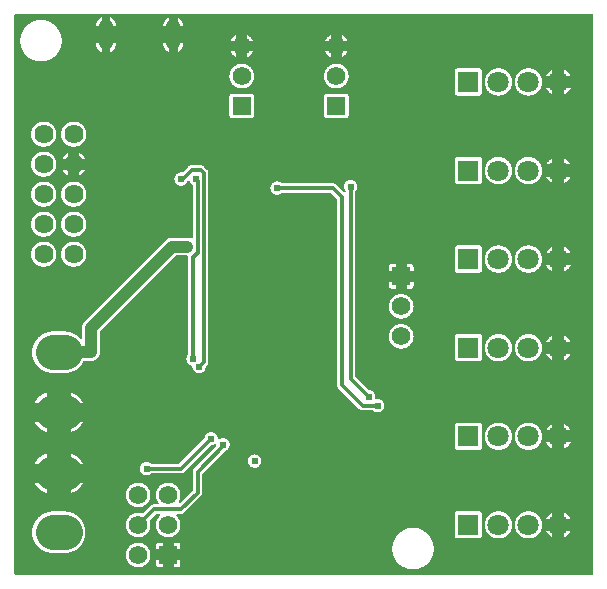
<source format=gbl>
G04 Layer: BottomLayer*
G04 EasyEDA v6.2.46, 2019-11-01T12:43:08+01:00*
G04 778d866c1a174c42a2ea303962b88bf4,d54f43e133bf43b298e367d61d3b1b7b,10*
G04 Gerber Generator version 0.2*
G04 Scale: 100 percent, Rotated: No, Reflected: No *
G04 Dimensions in millimeters *
G04 leading zeros omitted , absolute positions ,3 integer and 3 decimal *
%FSLAX33Y33*%
%MOMM*%
G90*
G71D02*

%ADD11C,0.299999*%
%ADD12C,0.999998*%
%ADD14C,0.609600*%
%ADD26C,1.574800*%
%ADD27R,1.574800X1.574800*%
%ADD28R,1.799996X1.799996*%
%ADD29C,1.799996*%
%ADD30C,1.624000*%
%ADD31C,2.999994*%
%ADD32C,1.199998*%

%LPD*%
G36*
G01X49141Y47744D02*
G01X358Y47744D01*
G01X343Y47743D01*
G01X329Y47740D01*
G01X315Y47735D01*
G01X303Y47728D01*
G01X291Y47719D01*
G01X281Y47709D01*
G01X272Y47697D01*
G01X265Y47684D01*
G01X260Y47671D01*
G01X257Y47657D01*
G01X256Y47642D01*
G01X256Y358D01*
G01X257Y343D01*
G01X260Y329D01*
G01X265Y315D01*
G01X272Y303D01*
G01X281Y291D01*
G01X291Y281D01*
G01X303Y272D01*
G01X315Y265D01*
G01X329Y260D01*
G01X343Y257D01*
G01X358Y256D01*
G01X49141Y256D01*
G01X49155Y257D01*
G01X49170Y260D01*
G01X49183Y265D01*
G01X49196Y272D01*
G01X49207Y281D01*
G01X49218Y291D01*
G01X49226Y303D01*
G01X49233Y315D01*
G01X49238Y329D01*
G01X49241Y343D01*
G01X49242Y358D01*
G01X49242Y47642D01*
G01X49241Y47657D01*
G01X49238Y47671D01*
G01X49233Y47684D01*
G01X49226Y47697D01*
G01X49218Y47709D01*
G01X49207Y47719D01*
G01X49196Y47728D01*
G01X49183Y47735D01*
G01X49170Y47740D01*
G01X49155Y47743D01*
G01X49141Y47744D01*
G37*

%LPC*%
G36*
G01X16009Y34945D02*
G01X15247Y34945D01*
G01X15218Y34944D01*
G01X15189Y34941D01*
G01X15161Y34936D01*
G01X15133Y34928D01*
G01X15105Y34919D01*
G01X15078Y34908D01*
G01X15052Y34895D01*
G01X15027Y34880D01*
G01X15003Y34864D01*
G01X14981Y34846D01*
G01X14960Y34826D01*
G01X14498Y34364D01*
G01X14486Y34354D01*
G01X14472Y34345D01*
G01X14457Y34339D01*
G01X14442Y34336D01*
G01X14426Y34334D01*
G01X14416Y34335D01*
G01X14358Y34338D01*
G01X14324Y34337D01*
G01X14290Y34334D01*
G01X14257Y34329D01*
G01X14224Y34321D01*
G01X14191Y34312D01*
G01X14159Y34301D01*
G01X14128Y34288D01*
G01X14097Y34273D01*
G01X14068Y34257D01*
G01X14039Y34238D01*
G01X14012Y34218D01*
G01X13986Y34197D01*
G01X13961Y34173D01*
G01X13938Y34149D01*
G01X13916Y34123D01*
G01X13896Y34095D01*
G01X13878Y34067D01*
G01X13861Y34037D01*
G01X13846Y34007D01*
G01X13833Y33975D01*
G01X13822Y33943D01*
G01X13813Y33911D01*
G01X13806Y33878D01*
G01X13801Y33844D01*
G01X13798Y33810D01*
G01X13797Y33776D01*
G01X13798Y33743D01*
G01X13801Y33709D01*
G01X13806Y33675D01*
G01X13813Y33642D01*
G01X13822Y33609D01*
G01X13833Y33577D01*
G01X13846Y33546D01*
G01X13861Y33516D01*
G01X13878Y33486D01*
G01X13896Y33458D01*
G01X13916Y33430D01*
G01X13938Y33404D01*
G01X13961Y33379D01*
G01X13986Y33356D01*
G01X14012Y33335D01*
G01X14039Y33314D01*
G01X14068Y33296D01*
G01X14097Y33279D01*
G01X14128Y33265D01*
G01X14159Y33252D01*
G01X14191Y33240D01*
G01X14224Y33231D01*
G01X14257Y33224D01*
G01X14290Y33219D01*
G01X14324Y33216D01*
G01X14358Y33215D01*
G01X14393Y33216D01*
G01X14427Y33219D01*
G01X14461Y33225D01*
G01X14495Y33232D01*
G01X14528Y33241D01*
G01X14561Y33253D01*
G01X14593Y33266D01*
G01X14624Y33282D01*
G01X14654Y33299D01*
G01X14682Y33318D01*
G01X14710Y33339D01*
G01X14736Y33362D01*
G01X14761Y33386D01*
G01X14784Y33411D01*
G01X14806Y33438D01*
G01X14826Y33466D01*
G01X14844Y33496D01*
G01X14861Y33526D01*
G01X14875Y33558D01*
G01X14888Y33590D01*
G01X14894Y33604D01*
G01X14902Y33616D01*
G01X14912Y33628D01*
G01X14926Y33642D01*
G01X14938Y33653D01*
G01X14952Y33661D01*
G01X14967Y33667D01*
G01X14982Y33671D01*
G01X14998Y33672D01*
G01X15014Y33671D01*
G01X15029Y33667D01*
G01X15044Y33661D01*
G01X15058Y33653D01*
G01X15070Y33643D01*
G01X15080Y33630D01*
G01X15088Y33617D01*
G01X15095Y33602D01*
G01X15107Y33568D01*
G01X15121Y33535D01*
G01X15138Y33503D01*
G01X15156Y33472D01*
G01X15177Y33443D01*
G01X15199Y33414D01*
G01X15223Y33387D01*
G01X15249Y33362D01*
G01X15277Y33339D01*
G01X15305Y33317D01*
G01X15318Y33307D01*
G01X15329Y33295D01*
G01X15337Y33281D01*
G01X15343Y33266D01*
G01X15347Y33250D01*
G01X15349Y33234D01*
G01X15349Y28830D01*
G01X15348Y28816D01*
G01X15344Y28802D01*
G01X15339Y28788D01*
G01X15332Y28775D01*
G01X15324Y28764D01*
G01X15314Y28754D01*
G01X15302Y28745D01*
G01X15289Y28738D01*
G01X15276Y28733D01*
G01X15261Y28730D01*
G01X15247Y28729D01*
G01X15231Y28730D01*
G01X15216Y28734D01*
G01X15202Y28739D01*
G01X15162Y28758D01*
G01X15122Y28773D01*
G01X15081Y28787D01*
G01X15039Y28798D01*
G01X14996Y28807D01*
G01X14953Y28813D01*
G01X14910Y28817D01*
G01X14866Y28818D01*
G01X13596Y28818D01*
G01X13557Y28817D01*
G01X13517Y28814D01*
G01X13478Y28809D01*
G01X13439Y28801D01*
G01X13400Y28792D01*
G01X13362Y28781D01*
G01X13325Y28768D01*
G01X13288Y28753D01*
G01X13253Y28736D01*
G01X13218Y28717D01*
G01X13184Y28696D01*
G01X13151Y28673D01*
G01X13120Y28649D01*
G01X13090Y28624D01*
G01X13061Y28596D01*
G01X6203Y21738D01*
G01X6176Y21710D01*
G01X6150Y21680D01*
G01X6126Y21648D01*
G01X6104Y21615D01*
G01X6083Y21582D01*
G01X6064Y21547D01*
G01X6047Y21511D01*
G01X6032Y21475D01*
G01X6019Y21437D01*
G01X6007Y21399D01*
G01X5998Y21361D01*
G01X5991Y21322D01*
G01X5986Y21282D01*
G01X5983Y21243D01*
G01X5982Y21203D01*
G01X5982Y20364D01*
G01X5981Y20349D01*
G01X5977Y20335D01*
G01X5972Y20322D01*
G01X5965Y20309D01*
G01X5957Y20297D01*
G01X5947Y20287D01*
G01X5935Y20278D01*
G01X5922Y20271D01*
G01X5909Y20266D01*
G01X5894Y20263D01*
G01X5880Y20262D01*
G01X5863Y20264D01*
G01X5847Y20268D01*
G01X5831Y20275D01*
G01X5817Y20284D01*
G01X5804Y20296D01*
G01X5763Y20341D01*
G01X5719Y20384D01*
G01X5674Y20426D01*
G01X5628Y20466D01*
G01X5581Y20505D01*
G01X5532Y20542D01*
G01X5481Y20577D01*
G01X5430Y20610D01*
G01X5377Y20642D01*
G01X5324Y20671D01*
G01X5269Y20699D01*
G01X5214Y20725D01*
G01X5157Y20749D01*
G01X5100Y20771D01*
G01X5042Y20791D01*
G01X4983Y20809D01*
G01X4924Y20825D01*
G01X4864Y20839D01*
G01X4804Y20850D01*
G01X4744Y20860D01*
G01X4683Y20867D01*
G01X4622Y20873D01*
G01X4561Y20876D01*
G01X4499Y20877D01*
G01X3499Y20877D01*
G01X3439Y20876D01*
G01X3379Y20873D01*
G01X3320Y20868D01*
G01X3260Y20861D01*
G01X3201Y20851D01*
G01X3142Y20840D01*
G01X3083Y20827D01*
G01X3025Y20812D01*
G01X2968Y20795D01*
G01X2911Y20775D01*
G01X2855Y20754D01*
G01X2799Y20731D01*
G01X2745Y20707D01*
G01X2691Y20680D01*
G01X2638Y20651D01*
G01X2587Y20621D01*
G01X2536Y20589D01*
G01X2486Y20555D01*
G01X2438Y20520D01*
G01X2391Y20483D01*
G01X2345Y20444D01*
G01X2300Y20404D01*
G01X2257Y20362D01*
G01X2215Y20319D01*
G01X2175Y20275D01*
G01X2137Y20229D01*
G01X2100Y20182D01*
G01X2064Y20133D01*
G01X2030Y20084D01*
G01X1998Y20033D01*
G01X1968Y19981D01*
G01X1940Y19928D01*
G01X1913Y19875D01*
G01X1888Y19820D01*
G01X1865Y19765D01*
G01X1844Y19709D01*
G01X1825Y19652D01*
G01X1808Y19594D01*
G01X1793Y19536D01*
G01X1779Y19478D01*
G01X1768Y19419D01*
G01X1759Y19360D01*
G01X1752Y19300D01*
G01X1747Y19240D01*
G01X1744Y19180D01*
G01X1743Y19120D01*
G01X1744Y19060D01*
G01X1747Y19000D01*
G01X1752Y18941D01*
G01X1759Y18881D01*
G01X1768Y18822D01*
G01X1779Y18763D01*
G01X1793Y18704D01*
G01X1808Y18646D01*
G01X1825Y18589D01*
G01X1844Y18532D01*
G01X1865Y18476D01*
G01X1888Y18421D01*
G01X1913Y18366D01*
G01X1940Y18312D01*
G01X1968Y18259D01*
G01X1998Y18208D01*
G01X2030Y18157D01*
G01X2064Y18107D01*
G01X2100Y18059D01*
G01X2137Y18012D01*
G01X2175Y17966D01*
G01X2215Y17921D01*
G01X2257Y17878D01*
G01X2300Y17837D01*
G01X2345Y17796D01*
G01X2391Y17758D01*
G01X2438Y17721D01*
G01X2486Y17685D01*
G01X2536Y17652D01*
G01X2587Y17620D01*
G01X2638Y17589D01*
G01X2691Y17561D01*
G01X2745Y17534D01*
G01X2799Y17509D01*
G01X2855Y17486D01*
G01X2911Y17465D01*
G01X2968Y17446D01*
G01X3025Y17429D01*
G01X3083Y17414D01*
G01X3142Y17401D01*
G01X3201Y17389D01*
G01X3260Y17380D01*
G01X3320Y17373D01*
G01X3379Y17368D01*
G01X3439Y17365D01*
G01X3499Y17364D01*
G01X4499Y17364D01*
G01X4559Y17365D01*
G01X4619Y17368D01*
G01X4679Y17373D01*
G01X4738Y17380D01*
G01X4797Y17389D01*
G01X4856Y17400D01*
G01X4914Y17414D01*
G01X4972Y17429D01*
G01X5030Y17446D01*
G01X5086Y17465D01*
G01X5143Y17486D01*
G01X5198Y17509D01*
G01X5252Y17533D01*
G01X5306Y17560D01*
G01X5359Y17588D01*
G01X5410Y17619D01*
G01X5461Y17651D01*
G01X5511Y17684D01*
G01X5559Y17720D01*
G01X5606Y17756D01*
G01X5652Y17795D01*
G01X5696Y17835D01*
G01X5740Y17877D01*
G01X5781Y17920D01*
G01X5821Y17964D01*
G01X5860Y18010D01*
G01X5897Y18057D01*
G01X5933Y18105D01*
G01X5966Y18154D01*
G01X5998Y18205D01*
G01X6029Y18257D01*
G01X6057Y18309D01*
G01X6066Y18323D01*
G01X6076Y18335D01*
G01X6088Y18345D01*
G01X6102Y18353D01*
G01X6116Y18359D01*
G01X6132Y18363D01*
G01X6147Y18364D01*
G01X6687Y18364D01*
G01X6727Y18365D01*
G01X6766Y18368D01*
G01X6805Y18373D01*
G01X6844Y18380D01*
G01X6883Y18390D01*
G01X6921Y18401D01*
G01X6958Y18414D01*
G01X6995Y18429D01*
G01X7031Y18446D01*
G01X7065Y18465D01*
G01X7099Y18486D01*
G01X7132Y18508D01*
G01X7163Y18533D01*
G01X7193Y18558D01*
G01X7222Y18585D01*
G01X7273Y18636D01*
G01X7300Y18665D01*
G01X7326Y18695D01*
G01X7350Y18727D01*
G01X7373Y18759D01*
G01X7393Y18793D01*
G01X7412Y18828D01*
G01X7429Y18864D01*
G01X7444Y18900D01*
G01X7458Y18938D01*
G01X7469Y18976D01*
G01X7478Y19014D01*
G01X7485Y19053D01*
G01X7491Y19092D01*
G01X7494Y19132D01*
G01X7495Y19171D01*
G01X7495Y20848D01*
G01X7496Y20864D01*
G01X7500Y20879D01*
G01X7506Y20894D01*
G01X7514Y20908D01*
G01X7524Y20920D01*
G01X13880Y27275D01*
G01X13892Y27285D01*
G01X13905Y27294D01*
G01X13920Y27300D01*
G01X13936Y27304D01*
G01X13952Y27305D01*
G01X14867Y27305D01*
G01X14881Y27304D01*
G01X14896Y27301D01*
G01X14909Y27296D01*
G01X14922Y27289D01*
G01X14933Y27280D01*
G01X14944Y27270D01*
G01X14952Y27258D01*
G01X14959Y27245D01*
G01X14964Y27232D01*
G01X14967Y27218D01*
G01X14969Y27203D01*
G01X14968Y27197D01*
G01X14968Y18962D01*
G01X14966Y18945D01*
G01X14961Y18927D01*
G01X14954Y18911D01*
G01X14944Y18897D01*
G01X14922Y18869D01*
G01X14902Y18840D01*
G01X14883Y18809D01*
G01X14867Y18777D01*
G01X14853Y18745D01*
G01X14841Y18711D01*
G01X14831Y18677D01*
G01X14823Y18643D01*
G01X14817Y18607D01*
G01X14814Y18572D01*
G01X14813Y18536D01*
G01X14814Y18502D01*
G01X14817Y18468D01*
G01X14822Y18435D01*
G01X14829Y18402D01*
G01X14838Y18369D01*
G01X14850Y18337D01*
G01X14863Y18305D01*
G01X14878Y18274D01*
G01X14894Y18245D01*
G01X14913Y18216D01*
G01X14933Y18189D01*
G01X14955Y18163D01*
G01X14979Y18138D01*
G01X15003Y18115D01*
G01X15030Y18093D01*
G01X15057Y18073D01*
G01X15086Y18055D01*
G01X15116Y18038D01*
G01X15146Y18023D01*
G01X15178Y18011D01*
G01X15210Y18000D01*
G01X15243Y17991D01*
G01X15257Y17986D01*
G01X15271Y17980D01*
G01X15283Y17971D01*
G01X15294Y17961D01*
G01X15303Y17949D01*
G01X15311Y17936D01*
G01X15316Y17923D01*
G01X15320Y17908D01*
G01X15321Y17893D01*
G01X15322Y17858D01*
G01X15326Y17824D01*
G01X15332Y17789D01*
G01X15340Y17755D01*
G01X15350Y17722D01*
G01X15363Y17689D01*
G01X15377Y17657D01*
G01X15393Y17626D01*
G01X15411Y17596D01*
G01X15431Y17568D01*
G01X15453Y17540D01*
G01X15476Y17514D01*
G01X15501Y17490D01*
G01X15527Y17467D01*
G01X15555Y17445D01*
G01X15584Y17426D01*
G01X15614Y17408D01*
G01X15645Y17393D01*
G01X15677Y17379D01*
G01X15710Y17367D01*
G01X15744Y17357D01*
G01X15778Y17350D01*
G01X15812Y17344D01*
G01X15847Y17341D01*
G01X15882Y17340D01*
G01X15917Y17341D01*
G01X15951Y17344D01*
G01X15986Y17350D01*
G01X16019Y17357D01*
G01X16053Y17367D01*
G01X16085Y17378D01*
G01X16117Y17392D01*
G01X16148Y17407D01*
G01X16178Y17425D01*
G01X16207Y17444D01*
G01X16235Y17465D01*
G01X16261Y17487D01*
G01X16286Y17512D01*
G01X16309Y17537D01*
G01X16331Y17564D01*
G01X16351Y17593D01*
G01X16369Y17622D01*
G01X16385Y17653D01*
G01X16400Y17684D01*
G01X16412Y17717D01*
G01X16423Y17750D01*
G01X16431Y17784D01*
G01X16437Y17818D01*
G01X16441Y17852D01*
G01X16444Y17870D01*
G01X16450Y17886D01*
G01X16459Y17901D01*
G01X16471Y17915D01*
G01X16551Y17995D01*
G01X16570Y18016D01*
G01X16589Y18039D01*
G01X16605Y18063D01*
G01X16620Y18088D01*
G01X16633Y18114D01*
G01X16644Y18140D01*
G01X16653Y18168D01*
G01X16660Y18196D01*
G01X16666Y18225D01*
G01X16669Y18253D01*
G01X16670Y18282D01*
G01X16670Y34284D01*
G01X16669Y34313D01*
G01X16666Y34342D01*
G01X16660Y34371D01*
G01X16653Y34399D01*
G01X16644Y34426D01*
G01X16633Y34453D01*
G01X16620Y34479D01*
G01X16605Y34504D01*
G01X16589Y34528D01*
G01X16570Y34551D01*
G01X16551Y34572D01*
G01X16297Y34826D01*
G01X16275Y34846D01*
G01X16253Y34864D01*
G01X16229Y34880D01*
G01X16204Y34895D01*
G01X16178Y34908D01*
G01X16151Y34919D01*
G01X16124Y34928D01*
G01X16096Y34936D01*
G01X16067Y34941D01*
G01X16038Y34944D01*
G01X16009Y34945D01*
G37*
G36*
G01X28743Y33702D02*
G01X28709Y33703D01*
G01X28675Y33702D01*
G01X28641Y33699D01*
G01X28608Y33694D01*
G01X28575Y33686D01*
G01X28542Y33677D01*
G01X28510Y33666D01*
G01X28479Y33653D01*
G01X28448Y33638D01*
G01X28419Y33622D01*
G01X28390Y33603D01*
G01X28363Y33583D01*
G01X28337Y33562D01*
G01X28312Y33538D01*
G01X28289Y33514D01*
G01X28267Y33488D01*
G01X28247Y33460D01*
G01X28229Y33432D01*
G01X28212Y33402D01*
G01X28197Y33372D01*
G01X28184Y33340D01*
G01X28173Y33308D01*
G01X28164Y33276D01*
G01X28157Y33243D01*
G01X28152Y33209D01*
G01X28149Y33175D01*
G01X28148Y33141D01*
G01X28149Y33107D01*
G01X28152Y33072D01*
G01X28157Y33038D01*
G01X28165Y33004D01*
G01X28174Y32971D01*
G01X28186Y32938D01*
G01X28200Y32906D01*
G01X28215Y32875D01*
G01X28233Y32845D01*
G01X28252Y32816D01*
G01X28273Y32788D01*
G01X28282Y32774D01*
G01X28290Y32758D01*
G01X28294Y32742D01*
G01X28295Y32724D01*
G01X28294Y32710D01*
G01X28291Y32696D01*
G01X28286Y32682D01*
G01X28279Y32669D01*
G01X28271Y32658D01*
G01X28260Y32648D01*
G01X28249Y32639D01*
G01X28236Y32632D01*
G01X28222Y32627D01*
G01X28208Y32624D01*
G01X28194Y32623D01*
G01X28178Y32624D01*
G01X28162Y32628D01*
G01X28148Y32634D01*
G01X28134Y32642D01*
G01X28122Y32652D01*
G01X27473Y33302D01*
G01X27451Y33322D01*
G01X27429Y33340D01*
G01X27405Y33356D01*
G01X27380Y33371D01*
G01X27354Y33384D01*
G01X27327Y33395D01*
G01X27300Y33404D01*
G01X27272Y33412D01*
G01X27243Y33417D01*
G01X27214Y33420D01*
G01X27185Y33421D01*
G01X22912Y33421D01*
G01X22894Y33423D01*
G01X22877Y33427D01*
G01X22861Y33435D01*
G01X22847Y33445D01*
G01X22819Y33467D01*
G01X22789Y33487D01*
G01X22759Y33505D01*
G01X22727Y33521D01*
G01X22695Y33536D01*
G01X22661Y33548D01*
G01X22627Y33558D01*
G01X22592Y33566D01*
G01X22557Y33571D01*
G01X22522Y33575D01*
G01X22486Y33576D01*
G01X22452Y33575D01*
G01X22418Y33572D01*
G01X22385Y33567D01*
G01X22352Y33559D01*
G01X22319Y33550D01*
G01X22287Y33539D01*
G01X22256Y33526D01*
G01X22225Y33511D01*
G01X22196Y33495D01*
G01X22167Y33476D01*
G01X22140Y33456D01*
G01X22114Y33435D01*
G01X22089Y33411D01*
G01X22066Y33387D01*
G01X22044Y33361D01*
G01X22024Y33333D01*
G01X22006Y33305D01*
G01X21989Y33275D01*
G01X21974Y33245D01*
G01X21961Y33213D01*
G01X21950Y33181D01*
G01X21941Y33149D01*
G01X21934Y33116D01*
G01X21929Y33082D01*
G01X21926Y33048D01*
G01X21925Y33014D01*
G01X21926Y32981D01*
G01X21929Y32947D01*
G01X21934Y32913D01*
G01X21941Y32880D01*
G01X21950Y32847D01*
G01X21961Y32815D01*
G01X21974Y32784D01*
G01X21989Y32754D01*
G01X22006Y32724D01*
G01X22024Y32696D01*
G01X22044Y32668D01*
G01X22066Y32642D01*
G01X22089Y32617D01*
G01X22114Y32594D01*
G01X22140Y32573D01*
G01X22167Y32552D01*
G01X22196Y32534D01*
G01X22225Y32517D01*
G01X22256Y32503D01*
G01X22287Y32490D01*
G01X22319Y32478D01*
G01X22352Y32469D01*
G01X22385Y32462D01*
G01X22418Y32457D01*
G01X22452Y32454D01*
G01X22486Y32453D01*
G01X22522Y32454D01*
G01X22557Y32458D01*
G01X22592Y32463D01*
G01X22627Y32471D01*
G01X22661Y32481D01*
G01X22695Y32493D01*
G01X22727Y32507D01*
G01X22759Y32524D01*
G01X22789Y32542D01*
G01X22819Y32562D01*
G01X22847Y32584D01*
G01X22861Y32594D01*
G01X22877Y32602D01*
G01X22894Y32606D01*
G01X22912Y32608D01*
G01X26975Y32608D01*
G01X26991Y32607D01*
G01X27006Y32603D01*
G01X27021Y32597D01*
G01X27034Y32588D01*
G01X27046Y32578D01*
G01X27511Y32114D01*
G01X27521Y32102D01*
G01X27530Y32088D01*
G01X27536Y32073D01*
G01X27539Y32058D01*
G01X27541Y32042D01*
G01X27541Y16377D01*
G01X27542Y16348D01*
G01X27545Y16320D01*
G01X27550Y16291D01*
G01X27557Y16263D01*
G01X27566Y16235D01*
G01X27577Y16209D01*
G01X27590Y16183D01*
G01X27605Y16158D01*
G01X27622Y16134D01*
G01X27640Y16111D01*
G01X27660Y16090D01*
G01X29438Y14312D01*
G01X29459Y14292D01*
G01X29481Y14274D01*
G01X29505Y14257D01*
G01X29530Y14243D01*
G01X29556Y14230D01*
G01X29583Y14219D01*
G01X29611Y14209D01*
G01X29639Y14202D01*
G01X29667Y14197D01*
G01X29696Y14194D01*
G01X29725Y14193D01*
G01X30569Y14193D01*
G01X30587Y14191D01*
G01X30604Y14187D01*
G01X30620Y14179D01*
G01X30635Y14169D01*
G01X30663Y14147D01*
G01X30692Y14127D01*
G01X30722Y14109D01*
G01X30754Y14092D01*
G01X30787Y14078D01*
G01X30820Y14066D01*
G01X30854Y14056D01*
G01X30889Y14048D01*
G01X30924Y14043D01*
G01X30960Y14039D01*
G01X30995Y14038D01*
G01X31029Y14039D01*
G01X31063Y14042D01*
G01X31096Y14047D01*
G01X31129Y14054D01*
G01X31162Y14063D01*
G01X31194Y14075D01*
G01X31226Y14088D01*
G01X31256Y14102D01*
G01X31286Y14119D01*
G01X31314Y14137D01*
G01X31341Y14158D01*
G01X31367Y14179D01*
G01X31392Y14202D01*
G01X31415Y14227D01*
G01X31437Y14253D01*
G01X31457Y14281D01*
G01X31476Y14309D01*
G01X31492Y14339D01*
G01X31507Y14369D01*
G01X31520Y14400D01*
G01X31531Y14432D01*
G01X31540Y14465D01*
G01X31547Y14498D01*
G01X31552Y14532D01*
G01X31555Y14566D01*
G01X31556Y14599D01*
G01X31555Y14633D01*
G01X31552Y14667D01*
G01X31547Y14701D01*
G01X31540Y14734D01*
G01X31531Y14766D01*
G01X31520Y14798D01*
G01X31507Y14830D01*
G01X31492Y14860D01*
G01X31476Y14890D01*
G01X31457Y14918D01*
G01X31437Y14946D01*
G01X31415Y14972D01*
G01X31392Y14996D01*
G01X31367Y15020D01*
G01X31341Y15041D01*
G01X31314Y15061D01*
G01X31286Y15080D01*
G01X31256Y15096D01*
G01X31226Y15111D01*
G01X31194Y15124D01*
G01X31162Y15135D01*
G01X31129Y15144D01*
G01X31096Y15152D01*
G01X31063Y15157D01*
G01X31029Y15160D01*
G01X30995Y15161D01*
G01X30949Y15159D01*
G01X30904Y15153D01*
G01X30887Y15152D01*
G01X30873Y15153D01*
G01X30859Y15156D01*
G01X30845Y15161D01*
G01X30832Y15168D01*
G01X30821Y15177D01*
G01X30810Y15187D01*
G01X30802Y15199D01*
G01X30795Y15211D01*
G01X30790Y15225D01*
G01X30787Y15239D01*
G01X30786Y15254D01*
G01X30787Y15270D01*
G01X30793Y15316D01*
G01X30794Y15361D01*
G01X30793Y15396D01*
G01X30790Y15431D01*
G01X30785Y15465D01*
G01X30777Y15499D01*
G01X30768Y15532D01*
G01X30756Y15565D01*
G01X30743Y15597D01*
G01X30727Y15628D01*
G01X30710Y15658D01*
G01X30691Y15687D01*
G01X30670Y15714D01*
G01X30647Y15741D01*
G01X30623Y15765D01*
G01X30597Y15789D01*
G01X30570Y15810D01*
G01X30542Y15830D01*
G01X30512Y15848D01*
G01X30482Y15865D01*
G01X30450Y15879D01*
G01X30418Y15892D01*
G01X30385Y15902D01*
G01X30351Y15910D01*
G01X30317Y15916D01*
G01X30282Y15921D01*
G01X30265Y15924D01*
G01X30248Y15930D01*
G01X30233Y15939D01*
G01X30220Y15950D01*
G01X29145Y17024D01*
G01X29135Y17036D01*
G01X29127Y17050D01*
G01X29121Y17065D01*
G01X29117Y17080D01*
G01X29116Y17096D01*
G01X29116Y32716D01*
G01X29117Y32733D01*
G01X29122Y32750D01*
G01X29129Y32766D01*
G01X29139Y32781D01*
G01X29161Y32809D01*
G01X29182Y32838D01*
G01X29200Y32869D01*
G01X29216Y32900D01*
G01X29230Y32933D01*
G01X29242Y32966D01*
G01X29253Y33001D01*
G01X29260Y33035D01*
G01X29266Y33070D01*
G01X29269Y33106D01*
G01X29270Y33141D01*
G01X29269Y33175D01*
G01X29266Y33209D01*
G01X29261Y33243D01*
G01X29254Y33276D01*
G01X29245Y33308D01*
G01X29234Y33340D01*
G01X29221Y33372D01*
G01X29206Y33402D01*
G01X29190Y33432D01*
G01X29171Y33460D01*
G01X29151Y33488D01*
G01X29129Y33514D01*
G01X29106Y33538D01*
G01X29081Y33562D01*
G01X29055Y33583D01*
G01X29028Y33603D01*
G01X29000Y33622D01*
G01X28970Y33638D01*
G01X28940Y33653D01*
G01X28908Y33666D01*
G01X28876Y33677D01*
G01X28843Y33686D01*
G01X28810Y33694D01*
G01X28777Y33699D01*
G01X28743Y33702D01*
G37*
G36*
G01X16933Y12366D02*
G01X16898Y12367D01*
G01X16863Y12366D01*
G01X16829Y12362D01*
G01X16795Y12357D01*
G01X16761Y12350D01*
G01X16727Y12340D01*
G01X16695Y12329D01*
G01X16663Y12315D01*
G01X16632Y12300D01*
G01X16602Y12282D01*
G01X16573Y12263D01*
G01X16545Y12242D01*
G01X16519Y12219D01*
G01X16494Y12195D01*
G01X16471Y12170D01*
G01X16449Y12142D01*
G01X16429Y12114D01*
G01X16411Y12085D01*
G01X16395Y12054D01*
G01X16380Y12022D01*
G01X16368Y11990D01*
G01X16358Y11957D01*
G01X16349Y11923D01*
G01X16343Y11889D01*
G01X16339Y11855D01*
G01X16336Y11837D01*
G01X16330Y11821D01*
G01X16321Y11805D01*
G01X16310Y11792D01*
G01X14219Y9702D01*
G01X14207Y9691D01*
G01X14194Y9683D01*
G01X14179Y9677D01*
G01X14164Y9673D01*
G01X14148Y9672D01*
G01X11863Y9672D01*
G01X11845Y9674D01*
G01X11828Y9678D01*
G01X11812Y9686D01*
G01X11798Y9696D01*
G01X11770Y9718D01*
G01X11740Y9738D01*
G01X11710Y9756D01*
G01X11678Y9772D01*
G01X11646Y9787D01*
G01X11612Y9799D01*
G01X11578Y9809D01*
G01X11543Y9817D01*
G01X11508Y9822D01*
G01X11473Y9826D01*
G01X11437Y9827D01*
G01X11403Y9826D01*
G01X11369Y9823D01*
G01X11336Y9818D01*
G01X11303Y9810D01*
G01X11270Y9801D01*
G01X11238Y9790D01*
G01X11207Y9777D01*
G01X11176Y9762D01*
G01X11147Y9746D01*
G01X11118Y9727D01*
G01X11091Y9707D01*
G01X11065Y9686D01*
G01X11040Y9662D01*
G01X11017Y9638D01*
G01X10995Y9612D01*
G01X10975Y9584D01*
G01X10957Y9556D01*
G01X10940Y9526D01*
G01X10925Y9496D01*
G01X10912Y9464D01*
G01X10901Y9432D01*
G01X10892Y9400D01*
G01X10885Y9367D01*
G01X10880Y9333D01*
G01X10877Y9299D01*
G01X10876Y9265D01*
G01X10877Y9232D01*
G01X10880Y9198D01*
G01X10885Y9164D01*
G01X10892Y9131D01*
G01X10901Y9098D01*
G01X10912Y9066D01*
G01X10925Y9035D01*
G01X10940Y9005D01*
G01X10957Y8975D01*
G01X10975Y8947D01*
G01X10995Y8919D01*
G01X11017Y8893D01*
G01X11040Y8868D01*
G01X11065Y8845D01*
G01X11091Y8824D01*
G01X11118Y8803D01*
G01X11147Y8785D01*
G01X11176Y8768D01*
G01X11207Y8754D01*
G01X11238Y8741D01*
G01X11270Y8729D01*
G01X11303Y8720D01*
G01X11336Y8713D01*
G01X11369Y8708D01*
G01X11403Y8705D01*
G01X11437Y8704D01*
G01X11473Y8705D01*
G01X11508Y8709D01*
G01X11543Y8714D01*
G01X11578Y8722D01*
G01X11612Y8732D01*
G01X11646Y8744D01*
G01X11678Y8758D01*
G01X11710Y8775D01*
G01X11740Y8793D01*
G01X11770Y8813D01*
G01X11798Y8835D01*
G01X11812Y8845D01*
G01X11828Y8853D01*
G01X11845Y8857D01*
G01X11863Y8859D01*
G01X14358Y8859D01*
G01X14387Y8860D01*
G01X14416Y8863D01*
G01X14445Y8868D01*
G01X14473Y8875D01*
G01X14500Y8885D01*
G01X14527Y8896D01*
G01X14553Y8909D01*
G01X14578Y8923D01*
G01X14602Y8940D01*
G01X14624Y8958D01*
G01X14646Y8978D01*
G01X16885Y11217D01*
G01X16898Y11228D01*
G01X16913Y11237D01*
G01X16930Y11243D01*
G01X16947Y11246D01*
G01X16985Y11251D01*
G01X17023Y11258D01*
G01X17060Y11268D01*
G01X17096Y11280D01*
G01X17132Y11295D01*
G01X17166Y11312D01*
G01X17199Y11331D01*
G01X17211Y11338D01*
G01X17225Y11343D01*
G01X17239Y11346D01*
G01X17253Y11347D01*
G01X17268Y11346D01*
G01X17283Y11343D01*
G01X17297Y11337D01*
G01X17310Y11330D01*
G01X17322Y11320D01*
G01X17333Y11309D01*
G01X17341Y11297D01*
G01X17348Y11283D01*
G01X17352Y11269D01*
G01X17354Y11254D01*
G01X17356Y11240D01*
G01X17356Y11230D01*
G01X17355Y11214D01*
G01X17351Y11198D01*
G01X17345Y11183D01*
G01X17337Y11170D01*
G01X17327Y11158D01*
G01X15468Y9299D01*
G01X15448Y9278D01*
G01X15430Y9255D01*
G01X15413Y9231D01*
G01X15398Y9206D01*
G01X15385Y9180D01*
G01X15374Y9153D01*
G01X15365Y9126D01*
G01X15358Y9098D01*
G01X15353Y9069D01*
G01X15350Y9040D01*
G01X15349Y9011D01*
G01X15349Y7444D01*
G01X15347Y7428D01*
G01X15344Y7413D01*
G01X15338Y7398D01*
G01X15329Y7384D01*
G01X15319Y7372D01*
G01X14319Y6373D01*
G01X14307Y6362D01*
G01X14294Y6354D01*
G01X14279Y6348D01*
G01X14263Y6344D01*
G01X14248Y6343D01*
G01X14233Y6344D01*
G01X14219Y6347D01*
G01X14205Y6352D01*
G01X14193Y6359D01*
G01X14181Y6368D01*
G01X14171Y6378D01*
G01X14162Y6390D01*
G01X14155Y6402D01*
G01X14150Y6416D01*
G01X14147Y6430D01*
G01X14146Y6445D01*
G01X14148Y6463D01*
G01X14153Y6481D01*
G01X14161Y6497D01*
G01X14185Y6539D01*
G01X14207Y6581D01*
G01X14227Y6624D01*
G01X14245Y6668D01*
G01X14260Y6713D01*
G01X14274Y6758D01*
G01X14286Y6804D01*
G01X14296Y6851D01*
G01X14303Y6898D01*
G01X14309Y6945D01*
G01X14312Y6993D01*
G01X14313Y7040D01*
G01X14312Y7087D01*
G01X14309Y7134D01*
G01X14304Y7181D01*
G01X14296Y7227D01*
G01X14287Y7273D01*
G01X14276Y7318D01*
G01X14262Y7363D01*
G01X14247Y7407D01*
G01X14229Y7451D01*
G01X14210Y7493D01*
G01X14189Y7535D01*
G01X14165Y7576D01*
G01X14140Y7615D01*
G01X14114Y7654D01*
G01X14085Y7691D01*
G01X14055Y7727D01*
G01X14024Y7762D01*
G01X13991Y7795D01*
G01X13956Y7827D01*
G01X13920Y7857D01*
G01X13883Y7885D01*
G01X13844Y7912D01*
G01X13805Y7937D01*
G01X13764Y7960D01*
G01X13722Y7981D01*
G01X13680Y8000D01*
G01X13636Y8018D01*
G01X13592Y8033D01*
G01X13547Y8047D01*
G01X13502Y8058D01*
G01X13456Y8068D01*
G01X13409Y8075D01*
G01X13363Y8080D01*
G01X13316Y8083D01*
G01X13269Y8084D01*
G01X13222Y8083D01*
G01X13176Y8080D01*
G01X13129Y8075D01*
G01X13083Y8068D01*
G01X13037Y8058D01*
G01X12991Y8047D01*
G01X12947Y8033D01*
G01X12902Y8018D01*
G01X12859Y8000D01*
G01X12816Y7981D01*
G01X12775Y7960D01*
G01X12734Y7937D01*
G01X12694Y7912D01*
G01X12656Y7885D01*
G01X12618Y7857D01*
G01X12582Y7827D01*
G01X12548Y7795D01*
G01X12515Y7762D01*
G01X12483Y7727D01*
G01X12453Y7691D01*
G01X12425Y7654D01*
G01X12398Y7615D01*
G01X12373Y7576D01*
G01X12350Y7535D01*
G01X12329Y7493D01*
G01X12309Y7451D01*
G01X12292Y7407D01*
G01X12276Y7363D01*
G01X12263Y7318D01*
G01X12251Y7273D01*
G01X12242Y7227D01*
G01X12235Y7181D01*
G01X12229Y7134D01*
G01X12226Y7087D01*
G01X12225Y7040D01*
G01X12226Y6992D01*
G01X12230Y6943D01*
G01X12235Y6895D01*
G01X12243Y6847D01*
G01X12254Y6799D01*
G01X12266Y6752D01*
G01X12280Y6706D01*
G01X12297Y6660D01*
G01X12316Y6615D01*
G01X12337Y6571D01*
G01X12360Y6528D01*
G01X12384Y6486D01*
G01X12411Y6446D01*
G01X12440Y6406D01*
G01X12449Y6392D01*
G01X12455Y6377D01*
G01X12459Y6361D01*
G01X12461Y6345D01*
G01X12460Y6330D01*
G01X12457Y6316D01*
G01X12452Y6302D01*
G01X12445Y6290D01*
G01X12436Y6278D01*
G01X12426Y6268D01*
G01X12414Y6259D01*
G01X12401Y6252D01*
G01X12388Y6247D01*
G01X12374Y6244D01*
G01X12359Y6243D01*
G01X12065Y6243D01*
G01X12036Y6242D01*
G01X12007Y6239D01*
G01X11979Y6234D01*
G01X11951Y6226D01*
G01X11923Y6217D01*
G01X11896Y6206D01*
G01X11870Y6193D01*
G01X11845Y6178D01*
G01X11821Y6162D01*
G01X11799Y6144D01*
G01X11778Y6124D01*
G01X11168Y5514D01*
G01X11155Y5503D01*
G01X11142Y5495D01*
G01X11127Y5489D01*
G01X11112Y5485D01*
G01X11096Y5484D01*
G01X11079Y5485D01*
G01X11063Y5489D01*
G01X11017Y5504D01*
G01X10970Y5516D01*
G01X10922Y5526D01*
G01X10874Y5534D01*
G01X10826Y5540D01*
G01X10778Y5543D01*
G01X10729Y5544D01*
G01X10682Y5543D01*
G01X10636Y5540D01*
G01X10589Y5535D01*
G01X10543Y5528D01*
G01X10497Y5518D01*
G01X10451Y5507D01*
G01X10407Y5493D01*
G01X10362Y5478D01*
G01X10319Y5460D01*
G01X10276Y5441D01*
G01X10235Y5420D01*
G01X10194Y5397D01*
G01X10154Y5372D01*
G01X10116Y5345D01*
G01X10078Y5317D01*
G01X10042Y5287D01*
G01X10008Y5255D01*
G01X9975Y5222D01*
G01X9943Y5187D01*
G01X9913Y5151D01*
G01X9885Y5114D01*
G01X9858Y5075D01*
G01X9833Y5036D01*
G01X9810Y4995D01*
G01X9789Y4953D01*
G01X9769Y4911D01*
G01X9752Y4867D01*
G01X9736Y4823D01*
G01X9723Y4778D01*
G01X9711Y4733D01*
G01X9702Y4687D01*
G01X9695Y4641D01*
G01X9689Y4594D01*
G01X9686Y4547D01*
G01X9685Y4500D01*
G01X9686Y4454D01*
G01X9689Y4407D01*
G01X9695Y4360D01*
G01X9702Y4314D01*
G01X9711Y4268D01*
G01X9723Y4223D01*
G01X9736Y4178D01*
G01X9752Y4134D01*
G01X9769Y4090D01*
G01X9789Y4047D01*
G01X9810Y4006D01*
G01X9833Y3965D01*
G01X9858Y3925D01*
G01X9885Y3887D01*
G01X9913Y3849D01*
G01X9943Y3814D01*
G01X9975Y3779D01*
G01X10008Y3746D01*
G01X10042Y3714D01*
G01X10078Y3684D01*
G01X10116Y3656D01*
G01X10154Y3629D01*
G01X10194Y3604D01*
G01X10235Y3581D01*
G01X10276Y3560D01*
G01X10319Y3540D01*
G01X10362Y3523D01*
G01X10407Y3508D01*
G01X10451Y3494D01*
G01X10497Y3483D01*
G01X10543Y3473D01*
G01X10589Y3466D01*
G01X10636Y3461D01*
G01X10682Y3457D01*
G01X10729Y3456D01*
G01X10776Y3457D01*
G01X10823Y3461D01*
G01X10869Y3466D01*
G01X10916Y3473D01*
G01X10962Y3483D01*
G01X11007Y3494D01*
G01X11052Y3508D01*
G01X11096Y3523D01*
G01X11140Y3540D01*
G01X11182Y3560D01*
G01X11224Y3581D01*
G01X11265Y3604D01*
G01X11304Y3629D01*
G01X11343Y3656D01*
G01X11380Y3684D01*
G01X11416Y3714D01*
G01X11451Y3746D01*
G01X11484Y3779D01*
G01X11515Y3814D01*
G01X11545Y3849D01*
G01X11574Y3887D01*
G01X11600Y3925D01*
G01X11625Y3965D01*
G01X11649Y4006D01*
G01X11670Y4047D01*
G01X11689Y4090D01*
G01X11707Y4134D01*
G01X11722Y4178D01*
G01X11736Y4223D01*
G01X11747Y4268D01*
G01X11756Y4314D01*
G01X11764Y4360D01*
G01X11769Y4407D01*
G01X11772Y4454D01*
G01X11773Y4500D01*
G01X11772Y4549D01*
G01X11769Y4597D01*
G01X11763Y4646D01*
G01X11755Y4694D01*
G01X11745Y4741D01*
G01X11733Y4788D01*
G01X11718Y4835D01*
G01X11714Y4851D01*
G01X11713Y4867D01*
G01X11714Y4883D01*
G01X11718Y4899D01*
G01X11724Y4913D01*
G01X11732Y4927D01*
G01X11743Y4939D01*
G01X12204Y5400D01*
G01X12216Y5410D01*
G01X12229Y5419D01*
G01X12244Y5425D01*
G01X12260Y5429D01*
G01X12276Y5430D01*
G01X12477Y5430D01*
G01X12492Y5429D01*
G01X12506Y5426D01*
G01X12520Y5421D01*
G01X12532Y5414D01*
G01X12544Y5405D01*
G01X12554Y5395D01*
G01X12563Y5383D01*
G01X12570Y5370D01*
G01X12575Y5357D01*
G01X12578Y5343D01*
G01X12579Y5328D01*
G01X12578Y5312D01*
G01X12574Y5296D01*
G01X12567Y5281D01*
G01X12559Y5267D01*
G01X12548Y5255D01*
G01X12515Y5222D01*
G01X12483Y5187D01*
G01X12453Y5151D01*
G01X12425Y5114D01*
G01X12398Y5075D01*
G01X12373Y5036D01*
G01X12350Y4995D01*
G01X12329Y4953D01*
G01X12309Y4911D01*
G01X12292Y4867D01*
G01X12276Y4823D01*
G01X12263Y4778D01*
G01X12251Y4733D01*
G01X12242Y4687D01*
G01X12235Y4640D01*
G01X12229Y4594D01*
G01X12226Y4547D01*
G01X12225Y4500D01*
G01X12226Y4454D01*
G01X12229Y4407D01*
G01X12235Y4360D01*
G01X12242Y4314D01*
G01X12251Y4268D01*
G01X12263Y4223D01*
G01X12276Y4178D01*
G01X12292Y4134D01*
G01X12309Y4090D01*
G01X12329Y4047D01*
G01X12350Y4006D01*
G01X12373Y3965D01*
G01X12398Y3925D01*
G01X12425Y3887D01*
G01X12453Y3849D01*
G01X12483Y3814D01*
G01X12515Y3779D01*
G01X12548Y3746D01*
G01X12582Y3714D01*
G01X12618Y3684D01*
G01X12656Y3656D01*
G01X12694Y3629D01*
G01X12734Y3604D01*
G01X12775Y3581D01*
G01X12816Y3560D01*
G01X12859Y3540D01*
G01X12902Y3523D01*
G01X12947Y3508D01*
G01X12991Y3494D01*
G01X13037Y3483D01*
G01X13083Y3473D01*
G01X13129Y3466D01*
G01X13176Y3461D01*
G01X13222Y3457D01*
G01X13269Y3456D01*
G01X13316Y3457D01*
G01X13363Y3461D01*
G01X13409Y3466D01*
G01X13456Y3473D01*
G01X13502Y3483D01*
G01X13547Y3494D01*
G01X13592Y3508D01*
G01X13636Y3523D01*
G01X13680Y3540D01*
G01X13722Y3560D01*
G01X13764Y3581D01*
G01X13805Y3604D01*
G01X13844Y3629D01*
G01X13883Y3656D01*
G01X13920Y3684D01*
G01X13956Y3714D01*
G01X13991Y3746D01*
G01X14024Y3779D01*
G01X14055Y3814D01*
G01X14085Y3849D01*
G01X14114Y3887D01*
G01X14140Y3925D01*
G01X14165Y3965D01*
G01X14189Y4006D01*
G01X14210Y4047D01*
G01X14229Y4090D01*
G01X14247Y4134D01*
G01X14262Y4178D01*
G01X14276Y4223D01*
G01X14287Y4268D01*
G01X14296Y4314D01*
G01X14304Y4360D01*
G01X14309Y4407D01*
G01X14312Y4454D01*
G01X14313Y4500D01*
G01X14312Y4547D01*
G01X14309Y4594D01*
G01X14304Y4640D01*
G01X14296Y4687D01*
G01X14287Y4733D01*
G01X14276Y4778D01*
G01X14262Y4823D01*
G01X14247Y4867D01*
G01X14229Y4911D01*
G01X14210Y4953D01*
G01X14189Y4995D01*
G01X14165Y5036D01*
G01X14141Y5075D01*
G01X14114Y5114D01*
G01X14085Y5151D01*
G01X14055Y5187D01*
G01X14024Y5222D01*
G01X13991Y5255D01*
G01X13980Y5267D01*
G01X13971Y5281D01*
G01X13965Y5296D01*
G01X13961Y5312D01*
G01X13959Y5328D01*
G01X13960Y5343D01*
G01X13963Y5357D01*
G01X13975Y5383D01*
G01X13984Y5395D01*
G01X13994Y5405D01*
G01X14006Y5414D01*
G01X14019Y5421D01*
G01X14032Y5426D01*
G01X14046Y5429D01*
G01X14061Y5430D01*
G01X14358Y5430D01*
G01X14387Y5431D01*
G01X14416Y5434D01*
G01X14445Y5439D01*
G01X14473Y5446D01*
G01X14500Y5456D01*
G01X14527Y5467D01*
G01X14553Y5480D01*
G01X14578Y5494D01*
G01X14602Y5511D01*
G01X14624Y5529D01*
G01X14646Y5549D01*
G01X16043Y6946D01*
G01X16062Y6967D01*
G01X16081Y6990D01*
G01X16097Y7014D01*
G01X16112Y7039D01*
G01X16125Y7065D01*
G01X16136Y7091D01*
G01X16145Y7119D01*
G01X16152Y7147D01*
G01X16158Y7176D01*
G01X16161Y7204D01*
G01X16162Y7233D01*
G01X16162Y8801D01*
G01X16163Y8817D01*
G01X16167Y8832D01*
G01X16173Y8847D01*
G01X16181Y8861D01*
G01X16191Y8873D01*
G01X18063Y10744D01*
G01X18074Y10754D01*
G01X18087Y10762D01*
G01X18101Y10768D01*
G01X18133Y10780D01*
G01X18164Y10795D01*
G01X18195Y10811D01*
G01X18224Y10830D01*
G01X18252Y10849D01*
G01X18279Y10871D01*
G01X18305Y10894D01*
G01X18329Y10919D01*
G01X18351Y10946D01*
G01X18372Y10973D01*
G01X18391Y11002D01*
G01X18409Y11032D01*
G01X18424Y11063D01*
G01X18438Y11095D01*
G01X18449Y11127D01*
G01X18459Y11161D01*
G01X18466Y11194D01*
G01X18471Y11228D01*
G01X18474Y11263D01*
G01X18475Y11297D01*
G01X18474Y11331D01*
G01X18471Y11365D01*
G01X18466Y11399D01*
G01X18459Y11432D01*
G01X18450Y11464D01*
G01X18439Y11496D01*
G01X18426Y11528D01*
G01X18411Y11558D01*
G01X18395Y11588D01*
G01X18376Y11616D01*
G01X18356Y11644D01*
G01X18334Y11670D01*
G01X18311Y11694D01*
G01X18286Y11718D01*
G01X18260Y11739D01*
G01X18233Y11759D01*
G01X18205Y11778D01*
G01X18175Y11794D01*
G01X18145Y11809D01*
G01X18113Y11822D01*
G01X18081Y11833D01*
G01X18048Y11842D01*
G01X18015Y11850D01*
G01X17982Y11855D01*
G01X17948Y11858D01*
G01X17914Y11859D01*
G01X17879Y11858D01*
G01X17844Y11854D01*
G01X17809Y11849D01*
G01X17775Y11841D01*
G01X17741Y11831D01*
G01X17708Y11819D01*
G01X17675Y11805D01*
G01X17644Y11789D01*
G01X17613Y11771D01*
G01X17601Y11765D01*
G01X17587Y11760D01*
G01X17573Y11757D01*
G01X17559Y11756D01*
G01X17544Y11757D01*
G01X17529Y11760D01*
G01X17515Y11766D01*
G01X17502Y11773D01*
G01X17490Y11783D01*
G01X17480Y11794D01*
G01X17471Y11806D01*
G01X17465Y11820D01*
G01X17460Y11834D01*
G01X17458Y11849D01*
G01X17454Y11884D01*
G01X17448Y11918D01*
G01X17440Y11952D01*
G01X17430Y11986D01*
G01X17417Y12018D01*
G01X17403Y12050D01*
G01X17387Y12081D01*
G01X17369Y12111D01*
G01X17349Y12140D01*
G01X17327Y12167D01*
G01X17304Y12193D01*
G01X17279Y12218D01*
G01X17253Y12240D01*
G01X17225Y12262D01*
G01X17196Y12281D01*
G01X17166Y12299D01*
G01X17135Y12314D01*
G01X17103Y12328D01*
G01X17070Y12340D01*
G01X17036Y12349D01*
G01X17002Y12357D01*
G01X16968Y12362D01*
G01X16933Y12366D01*
G37*
G36*
G01X4499Y5637D02*
G01X3499Y5637D01*
G01X3439Y5636D01*
G01X3379Y5633D01*
G01X3320Y5628D01*
G01X3260Y5621D01*
G01X3201Y5611D01*
G01X3142Y5600D01*
G01X3083Y5587D01*
G01X3025Y5572D01*
G01X2968Y5555D01*
G01X2911Y5535D01*
G01X2855Y5514D01*
G01X2799Y5491D01*
G01X2745Y5467D01*
G01X2691Y5440D01*
G01X2638Y5411D01*
G01X2587Y5381D01*
G01X2536Y5349D01*
G01X2486Y5315D01*
G01X2438Y5280D01*
G01X2391Y5243D01*
G01X2345Y5204D01*
G01X2300Y5164D01*
G01X2257Y5122D01*
G01X2215Y5079D01*
G01X2175Y5035D01*
G01X2137Y4989D01*
G01X2100Y4942D01*
G01X2064Y4893D01*
G01X2030Y4844D01*
G01X1998Y4793D01*
G01X1968Y4741D01*
G01X1940Y4688D01*
G01X1913Y4635D01*
G01X1888Y4580D01*
G01X1865Y4525D01*
G01X1844Y4469D01*
G01X1825Y4412D01*
G01X1808Y4354D01*
G01X1793Y4296D01*
G01X1779Y4238D01*
G01X1768Y4179D01*
G01X1759Y4120D01*
G01X1752Y4060D01*
G01X1747Y4000D01*
G01X1744Y3940D01*
G01X1743Y3880D01*
G01X1744Y3820D01*
G01X1747Y3760D01*
G01X1752Y3701D01*
G01X1759Y3641D01*
G01X1768Y3582D01*
G01X1779Y3523D01*
G01X1793Y3464D01*
G01X1808Y3406D01*
G01X1825Y3349D01*
G01X1844Y3292D01*
G01X1865Y3236D01*
G01X1888Y3181D01*
G01X1913Y3126D01*
G01X1940Y3072D01*
G01X1968Y3019D01*
G01X1998Y2968D01*
G01X2030Y2917D01*
G01X2064Y2867D01*
G01X2100Y2819D01*
G01X2137Y2772D01*
G01X2175Y2726D01*
G01X2215Y2681D01*
G01X2257Y2638D01*
G01X2300Y2597D01*
G01X2345Y2556D01*
G01X2391Y2518D01*
G01X2438Y2481D01*
G01X2486Y2445D01*
G01X2536Y2412D01*
G01X2587Y2380D01*
G01X2638Y2349D01*
G01X2691Y2321D01*
G01X2745Y2294D01*
G01X2799Y2269D01*
G01X2855Y2246D01*
G01X2911Y2225D01*
G01X2968Y2206D01*
G01X3025Y2189D01*
G01X3083Y2174D01*
G01X3142Y2161D01*
G01X3201Y2149D01*
G01X3260Y2140D01*
G01X3320Y2133D01*
G01X3379Y2128D01*
G01X3439Y2125D01*
G01X3499Y2124D01*
G01X4499Y2124D01*
G01X4559Y2125D01*
G01X4619Y2128D01*
G01X4679Y2133D01*
G01X4738Y2140D01*
G01X4798Y2149D01*
G01X4857Y2161D01*
G01X4915Y2174D01*
G01X4973Y2189D01*
G01X5031Y2206D01*
G01X5087Y2225D01*
G01X5144Y2246D01*
G01X5199Y2269D01*
G01X5254Y2294D01*
G01X5307Y2321D01*
G01X5360Y2349D01*
G01X5412Y2380D01*
G01X5463Y2412D01*
G01X5512Y2445D01*
G01X5561Y2481D01*
G01X5608Y2518D01*
G01X5654Y2556D01*
G01X5698Y2597D01*
G01X5741Y2638D01*
G01X5783Y2681D01*
G01X5823Y2726D01*
G01X5862Y2772D01*
G01X5899Y2819D01*
G01X5934Y2867D01*
G01X5968Y2917D01*
G01X6000Y2968D01*
G01X6030Y3019D01*
G01X6059Y3072D01*
G01X6086Y3126D01*
G01X6110Y3181D01*
G01X6133Y3236D01*
G01X6154Y3292D01*
G01X6173Y3349D01*
G01X6191Y3406D01*
G01X6206Y3464D01*
G01X6219Y3523D01*
G01X6230Y3582D01*
G01X6239Y3641D01*
G01X6247Y3701D01*
G01X6252Y3760D01*
G01X6255Y3820D01*
G01X6256Y3880D01*
G01X6255Y3940D01*
G01X6252Y4000D01*
G01X6247Y4060D01*
G01X6239Y4120D01*
G01X6230Y4179D01*
G01X6219Y4238D01*
G01X6206Y4296D01*
G01X6191Y4354D01*
G01X6173Y4412D01*
G01X6154Y4469D01*
G01X6133Y4525D01*
G01X6110Y4580D01*
G01X6086Y4635D01*
G01X6059Y4688D01*
G01X6030Y4741D01*
G01X6000Y4793D01*
G01X5968Y4844D01*
G01X5934Y4893D01*
G01X5899Y4942D01*
G01X5862Y4989D01*
G01X5823Y5035D01*
G01X5783Y5079D01*
G01X5741Y5122D01*
G01X5698Y5164D01*
G01X5654Y5204D01*
G01X5608Y5243D01*
G01X5561Y5280D01*
G01X5512Y5315D01*
G01X5463Y5349D01*
G01X5412Y5381D01*
G01X5360Y5411D01*
G01X5307Y5440D01*
G01X5254Y5467D01*
G01X5199Y5491D01*
G01X5144Y5514D01*
G01X5087Y5535D01*
G01X5031Y5555D01*
G01X4973Y5572D01*
G01X4915Y5587D01*
G01X4857Y5600D01*
G01X4798Y5611D01*
G01X4738Y5621D01*
G01X4679Y5628D01*
G01X4619Y5633D01*
G01X4559Y5636D01*
G01X4499Y5637D01*
G37*
G36*
G01X34059Y4256D02*
G01X33999Y4257D01*
G01X33939Y4256D01*
G01X33879Y4253D01*
G01X33820Y4248D01*
G01X33760Y4241D01*
G01X33701Y4231D01*
G01X33642Y4220D01*
G01X33583Y4207D01*
G01X33525Y4192D01*
G01X33468Y4175D01*
G01X33411Y4156D01*
G01X33355Y4134D01*
G01X33299Y4111D01*
G01X33245Y4087D01*
G01X33191Y4060D01*
G01X33138Y4031D01*
G01X33087Y4001D01*
G01X33036Y3969D01*
G01X32986Y3935D01*
G01X32938Y3900D01*
G01X32891Y3863D01*
G01X32845Y3824D01*
G01X32800Y3784D01*
G01X32757Y3742D01*
G01X32715Y3699D01*
G01X32675Y3655D01*
G01X32637Y3609D01*
G01X32600Y3562D01*
G01X32564Y3513D01*
G01X32530Y3464D01*
G01X32498Y3413D01*
G01X32468Y3361D01*
G01X32440Y3309D01*
G01X32413Y3255D01*
G01X32388Y3200D01*
G01X32365Y3145D01*
G01X32344Y3089D01*
G01X32325Y3032D01*
G01X32308Y2974D01*
G01X32293Y2916D01*
G01X32279Y2858D01*
G01X32268Y2799D01*
G01X32259Y2740D01*
G01X32252Y2680D01*
G01X32247Y2620D01*
G01X32244Y2560D01*
G01X32243Y2500D01*
G01X32244Y2440D01*
G01X32247Y2381D01*
G01X32252Y2321D01*
G01X32259Y2261D01*
G01X32268Y2202D01*
G01X32279Y2143D01*
G01X32293Y2084D01*
G01X32308Y2026D01*
G01X32325Y1969D01*
G01X32344Y1912D01*
G01X32365Y1856D01*
G01X32388Y1801D01*
G01X32413Y1746D01*
G01X32440Y1692D01*
G01X32468Y1639D01*
G01X32498Y1588D01*
G01X32530Y1537D01*
G01X32564Y1487D01*
G01X32600Y1439D01*
G01X32637Y1392D01*
G01X32675Y1346D01*
G01X32715Y1301D01*
G01X32757Y1258D01*
G01X32800Y1217D01*
G01X32845Y1176D01*
G01X32891Y1138D01*
G01X32938Y1101D01*
G01X32986Y1065D01*
G01X33036Y1032D01*
G01X33087Y1000D01*
G01X33138Y969D01*
G01X33191Y941D01*
G01X33245Y914D01*
G01X33299Y889D01*
G01X33355Y866D01*
G01X33411Y845D01*
G01X33468Y826D01*
G01X33525Y809D01*
G01X33583Y794D01*
G01X33642Y781D01*
G01X33701Y769D01*
G01X33760Y760D01*
G01X33820Y753D01*
G01X33879Y748D01*
G01X33939Y745D01*
G01X33999Y744D01*
G01X34059Y745D01*
G01X34119Y748D01*
G01X34179Y753D01*
G01X34238Y760D01*
G01X34298Y769D01*
G01X34357Y781D01*
G01X34415Y794D01*
G01X34473Y809D01*
G01X34531Y826D01*
G01X34587Y845D01*
G01X34644Y866D01*
G01X34699Y889D01*
G01X34754Y914D01*
G01X34807Y941D01*
G01X34860Y969D01*
G01X34912Y1000D01*
G01X34963Y1032D01*
G01X35012Y1065D01*
G01X35061Y1101D01*
G01X35108Y1138D01*
G01X35154Y1176D01*
G01X35198Y1217D01*
G01X35241Y1258D01*
G01X35283Y1301D01*
G01X35323Y1346D01*
G01X35362Y1392D01*
G01X35399Y1439D01*
G01X35434Y1487D01*
G01X35468Y1537D01*
G01X35500Y1588D01*
G01X35530Y1639D01*
G01X35559Y1692D01*
G01X35585Y1746D01*
G01X35610Y1801D01*
G01X35633Y1856D01*
G01X35654Y1912D01*
G01X35673Y1969D01*
G01X35691Y2026D01*
G01X35706Y2084D01*
G01X35719Y2143D01*
G01X35730Y2202D01*
G01X35739Y2261D01*
G01X35747Y2321D01*
G01X35752Y2381D01*
G01X35755Y2440D01*
G01X35756Y2500D01*
G01X35755Y2560D01*
G01X35752Y2620D01*
G01X35747Y2680D01*
G01X35739Y2740D01*
G01X35730Y2799D01*
G01X35719Y2858D01*
G01X35706Y2916D01*
G01X35691Y2974D01*
G01X35673Y3032D01*
G01X35654Y3089D01*
G01X35633Y3145D01*
G01X35610Y3200D01*
G01X35585Y3255D01*
G01X35559Y3309D01*
G01X35530Y3361D01*
G01X35500Y3413D01*
G01X35468Y3464D01*
G01X35434Y3513D01*
G01X35399Y3562D01*
G01X35362Y3609D01*
G01X35323Y3655D01*
G01X35283Y3699D01*
G01X35241Y3742D01*
G01X35198Y3784D01*
G01X35154Y3824D01*
G01X35108Y3863D01*
G01X35061Y3900D01*
G01X35012Y3935D01*
G01X34963Y3969D01*
G01X34912Y4001D01*
G01X34860Y4031D01*
G01X34807Y4060D01*
G01X34754Y4087D01*
G01X34699Y4111D01*
G01X34644Y4134D01*
G01X34587Y4156D01*
G01X34531Y4175D01*
G01X34473Y4192D01*
G01X34415Y4207D01*
G01X34357Y4220D01*
G01X34298Y4231D01*
G01X34238Y4241D01*
G01X34179Y4248D01*
G01X34119Y4253D01*
G01X34059Y4256D01*
G37*
G36*
G01X2559Y47256D02*
G01X2499Y47257D01*
G01X2439Y47256D01*
G01X2379Y47253D01*
G01X2319Y47248D01*
G01X2260Y47240D01*
G01X2201Y47231D01*
G01X2142Y47220D01*
G01X2083Y47207D01*
G01X2025Y47192D01*
G01X1968Y47175D01*
G01X1911Y47155D01*
G01X1855Y47134D01*
G01X1799Y47111D01*
G01X1745Y47087D01*
G01X1691Y47060D01*
G01X1638Y47031D01*
G01X1586Y47001D01*
G01X1536Y46969D01*
G01X1486Y46935D01*
G01X1438Y46900D01*
G01X1391Y46863D01*
G01X1345Y46824D01*
G01X1300Y46784D01*
G01X1257Y46742D01*
G01X1215Y46699D01*
G01X1175Y46655D01*
G01X1137Y46609D01*
G01X1099Y46562D01*
G01X1064Y46513D01*
G01X1030Y46464D01*
G01X998Y46413D01*
G01X968Y46361D01*
G01X940Y46308D01*
G01X913Y46255D01*
G01X888Y46200D01*
G01X865Y46145D01*
G01X844Y46089D01*
G01X825Y46032D01*
G01X808Y45974D01*
G01X793Y45916D01*
G01X779Y45858D01*
G01X768Y45799D01*
G01X759Y45739D01*
G01X752Y45680D01*
G01X747Y45620D01*
G01X744Y45560D01*
G01X743Y45500D01*
G01X744Y45440D01*
G01X747Y45380D01*
G01X752Y45321D01*
G01X759Y45261D01*
G01X768Y45202D01*
G01X779Y45143D01*
G01X793Y45084D01*
G01X808Y45026D01*
G01X825Y44969D01*
G01X844Y44912D01*
G01X865Y44856D01*
G01X888Y44800D01*
G01X913Y44746D01*
G01X940Y44692D01*
G01X968Y44639D01*
G01X998Y44588D01*
G01X1030Y44537D01*
G01X1064Y44487D01*
G01X1099Y44439D01*
G01X1137Y44392D01*
G01X1175Y44346D01*
G01X1215Y44301D01*
G01X1257Y44258D01*
G01X1300Y44217D01*
G01X1345Y44176D01*
G01X1391Y44138D01*
G01X1438Y44101D01*
G01X1486Y44065D01*
G01X1586Y43999D01*
G01X1638Y43969D01*
G01X1691Y43941D01*
G01X1745Y43914D01*
G01X1799Y43889D01*
G01X1855Y43866D01*
G01X1911Y43845D01*
G01X1968Y43826D01*
G01X2025Y43809D01*
G01X2083Y43794D01*
G01X2142Y43781D01*
G01X2201Y43769D01*
G01X2260Y43760D01*
G01X2319Y43753D01*
G01X2379Y43748D01*
G01X2439Y43745D01*
G01X2499Y43744D01*
G01X2559Y43745D01*
G01X2619Y43748D01*
G01X2679Y43753D01*
G01X2738Y43760D01*
G01X2798Y43769D01*
G01X2856Y43781D01*
G01X2915Y43794D01*
G01X2973Y43809D01*
G01X3030Y43826D01*
G01X3087Y43845D01*
G01X3144Y43866D01*
G01X3199Y43889D01*
G01X3254Y43914D01*
G01X3307Y43941D01*
G01X3360Y43969D01*
G01X3412Y43999D01*
G01X3512Y44065D01*
G01X3560Y44101D01*
G01X3608Y44138D01*
G01X3654Y44176D01*
G01X3698Y44217D01*
G01X3741Y44258D01*
G01X3783Y44301D01*
G01X3823Y44346D01*
G01X3862Y44392D01*
G01X3899Y44439D01*
G01X3934Y44487D01*
G01X3968Y44537D01*
G01X4000Y44588D01*
G01X4030Y44639D01*
G01X4059Y44692D01*
G01X4085Y44746D01*
G01X4110Y44800D01*
G01X4133Y44856D01*
G01X4154Y44912D01*
G01X4173Y44969D01*
G01X4191Y45026D01*
G01X4206Y45084D01*
G01X4219Y45143D01*
G01X4230Y45202D01*
G01X4239Y45261D01*
G01X4246Y45321D01*
G01X4252Y45380D01*
G01X4255Y45440D01*
G01X4256Y45500D01*
G01X4255Y45560D01*
G01X4252Y45620D01*
G01X4246Y45680D01*
G01X4239Y45739D01*
G01X4230Y45799D01*
G01X4219Y45858D01*
G01X4206Y45916D01*
G01X4191Y45974D01*
G01X4173Y46032D01*
G01X4154Y46089D01*
G01X4133Y46145D01*
G01X4110Y46200D01*
G01X4085Y46255D01*
G01X4059Y46308D01*
G01X4030Y46361D01*
G01X4000Y46413D01*
G01X3968Y46464D01*
G01X3934Y46513D01*
G01X3899Y46562D01*
G01X3862Y46609D01*
G01X3823Y46655D01*
G01X3783Y46699D01*
G01X3741Y46742D01*
G01X3698Y46784D01*
G01X3654Y46824D01*
G01X3608Y46863D01*
G01X3560Y46900D01*
G01X3512Y46935D01*
G01X3462Y46969D01*
G01X3412Y47001D01*
G01X3360Y47031D01*
G01X3307Y47060D01*
G01X3254Y47087D01*
G01X3199Y47111D01*
G01X3144Y47134D01*
G01X3087Y47155D01*
G01X3030Y47175D01*
G01X2973Y47192D01*
G01X2915Y47207D01*
G01X2856Y47220D01*
G01X2798Y47231D01*
G01X2738Y47240D01*
G01X2679Y47248D01*
G01X2619Y47253D01*
G01X2559Y47256D01*
G37*
G36*
G01X39589Y43157D02*
G01X37789Y43157D01*
G01X37765Y43156D01*
G01X37742Y43153D01*
G01X37719Y43147D01*
G01X37696Y43140D01*
G01X37675Y43130D01*
G01X37654Y43119D01*
G01X37635Y43105D01*
G01X37616Y43090D01*
G01X37600Y43073D01*
G01X37584Y43055D01*
G01X37571Y43035D01*
G01X37559Y43015D01*
G01X37550Y42993D01*
G01X37542Y42971D01*
G01X37537Y42948D01*
G01X37534Y42924D01*
G01X37533Y42900D01*
G01X37533Y41100D01*
G01X37534Y41077D01*
G01X37537Y41053D01*
G01X37542Y41030D01*
G01X37550Y41008D01*
G01X37559Y40986D01*
G01X37571Y40965D01*
G01X37584Y40946D01*
G01X37600Y40928D01*
G01X37616Y40911D01*
G01X37635Y40896D01*
G01X37654Y40882D01*
G01X37675Y40871D01*
G01X37696Y40861D01*
G01X37719Y40854D01*
G01X37742Y40848D01*
G01X37765Y40845D01*
G01X37789Y40844D01*
G01X39589Y40844D01*
G01X39613Y40845D01*
G01X39636Y40848D01*
G01X39659Y40854D01*
G01X39682Y40861D01*
G01X39703Y40871D01*
G01X39724Y40882D01*
G01X39744Y40896D01*
G01X39762Y40911D01*
G01X39779Y40928D01*
G01X39794Y40946D01*
G01X39807Y40965D01*
G01X39819Y40986D01*
G01X39828Y41008D01*
G01X39836Y41030D01*
G01X39841Y41053D01*
G01X39845Y41077D01*
G01X39846Y41100D01*
G01X39846Y42900D01*
G01X39845Y42924D01*
G01X39841Y42948D01*
G01X39836Y42971D01*
G01X39828Y42993D01*
G01X39819Y43015D01*
G01X39807Y43035D01*
G01X39794Y43055D01*
G01X39779Y43073D01*
G01X39762Y43090D01*
G01X39744Y43105D01*
G01X39724Y43119D01*
G01X39703Y43130D01*
G01X39682Y43140D01*
G01X39659Y43147D01*
G01X39636Y43153D01*
G01X39613Y43156D01*
G01X39589Y43157D01*
G37*
G36*
G01X39589Y5657D02*
G01X37789Y5657D01*
G01X37765Y5656D01*
G01X37742Y5653D01*
G01X37719Y5647D01*
G01X37696Y5640D01*
G01X37675Y5630D01*
G01X37654Y5619D01*
G01X37635Y5605D01*
G01X37616Y5590D01*
G01X37600Y5573D01*
G01X37584Y5555D01*
G01X37571Y5535D01*
G01X37559Y5515D01*
G01X37550Y5493D01*
G01X37542Y5471D01*
G01X37537Y5448D01*
G01X37534Y5424D01*
G01X37533Y5400D01*
G01X37533Y3600D01*
G01X37534Y3577D01*
G01X37537Y3553D01*
G01X37542Y3530D01*
G01X37550Y3508D01*
G01X37559Y3486D01*
G01X37571Y3465D01*
G01X37584Y3446D01*
G01X37600Y3428D01*
G01X37616Y3411D01*
G01X37635Y3396D01*
G01X37654Y3382D01*
G01X37675Y3371D01*
G01X37696Y3361D01*
G01X37719Y3354D01*
G01X37742Y3348D01*
G01X37765Y3345D01*
G01X37789Y3344D01*
G01X39589Y3344D01*
G01X39613Y3345D01*
G01X39636Y3348D01*
G01X39659Y3354D01*
G01X39682Y3361D01*
G01X39703Y3371D01*
G01X39724Y3382D01*
G01X39744Y3396D01*
G01X39762Y3411D01*
G01X39779Y3428D01*
G01X39794Y3446D01*
G01X39807Y3465D01*
G01X39819Y3486D01*
G01X39828Y3508D01*
G01X39836Y3530D01*
G01X39841Y3553D01*
G01X39845Y3577D01*
G01X39846Y3600D01*
G01X39846Y5400D01*
G01X39845Y5424D01*
G01X39841Y5448D01*
G01X39836Y5471D01*
G01X39828Y5493D01*
G01X39819Y5515D01*
G01X39807Y5535D01*
G01X39794Y5555D01*
G01X39779Y5573D01*
G01X39762Y5590D01*
G01X39744Y5605D01*
G01X39724Y5619D01*
G01X39703Y5630D01*
G01X39682Y5640D01*
G01X39659Y5647D01*
G01X39636Y5653D01*
G01X39613Y5656D01*
G01X39589Y5657D01*
G37*
G36*
G01X39589Y28157D02*
G01X37789Y28157D01*
G01X37765Y28156D01*
G01X37742Y28153D01*
G01X37719Y28147D01*
G01X37696Y28140D01*
G01X37675Y28130D01*
G01X37654Y28119D01*
G01X37635Y28105D01*
G01X37616Y28090D01*
G01X37600Y28073D01*
G01X37584Y28055D01*
G01X37571Y28035D01*
G01X37559Y28015D01*
G01X37550Y27993D01*
G01X37542Y27971D01*
G01X37537Y27948D01*
G01X37534Y27924D01*
G01X37533Y27900D01*
G01X37533Y26100D01*
G01X37534Y26077D01*
G01X37537Y26053D01*
G01X37542Y26030D01*
G01X37550Y26008D01*
G01X37559Y25986D01*
G01X37571Y25965D01*
G01X37584Y25946D01*
G01X37600Y25928D01*
G01X37616Y25911D01*
G01X37635Y25896D01*
G01X37654Y25882D01*
G01X37675Y25871D01*
G01X37696Y25861D01*
G01X37719Y25854D01*
G01X37742Y25848D01*
G01X37765Y25845D01*
G01X37789Y25844D01*
G01X39589Y25844D01*
G01X39613Y25845D01*
G01X39636Y25848D01*
G01X39659Y25854D01*
G01X39682Y25861D01*
G01X39703Y25871D01*
G01X39724Y25882D01*
G01X39744Y25896D01*
G01X39762Y25911D01*
G01X39779Y25928D01*
G01X39794Y25946D01*
G01X39807Y25965D01*
G01X39819Y25986D01*
G01X39828Y26008D01*
G01X39836Y26030D01*
G01X39841Y26053D01*
G01X39845Y26077D01*
G01X39846Y26100D01*
G01X39846Y27900D01*
G01X39845Y27924D01*
G01X39841Y27948D01*
G01X39836Y27971D01*
G01X39828Y27993D01*
G01X39819Y28015D01*
G01X39807Y28035D01*
G01X39794Y28055D01*
G01X39779Y28073D01*
G01X39762Y28090D01*
G01X39744Y28105D01*
G01X39724Y28119D01*
G01X39703Y28130D01*
G01X39682Y28140D01*
G01X39659Y28147D01*
G01X39636Y28153D01*
G01X39613Y28156D01*
G01X39589Y28157D01*
G37*
G36*
G01X39589Y20657D02*
G01X37789Y20657D01*
G01X37765Y20656D01*
G01X37742Y20653D01*
G01X37719Y20647D01*
G01X37696Y20640D01*
G01X37675Y20630D01*
G01X37654Y20619D01*
G01X37635Y20605D01*
G01X37616Y20590D01*
G01X37600Y20573D01*
G01X37584Y20555D01*
G01X37571Y20535D01*
G01X37559Y20515D01*
G01X37550Y20493D01*
G01X37542Y20471D01*
G01X37537Y20448D01*
G01X37534Y20424D01*
G01X37533Y20400D01*
G01X37533Y18600D01*
G01X37534Y18577D01*
G01X37537Y18553D01*
G01X37542Y18530D01*
G01X37550Y18508D01*
G01X37559Y18486D01*
G01X37571Y18465D01*
G01X37584Y18446D01*
G01X37600Y18428D01*
G01X37616Y18411D01*
G01X37635Y18396D01*
G01X37654Y18382D01*
G01X37675Y18371D01*
G01X37696Y18361D01*
G01X37719Y18354D01*
G01X37742Y18348D01*
G01X37765Y18345D01*
G01X37789Y18344D01*
G01X39589Y18344D01*
G01X39613Y18345D01*
G01X39636Y18348D01*
G01X39659Y18354D01*
G01X39682Y18361D01*
G01X39703Y18371D01*
G01X39724Y18382D01*
G01X39744Y18396D01*
G01X39762Y18411D01*
G01X39779Y18428D01*
G01X39794Y18446D01*
G01X39807Y18465D01*
G01X39819Y18486D01*
G01X39828Y18508D01*
G01X39836Y18530D01*
G01X39841Y18553D01*
G01X39845Y18577D01*
G01X39846Y18600D01*
G01X39846Y20400D01*
G01X39845Y20424D01*
G01X39841Y20448D01*
G01X39836Y20471D01*
G01X39828Y20493D01*
G01X39819Y20515D01*
G01X39807Y20535D01*
G01X39794Y20555D01*
G01X39779Y20573D01*
G01X39762Y20590D01*
G01X39744Y20605D01*
G01X39724Y20619D01*
G01X39703Y20630D01*
G01X39682Y20640D01*
G01X39659Y20647D01*
G01X39636Y20653D01*
G01X39613Y20656D01*
G01X39589Y20657D01*
G37*
G36*
G01X39589Y13157D02*
G01X37789Y13157D01*
G01X37765Y13156D01*
G01X37742Y13153D01*
G01X37719Y13147D01*
G01X37696Y13140D01*
G01X37675Y13130D01*
G01X37654Y13119D01*
G01X37635Y13105D01*
G01X37616Y13090D01*
G01X37600Y13073D01*
G01X37584Y13055D01*
G01X37571Y13035D01*
G01X37559Y13015D01*
G01X37550Y12993D01*
G01X37542Y12971D01*
G01X37537Y12948D01*
G01X37534Y12924D01*
G01X37533Y12900D01*
G01X37533Y11100D01*
G01X37534Y11077D01*
G01X37537Y11053D01*
G01X37542Y11030D01*
G01X37550Y11008D01*
G01X37559Y10986D01*
G01X37571Y10965D01*
G01X37584Y10946D01*
G01X37600Y10928D01*
G01X37616Y10911D01*
G01X37635Y10896D01*
G01X37654Y10882D01*
G01X37675Y10871D01*
G01X37696Y10861D01*
G01X37719Y10854D01*
G01X37742Y10848D01*
G01X37765Y10845D01*
G01X37789Y10844D01*
G01X39589Y10844D01*
G01X39613Y10845D01*
G01X39636Y10848D01*
G01X39659Y10854D01*
G01X39682Y10861D01*
G01X39703Y10871D01*
G01X39724Y10882D01*
G01X39744Y10896D01*
G01X39762Y10911D01*
G01X39779Y10928D01*
G01X39794Y10946D01*
G01X39807Y10965D01*
G01X39819Y10986D01*
G01X39828Y11008D01*
G01X39836Y11030D01*
G01X39841Y11053D01*
G01X39845Y11077D01*
G01X39846Y11100D01*
G01X39846Y12900D01*
G01X39845Y12924D01*
G01X39841Y12948D01*
G01X39836Y12971D01*
G01X39828Y12993D01*
G01X39819Y13015D01*
G01X39807Y13035D01*
G01X39794Y13055D01*
G01X39779Y13073D01*
G01X39762Y13090D01*
G01X39744Y13105D01*
G01X39724Y13119D01*
G01X39703Y13130D01*
G01X39682Y13140D01*
G01X39659Y13147D01*
G01X39636Y13153D01*
G01X39613Y13156D01*
G01X39589Y13157D01*
G37*
G36*
G01X39589Y35657D02*
G01X37789Y35657D01*
G01X37765Y35656D01*
G01X37742Y35653D01*
G01X37719Y35647D01*
G01X37696Y35640D01*
G01X37675Y35630D01*
G01X37654Y35619D01*
G01X37635Y35605D01*
G01X37616Y35590D01*
G01X37600Y35573D01*
G01X37584Y35555D01*
G01X37571Y35535D01*
G01X37559Y35515D01*
G01X37550Y35493D01*
G01X37542Y35471D01*
G01X37537Y35448D01*
G01X37534Y35424D01*
G01X37533Y35400D01*
G01X37533Y33600D01*
G01X37534Y33577D01*
G01X37537Y33553D01*
G01X37542Y33530D01*
G01X37550Y33508D01*
G01X37559Y33486D01*
G01X37571Y33465D01*
G01X37584Y33446D01*
G01X37600Y33428D01*
G01X37616Y33411D01*
G01X37635Y33396D01*
G01X37654Y33382D01*
G01X37675Y33371D01*
G01X37696Y33361D01*
G01X37719Y33354D01*
G01X37742Y33348D01*
G01X37765Y33345D01*
G01X37789Y33344D01*
G01X39589Y33344D01*
G01X39613Y33345D01*
G01X39636Y33348D01*
G01X39659Y33354D01*
G01X39682Y33361D01*
G01X39703Y33371D01*
G01X39724Y33382D01*
G01X39744Y33396D01*
G01X39762Y33411D01*
G01X39779Y33428D01*
G01X39794Y33446D01*
G01X39807Y33465D01*
G01X39819Y33486D01*
G01X39828Y33508D01*
G01X39836Y33530D01*
G01X39841Y33553D01*
G01X39845Y33577D01*
G01X39846Y33600D01*
G01X39846Y35400D01*
G01X39845Y35424D01*
G01X39841Y35448D01*
G01X39836Y35471D01*
G01X39828Y35493D01*
G01X39819Y35515D01*
G01X39807Y35535D01*
G01X39794Y35555D01*
G01X39779Y35573D01*
G01X39762Y35590D01*
G01X39744Y35605D01*
G01X39724Y35619D01*
G01X39703Y35630D01*
G01X39682Y35640D01*
G01X39659Y35647D01*
G01X39636Y35653D01*
G01X39613Y35656D01*
G01X39589Y35657D01*
G37*
G36*
G01X43818Y5656D02*
G01X43769Y5657D01*
G01X43720Y5656D01*
G01X43671Y5653D01*
G01X43622Y5648D01*
G01X43574Y5640D01*
G01X43525Y5631D01*
G01X43478Y5620D01*
G01X43430Y5606D01*
G01X43384Y5591D01*
G01X43338Y5574D01*
G01X43293Y5554D01*
G01X43248Y5533D01*
G01X43205Y5510D01*
G01X43163Y5485D01*
G01X43121Y5459D01*
G01X43081Y5430D01*
G01X43042Y5400D01*
G01X43005Y5369D01*
G01X42969Y5335D01*
G01X42934Y5301D01*
G01X42901Y5264D01*
G01X42869Y5227D01*
G01X42839Y5188D01*
G01X42811Y5148D01*
G01X42784Y5107D01*
G01X42759Y5064D01*
G01X42736Y5021D01*
G01X42715Y4977D01*
G01X42696Y4932D01*
G01X42679Y4886D01*
G01X42663Y4839D01*
G01X42650Y4792D01*
G01X42638Y4744D01*
G01X42629Y4696D01*
G01X42622Y4647D01*
G01X42617Y4598D01*
G01X42614Y4549D01*
G01X42612Y4500D01*
G01X42614Y4451D01*
G01X42617Y4402D01*
G01X42622Y4353D01*
G01X42629Y4305D01*
G01X42638Y4257D01*
G01X42650Y4209D01*
G01X42663Y4162D01*
G01X42679Y4115D01*
G01X42696Y4069D01*
G01X42715Y4024D01*
G01X42736Y3980D01*
G01X42759Y3936D01*
G01X42784Y3894D01*
G01X42811Y3853D01*
G01X42839Y3813D01*
G01X42869Y3774D01*
G01X42901Y3736D01*
G01X42934Y3700D01*
G01X42969Y3665D01*
G01X43005Y3632D01*
G01X43042Y3601D01*
G01X43081Y3571D01*
G01X43121Y3542D01*
G01X43163Y3516D01*
G01X43205Y3491D01*
G01X43248Y3468D01*
G01X43293Y3447D01*
G01X43338Y3427D01*
G01X43384Y3410D01*
G01X43430Y3395D01*
G01X43478Y3381D01*
G01X43525Y3370D01*
G01X43574Y3360D01*
G01X43622Y3353D01*
G01X43671Y3348D01*
G01X43720Y3345D01*
G01X43769Y3344D01*
G01X43818Y3345D01*
G01X43867Y3348D01*
G01X43916Y3353D01*
G01X43964Y3360D01*
G01X44013Y3370D01*
G01X44060Y3381D01*
G01X44108Y3395D01*
G01X44154Y3410D01*
G01X44200Y3427D01*
G01X44245Y3447D01*
G01X44290Y3468D01*
G01X44333Y3491D01*
G01X44375Y3516D01*
G01X44417Y3542D01*
G01X44457Y3571D01*
G01X44496Y3601D01*
G01X44533Y3632D01*
G01X44569Y3665D01*
G01X44604Y3700D01*
G01X44637Y3736D01*
G01X44669Y3774D01*
G01X44699Y3813D01*
G01X44727Y3853D01*
G01X44754Y3894D01*
G01X44779Y3936D01*
G01X44802Y3980D01*
G01X44823Y4024D01*
G01X44842Y4069D01*
G01X44860Y4115D01*
G01X44875Y4162D01*
G01X44888Y4209D01*
G01X44900Y4257D01*
G01X44909Y4305D01*
G01X44916Y4353D01*
G01X44921Y4402D01*
G01X44925Y4451D01*
G01X44926Y4500D01*
G01X44925Y4549D01*
G01X44921Y4598D01*
G01X44916Y4647D01*
G01X44909Y4696D01*
G01X44900Y4744D01*
G01X44888Y4792D01*
G01X44875Y4839D01*
G01X44860Y4886D01*
G01X44842Y4932D01*
G01X44823Y4977D01*
G01X44802Y5021D01*
G01X44779Y5064D01*
G01X44754Y5107D01*
G01X44727Y5148D01*
G01X44699Y5188D01*
G01X44669Y5227D01*
G01X44637Y5264D01*
G01X44604Y5301D01*
G01X44569Y5335D01*
G01X44533Y5369D01*
G01X44496Y5400D01*
G01X44457Y5430D01*
G01X44417Y5459D01*
G01X44375Y5485D01*
G01X44333Y5510D01*
G01X44290Y5533D01*
G01X44245Y5554D01*
G01X44200Y5574D01*
G01X44154Y5591D01*
G01X44108Y5606D01*
G01X44060Y5620D01*
G01X44013Y5631D01*
G01X43964Y5640D01*
G01X43916Y5648D01*
G01X43867Y5653D01*
G01X43818Y5656D01*
G37*
G36*
G01X41278Y5656D02*
G01X41229Y5657D01*
G01X41180Y5656D01*
G01X41131Y5653D01*
G01X41082Y5648D01*
G01X41034Y5640D01*
G01X40985Y5631D01*
G01X40938Y5620D01*
G01X40890Y5606D01*
G01X40844Y5591D01*
G01X40798Y5574D01*
G01X40753Y5554D01*
G01X40708Y5533D01*
G01X40665Y5510D01*
G01X40623Y5485D01*
G01X40581Y5459D01*
G01X40541Y5430D01*
G01X40502Y5400D01*
G01X40465Y5369D01*
G01X40429Y5335D01*
G01X40394Y5301D01*
G01X40361Y5264D01*
G01X40329Y5227D01*
G01X40299Y5188D01*
G01X40271Y5148D01*
G01X40244Y5107D01*
G01X40219Y5064D01*
G01X40196Y5021D01*
G01X40175Y4977D01*
G01X40156Y4932D01*
G01X40139Y4886D01*
G01X40123Y4839D01*
G01X40110Y4792D01*
G01X40098Y4744D01*
G01X40089Y4696D01*
G01X40082Y4647D01*
G01X40077Y4598D01*
G01X40074Y4549D01*
G01X40072Y4500D01*
G01X40074Y4451D01*
G01X40077Y4402D01*
G01X40082Y4353D01*
G01X40089Y4305D01*
G01X40098Y4257D01*
G01X40110Y4209D01*
G01X40123Y4162D01*
G01X40139Y4115D01*
G01X40156Y4069D01*
G01X40175Y4024D01*
G01X40196Y3980D01*
G01X40219Y3936D01*
G01X40244Y3894D01*
G01X40271Y3853D01*
G01X40299Y3813D01*
G01X40329Y3774D01*
G01X40361Y3736D01*
G01X40394Y3700D01*
G01X40429Y3665D01*
G01X40465Y3632D01*
G01X40502Y3601D01*
G01X40541Y3571D01*
G01X40581Y3542D01*
G01X40623Y3516D01*
G01X40665Y3491D01*
G01X40708Y3468D01*
G01X40753Y3447D01*
G01X40798Y3427D01*
G01X40844Y3410D01*
G01X40890Y3395D01*
G01X40938Y3381D01*
G01X40985Y3370D01*
G01X41034Y3360D01*
G01X41082Y3353D01*
G01X41131Y3348D01*
G01X41180Y3345D01*
G01X41229Y3344D01*
G01X41278Y3345D01*
G01X41327Y3348D01*
G01X41376Y3353D01*
G01X41424Y3360D01*
G01X41473Y3370D01*
G01X41520Y3381D01*
G01X41568Y3395D01*
G01X41614Y3410D01*
G01X41660Y3427D01*
G01X41705Y3447D01*
G01X41750Y3468D01*
G01X41793Y3491D01*
G01X41835Y3516D01*
G01X41877Y3542D01*
G01X41917Y3571D01*
G01X41956Y3601D01*
G01X41993Y3632D01*
G01X42029Y3665D01*
G01X42064Y3700D01*
G01X42097Y3736D01*
G01X42129Y3774D01*
G01X42159Y3813D01*
G01X42187Y3853D01*
G01X42214Y3894D01*
G01X42239Y3936D01*
G01X42262Y3980D01*
G01X42283Y4024D01*
G01X42302Y4069D01*
G01X42320Y4115D01*
G01X42335Y4162D01*
G01X42348Y4209D01*
G01X42360Y4257D01*
G01X42369Y4305D01*
G01X42376Y4353D01*
G01X42381Y4402D01*
G01X42385Y4451D01*
G01X42386Y4500D01*
G01X42385Y4549D01*
G01X42381Y4598D01*
G01X42376Y4647D01*
G01X42369Y4696D01*
G01X42360Y4744D01*
G01X42348Y4792D01*
G01X42335Y4839D01*
G01X42320Y4886D01*
G01X42302Y4932D01*
G01X42283Y4977D01*
G01X42262Y5021D01*
G01X42239Y5064D01*
G01X42214Y5107D01*
G01X42187Y5148D01*
G01X42159Y5188D01*
G01X42129Y5227D01*
G01X42097Y5264D01*
G01X42064Y5301D01*
G01X42029Y5335D01*
G01X41993Y5369D01*
G01X41956Y5400D01*
G01X41917Y5430D01*
G01X41877Y5459D01*
G01X41835Y5485D01*
G01X41793Y5510D01*
G01X41750Y5533D01*
G01X41705Y5554D01*
G01X41660Y5574D01*
G01X41614Y5591D01*
G01X41568Y5606D01*
G01X41520Y5620D01*
G01X41473Y5631D01*
G01X41424Y5640D01*
G01X41376Y5648D01*
G01X41327Y5653D01*
G01X41278Y5656D01*
G37*
G36*
G01X43818Y28156D02*
G01X43769Y28157D01*
G01X43720Y28156D01*
G01X43671Y28153D01*
G01X43622Y28148D01*
G01X43574Y28140D01*
G01X43525Y28131D01*
G01X43478Y28120D01*
G01X43430Y28106D01*
G01X43384Y28091D01*
G01X43338Y28074D01*
G01X43293Y28054D01*
G01X43248Y28033D01*
G01X43205Y28010D01*
G01X43163Y27985D01*
G01X43121Y27959D01*
G01X43081Y27930D01*
G01X43042Y27900D01*
G01X43005Y27869D01*
G01X42969Y27835D01*
G01X42934Y27801D01*
G01X42901Y27765D01*
G01X42869Y27727D01*
G01X42839Y27688D01*
G01X42811Y27648D01*
G01X42784Y27607D01*
G01X42759Y27564D01*
G01X42736Y27521D01*
G01X42715Y27477D01*
G01X42696Y27432D01*
G01X42679Y27386D01*
G01X42663Y27339D01*
G01X42650Y27292D01*
G01X42638Y27244D01*
G01X42629Y27196D01*
G01X42622Y27147D01*
G01X42617Y27099D01*
G01X42614Y27050D01*
G01X42612Y27000D01*
G01X42614Y26951D01*
G01X42617Y26902D01*
G01X42622Y26854D01*
G01X42629Y26805D01*
G01X42638Y26757D01*
G01X42650Y26709D01*
G01X42663Y26662D01*
G01X42679Y26615D01*
G01X42696Y26569D01*
G01X42715Y26524D01*
G01X42736Y26480D01*
G01X42759Y26436D01*
G01X42784Y26394D01*
G01X42811Y26353D01*
G01X42839Y26313D01*
G01X42869Y26274D01*
G01X42901Y26236D01*
G01X42934Y26200D01*
G01X42969Y26165D01*
G01X43005Y26132D01*
G01X43042Y26101D01*
G01X43081Y26071D01*
G01X43121Y26042D01*
G01X43163Y26016D01*
G01X43205Y25991D01*
G01X43248Y25968D01*
G01X43293Y25947D01*
G01X43338Y25927D01*
G01X43384Y25910D01*
G01X43430Y25895D01*
G01X43478Y25881D01*
G01X43525Y25870D01*
G01X43574Y25861D01*
G01X43622Y25853D01*
G01X43671Y25848D01*
G01X43720Y25845D01*
G01X43769Y25844D01*
G01X43818Y25845D01*
G01X43867Y25848D01*
G01X43916Y25853D01*
G01X43964Y25861D01*
G01X44013Y25870D01*
G01X44060Y25881D01*
G01X44108Y25895D01*
G01X44154Y25910D01*
G01X44200Y25927D01*
G01X44245Y25947D01*
G01X44290Y25968D01*
G01X44333Y25991D01*
G01X44375Y26016D01*
G01X44417Y26042D01*
G01X44457Y26071D01*
G01X44496Y26101D01*
G01X44533Y26132D01*
G01X44569Y26165D01*
G01X44604Y26200D01*
G01X44637Y26236D01*
G01X44669Y26274D01*
G01X44699Y26313D01*
G01X44727Y26353D01*
G01X44754Y26394D01*
G01X44779Y26436D01*
G01X44802Y26480D01*
G01X44823Y26524D01*
G01X44842Y26569D01*
G01X44860Y26615D01*
G01X44875Y26662D01*
G01X44888Y26709D01*
G01X44900Y26757D01*
G01X44909Y26805D01*
G01X44916Y26854D01*
G01X44921Y26902D01*
G01X44925Y26951D01*
G01X44926Y27000D01*
G01X44925Y27050D01*
G01X44921Y27099D01*
G01X44916Y27147D01*
G01X44909Y27196D01*
G01X44900Y27244D01*
G01X44888Y27292D01*
G01X44875Y27339D01*
G01X44860Y27386D01*
G01X44842Y27432D01*
G01X44823Y27477D01*
G01X44802Y27521D01*
G01X44779Y27564D01*
G01X44754Y27607D01*
G01X44727Y27648D01*
G01X44699Y27688D01*
G01X44669Y27727D01*
G01X44637Y27765D01*
G01X44604Y27801D01*
G01X44569Y27835D01*
G01X44533Y27869D01*
G01X44496Y27900D01*
G01X44457Y27930D01*
G01X44417Y27959D01*
G01X44375Y27985D01*
G01X44333Y28010D01*
G01X44290Y28033D01*
G01X44245Y28054D01*
G01X44200Y28074D01*
G01X44154Y28091D01*
G01X44108Y28106D01*
G01X44060Y28120D01*
G01X44013Y28131D01*
G01X43964Y28140D01*
G01X43916Y28148D01*
G01X43867Y28153D01*
G01X43818Y28156D01*
G37*
G36*
G01X41278Y43156D02*
G01X41229Y43157D01*
G01X41180Y43156D01*
G01X41131Y43153D01*
G01X41082Y43148D01*
G01X41034Y43140D01*
G01X40985Y43131D01*
G01X40938Y43120D01*
G01X40890Y43106D01*
G01X40844Y43091D01*
G01X40798Y43074D01*
G01X40753Y43054D01*
G01X40708Y43033D01*
G01X40665Y43010D01*
G01X40623Y42985D01*
G01X40581Y42959D01*
G01X40541Y42930D01*
G01X40502Y42900D01*
G01X40465Y42869D01*
G01X40429Y42835D01*
G01X40394Y42801D01*
G01X40361Y42765D01*
G01X40329Y42727D01*
G01X40299Y42688D01*
G01X40271Y42648D01*
G01X40244Y42607D01*
G01X40219Y42564D01*
G01X40196Y42521D01*
G01X40175Y42477D01*
G01X40156Y42432D01*
G01X40139Y42386D01*
G01X40123Y42339D01*
G01X40110Y42292D01*
G01X40098Y42244D01*
G01X40089Y42196D01*
G01X40082Y42147D01*
G01X40077Y42099D01*
G01X40074Y42050D01*
G01X40072Y42000D01*
G01X40074Y41951D01*
G01X40077Y41902D01*
G01X40082Y41854D01*
G01X40089Y41805D01*
G01X40098Y41757D01*
G01X40110Y41709D01*
G01X40123Y41662D01*
G01X40139Y41615D01*
G01X40156Y41569D01*
G01X40175Y41524D01*
G01X40196Y41480D01*
G01X40219Y41436D01*
G01X40244Y41394D01*
G01X40271Y41353D01*
G01X40299Y41313D01*
G01X40329Y41274D01*
G01X40361Y41236D01*
G01X40394Y41200D01*
G01X40429Y41165D01*
G01X40465Y41132D01*
G01X40502Y41101D01*
G01X40541Y41071D01*
G01X40581Y41042D01*
G01X40623Y41016D01*
G01X40665Y40991D01*
G01X40708Y40968D01*
G01X40753Y40947D01*
G01X40798Y40927D01*
G01X40844Y40910D01*
G01X40890Y40895D01*
G01X40938Y40881D01*
G01X40985Y40870D01*
G01X41034Y40861D01*
G01X41082Y40853D01*
G01X41131Y40848D01*
G01X41180Y40845D01*
G01X41229Y40844D01*
G01X41278Y40845D01*
G01X41327Y40848D01*
G01X41376Y40853D01*
G01X41424Y40861D01*
G01X41473Y40870D01*
G01X41520Y40881D01*
G01X41568Y40895D01*
G01X41614Y40910D01*
G01X41660Y40927D01*
G01X41705Y40947D01*
G01X41750Y40968D01*
G01X41793Y40991D01*
G01X41835Y41016D01*
G01X41877Y41042D01*
G01X41917Y41071D01*
G01X41956Y41101D01*
G01X41993Y41132D01*
G01X42029Y41165D01*
G01X42064Y41200D01*
G01X42097Y41236D01*
G01X42129Y41274D01*
G01X42159Y41313D01*
G01X42187Y41353D01*
G01X42214Y41394D01*
G01X42239Y41436D01*
G01X42262Y41480D01*
G01X42283Y41524D01*
G01X42302Y41569D01*
G01X42320Y41615D01*
G01X42335Y41662D01*
G01X42348Y41709D01*
G01X42360Y41757D01*
G01X42369Y41805D01*
G01X42376Y41854D01*
G01X42381Y41902D01*
G01X42385Y41951D01*
G01X42386Y42000D01*
G01X42385Y42050D01*
G01X42381Y42099D01*
G01X42376Y42147D01*
G01X42369Y42196D01*
G01X42360Y42244D01*
G01X42348Y42292D01*
G01X42335Y42339D01*
G01X42320Y42386D01*
G01X42302Y42432D01*
G01X42283Y42477D01*
G01X42262Y42521D01*
G01X42239Y42564D01*
G01X42214Y42607D01*
G01X42187Y42648D01*
G01X42159Y42688D01*
G01X42129Y42727D01*
G01X42097Y42765D01*
G01X42064Y42801D01*
G01X42029Y42835D01*
G01X41993Y42869D01*
G01X41956Y42900D01*
G01X41917Y42930D01*
G01X41877Y42959D01*
G01X41835Y42985D01*
G01X41793Y43010D01*
G01X41750Y43033D01*
G01X41705Y43054D01*
G01X41660Y43074D01*
G01X41614Y43091D01*
G01X41568Y43106D01*
G01X41520Y43120D01*
G01X41473Y43131D01*
G01X41424Y43140D01*
G01X41376Y43148D01*
G01X41327Y43153D01*
G01X41278Y43156D01*
G37*
G36*
G01X43818Y13156D02*
G01X43769Y13157D01*
G01X43720Y13156D01*
G01X43671Y13153D01*
G01X43622Y13148D01*
G01X43574Y13140D01*
G01X43525Y13131D01*
G01X43478Y13120D01*
G01X43430Y13106D01*
G01X43384Y13091D01*
G01X43338Y13074D01*
G01X43293Y13054D01*
G01X43248Y13033D01*
G01X43205Y13010D01*
G01X43163Y12985D01*
G01X43121Y12959D01*
G01X43081Y12930D01*
G01X43042Y12900D01*
G01X43005Y12869D01*
G01X42969Y12835D01*
G01X42934Y12801D01*
G01X42901Y12765D01*
G01X42869Y12727D01*
G01X42839Y12688D01*
G01X42811Y12648D01*
G01X42784Y12607D01*
G01X42759Y12565D01*
G01X42736Y12521D01*
G01X42715Y12477D01*
G01X42696Y12432D01*
G01X42679Y12386D01*
G01X42663Y12339D01*
G01X42650Y12292D01*
G01X42638Y12244D01*
G01X42629Y12196D01*
G01X42622Y12147D01*
G01X42617Y12099D01*
G01X42614Y12050D01*
G01X42612Y12000D01*
G01X42614Y11951D01*
G01X42617Y11902D01*
G01X42622Y11854D01*
G01X42629Y11805D01*
G01X42638Y11757D01*
G01X42650Y11709D01*
G01X42663Y11662D01*
G01X42679Y11615D01*
G01X42696Y11569D01*
G01X42715Y11524D01*
G01X42736Y11480D01*
G01X42759Y11436D01*
G01X42784Y11394D01*
G01X42811Y11353D01*
G01X42839Y11313D01*
G01X42869Y11274D01*
G01X42901Y11236D01*
G01X42934Y11200D01*
G01X42969Y11166D01*
G01X43005Y11132D01*
G01X43042Y11101D01*
G01X43081Y11071D01*
G01X43121Y11042D01*
G01X43163Y11016D01*
G01X43205Y10991D01*
G01X43248Y10968D01*
G01X43293Y10947D01*
G01X43338Y10927D01*
G01X43384Y10910D01*
G01X43430Y10895D01*
G01X43478Y10881D01*
G01X43525Y10870D01*
G01X43574Y10861D01*
G01X43622Y10853D01*
G01X43671Y10848D01*
G01X43720Y10845D01*
G01X43769Y10844D01*
G01X43818Y10845D01*
G01X43867Y10848D01*
G01X43916Y10853D01*
G01X43964Y10861D01*
G01X44013Y10870D01*
G01X44060Y10881D01*
G01X44108Y10895D01*
G01X44154Y10910D01*
G01X44200Y10927D01*
G01X44245Y10947D01*
G01X44290Y10968D01*
G01X44333Y10991D01*
G01X44375Y11016D01*
G01X44417Y11042D01*
G01X44457Y11071D01*
G01X44496Y11101D01*
G01X44533Y11132D01*
G01X44569Y11166D01*
G01X44604Y11200D01*
G01X44637Y11236D01*
G01X44669Y11274D01*
G01X44699Y11313D01*
G01X44727Y11353D01*
G01X44754Y11394D01*
G01X44779Y11436D01*
G01X44802Y11480D01*
G01X44823Y11524D01*
G01X44842Y11569D01*
G01X44860Y11615D01*
G01X44875Y11662D01*
G01X44888Y11709D01*
G01X44900Y11757D01*
G01X44909Y11805D01*
G01X44916Y11854D01*
G01X44921Y11902D01*
G01X44925Y11951D01*
G01X44926Y12000D01*
G01X44925Y12050D01*
G01X44921Y12099D01*
G01X44916Y12147D01*
G01X44909Y12196D01*
G01X44900Y12244D01*
G01X44888Y12292D01*
G01X44875Y12339D01*
G01X44860Y12386D01*
G01X44842Y12432D01*
G01X44823Y12477D01*
G01X44802Y12521D01*
G01X44779Y12565D01*
G01X44754Y12607D01*
G01X44727Y12648D01*
G01X44699Y12688D01*
G01X44669Y12727D01*
G01X44637Y12765D01*
G01X44604Y12801D01*
G01X44569Y12835D01*
G01X44533Y12869D01*
G01X44496Y12900D01*
G01X44457Y12930D01*
G01X44417Y12959D01*
G01X44375Y12985D01*
G01X44333Y13010D01*
G01X44290Y13033D01*
G01X44245Y13054D01*
G01X44200Y13074D01*
G01X44154Y13091D01*
G01X44108Y13106D01*
G01X44060Y13120D01*
G01X44013Y13131D01*
G01X43964Y13140D01*
G01X43916Y13148D01*
G01X43867Y13153D01*
G01X43818Y13156D01*
G37*
G36*
G01X41278Y20656D02*
G01X41229Y20657D01*
G01X41180Y20656D01*
G01X41131Y20653D01*
G01X41082Y20648D01*
G01X41034Y20640D01*
G01X40985Y20631D01*
G01X40938Y20620D01*
G01X40890Y20606D01*
G01X40844Y20591D01*
G01X40798Y20573D01*
G01X40753Y20554D01*
G01X40708Y20533D01*
G01X40665Y20510D01*
G01X40623Y20485D01*
G01X40581Y20459D01*
G01X40541Y20430D01*
G01X40502Y20400D01*
G01X40465Y20369D01*
G01X40429Y20335D01*
G01X40394Y20301D01*
G01X40361Y20264D01*
G01X40329Y20227D01*
G01X40299Y20188D01*
G01X40271Y20148D01*
G01X40244Y20107D01*
G01X40219Y20064D01*
G01X40196Y20021D01*
G01X40175Y19977D01*
G01X40156Y19932D01*
G01X40139Y19886D01*
G01X40123Y19839D01*
G01X40110Y19792D01*
G01X40098Y19744D01*
G01X40089Y19696D01*
G01X40082Y19647D01*
G01X40077Y19598D01*
G01X40074Y19549D01*
G01X40072Y19500D01*
G01X40074Y19451D01*
G01X40077Y19402D01*
G01X40082Y19353D01*
G01X40089Y19305D01*
G01X40098Y19257D01*
G01X40110Y19209D01*
G01X40123Y19162D01*
G01X40139Y19115D01*
G01X40156Y19069D01*
G01X40175Y19024D01*
G01X40196Y18980D01*
G01X40219Y18936D01*
G01X40244Y18894D01*
G01X40271Y18853D01*
G01X40299Y18813D01*
G01X40329Y18774D01*
G01X40361Y18736D01*
G01X40394Y18700D01*
G01X40429Y18665D01*
G01X40465Y18632D01*
G01X40502Y18601D01*
G01X40541Y18570D01*
G01X40581Y18542D01*
G01X40623Y18516D01*
G01X40665Y18491D01*
G01X40708Y18468D01*
G01X40753Y18446D01*
G01X40798Y18427D01*
G01X40844Y18410D01*
G01X40890Y18395D01*
G01X40938Y18381D01*
G01X40985Y18370D01*
G01X41034Y18360D01*
G01X41082Y18353D01*
G01X41131Y18348D01*
G01X41180Y18345D01*
G01X41229Y18344D01*
G01X41278Y18345D01*
G01X41327Y18348D01*
G01X41376Y18353D01*
G01X41424Y18360D01*
G01X41473Y18370D01*
G01X41520Y18381D01*
G01X41568Y18395D01*
G01X41614Y18410D01*
G01X41660Y18427D01*
G01X41705Y18446D01*
G01X41750Y18468D01*
G01X41793Y18491D01*
G01X41835Y18516D01*
G01X41877Y18542D01*
G01X41917Y18570D01*
G01X41956Y18601D01*
G01X41993Y18632D01*
G01X42029Y18665D01*
G01X42064Y18700D01*
G01X42097Y18736D01*
G01X42129Y18774D01*
G01X42159Y18813D01*
G01X42187Y18853D01*
G01X42214Y18894D01*
G01X42239Y18936D01*
G01X42262Y18980D01*
G01X42283Y19024D01*
G01X42302Y19069D01*
G01X42320Y19115D01*
G01X42335Y19162D01*
G01X42348Y19209D01*
G01X42360Y19257D01*
G01X42369Y19305D01*
G01X42376Y19353D01*
G01X42381Y19402D01*
G01X42385Y19451D01*
G01X42386Y19500D01*
G01X42385Y19549D01*
G01X42381Y19598D01*
G01X42376Y19647D01*
G01X42369Y19696D01*
G01X42360Y19744D01*
G01X42348Y19792D01*
G01X42335Y19839D01*
G01X42320Y19886D01*
G01X42302Y19932D01*
G01X42283Y19977D01*
G01X42262Y20021D01*
G01X42239Y20064D01*
G01X42214Y20107D01*
G01X42187Y20148D01*
G01X42159Y20188D01*
G01X42129Y20227D01*
G01X42097Y20264D01*
G01X42064Y20301D01*
G01X42029Y20335D01*
G01X41993Y20369D01*
G01X41956Y20400D01*
G01X41917Y20430D01*
G01X41877Y20459D01*
G01X41835Y20485D01*
G01X41793Y20510D01*
G01X41750Y20533D01*
G01X41705Y20554D01*
G01X41660Y20573D01*
G01X41614Y20591D01*
G01X41568Y20606D01*
G01X41520Y20620D01*
G01X41473Y20631D01*
G01X41424Y20640D01*
G01X41376Y20648D01*
G01X41327Y20653D01*
G01X41278Y20656D01*
G37*
G36*
G01X43818Y43156D02*
G01X43769Y43157D01*
G01X43720Y43156D01*
G01X43671Y43153D01*
G01X43622Y43148D01*
G01X43574Y43140D01*
G01X43525Y43131D01*
G01X43478Y43120D01*
G01X43430Y43106D01*
G01X43384Y43091D01*
G01X43338Y43074D01*
G01X43293Y43054D01*
G01X43248Y43033D01*
G01X43205Y43010D01*
G01X43163Y42985D01*
G01X43121Y42959D01*
G01X43081Y42930D01*
G01X43042Y42900D01*
G01X43005Y42869D01*
G01X42969Y42835D01*
G01X42934Y42801D01*
G01X42901Y42765D01*
G01X42869Y42727D01*
G01X42839Y42688D01*
G01X42811Y42648D01*
G01X42784Y42607D01*
G01X42759Y42564D01*
G01X42736Y42521D01*
G01X42715Y42477D01*
G01X42696Y42432D01*
G01X42679Y42386D01*
G01X42663Y42339D01*
G01X42650Y42292D01*
G01X42638Y42244D01*
G01X42629Y42196D01*
G01X42622Y42147D01*
G01X42617Y42099D01*
G01X42614Y42050D01*
G01X42612Y42000D01*
G01X42614Y41951D01*
G01X42617Y41902D01*
G01X42622Y41854D01*
G01X42629Y41805D01*
G01X42638Y41757D01*
G01X42650Y41709D01*
G01X42663Y41662D01*
G01X42679Y41615D01*
G01X42696Y41569D01*
G01X42715Y41524D01*
G01X42736Y41480D01*
G01X42759Y41436D01*
G01X42784Y41394D01*
G01X42811Y41353D01*
G01X42839Y41313D01*
G01X42869Y41274D01*
G01X42901Y41236D01*
G01X42934Y41200D01*
G01X42969Y41165D01*
G01X43005Y41132D01*
G01X43042Y41101D01*
G01X43081Y41071D01*
G01X43121Y41042D01*
G01X43163Y41016D01*
G01X43205Y40991D01*
G01X43248Y40968D01*
G01X43293Y40947D01*
G01X43338Y40927D01*
G01X43384Y40910D01*
G01X43430Y40895D01*
G01X43478Y40881D01*
G01X43525Y40870D01*
G01X43574Y40861D01*
G01X43622Y40853D01*
G01X43671Y40848D01*
G01X43720Y40845D01*
G01X43769Y40844D01*
G01X43818Y40845D01*
G01X43867Y40848D01*
G01X43916Y40853D01*
G01X43964Y40861D01*
G01X44013Y40870D01*
G01X44060Y40881D01*
G01X44108Y40895D01*
G01X44154Y40910D01*
G01X44200Y40927D01*
G01X44245Y40947D01*
G01X44290Y40968D01*
G01X44333Y40991D01*
G01X44375Y41016D01*
G01X44417Y41042D01*
G01X44457Y41071D01*
G01X44496Y41101D01*
G01X44533Y41132D01*
G01X44569Y41165D01*
G01X44604Y41200D01*
G01X44637Y41236D01*
G01X44669Y41274D01*
G01X44699Y41313D01*
G01X44727Y41353D01*
G01X44754Y41394D01*
G01X44779Y41436D01*
G01X44802Y41480D01*
G01X44823Y41524D01*
G01X44842Y41569D01*
G01X44860Y41615D01*
G01X44875Y41662D01*
G01X44888Y41709D01*
G01X44900Y41757D01*
G01X44909Y41805D01*
G01X44916Y41854D01*
G01X44921Y41902D01*
G01X44925Y41951D01*
G01X44926Y42000D01*
G01X44925Y42050D01*
G01X44921Y42099D01*
G01X44916Y42147D01*
G01X44909Y42196D01*
G01X44900Y42244D01*
G01X44888Y42292D01*
G01X44875Y42339D01*
G01X44860Y42386D01*
G01X44842Y42432D01*
G01X44823Y42477D01*
G01X44802Y42521D01*
G01X44779Y42564D01*
G01X44754Y42607D01*
G01X44727Y42648D01*
G01X44699Y42688D01*
G01X44669Y42727D01*
G01X44637Y42765D01*
G01X44604Y42801D01*
G01X44569Y42835D01*
G01X44533Y42869D01*
G01X44496Y42900D01*
G01X44457Y42930D01*
G01X44417Y42959D01*
G01X44375Y42985D01*
G01X44333Y43010D01*
G01X44290Y43033D01*
G01X44245Y43054D01*
G01X44200Y43074D01*
G01X44154Y43091D01*
G01X44108Y43106D01*
G01X44060Y43120D01*
G01X44013Y43131D01*
G01X43964Y43140D01*
G01X43916Y43148D01*
G01X43867Y43153D01*
G01X43818Y43156D01*
G37*
G36*
G01X41278Y28156D02*
G01X41229Y28157D01*
G01X41180Y28156D01*
G01X41131Y28153D01*
G01X41082Y28148D01*
G01X41034Y28140D01*
G01X40985Y28131D01*
G01X40938Y28120D01*
G01X40890Y28106D01*
G01X40844Y28091D01*
G01X40798Y28074D01*
G01X40753Y28054D01*
G01X40708Y28033D01*
G01X40665Y28010D01*
G01X40623Y27985D01*
G01X40581Y27959D01*
G01X40541Y27930D01*
G01X40502Y27900D01*
G01X40465Y27869D01*
G01X40429Y27835D01*
G01X40394Y27801D01*
G01X40361Y27765D01*
G01X40329Y27727D01*
G01X40299Y27688D01*
G01X40271Y27648D01*
G01X40244Y27607D01*
G01X40219Y27564D01*
G01X40196Y27521D01*
G01X40175Y27477D01*
G01X40156Y27432D01*
G01X40139Y27386D01*
G01X40123Y27339D01*
G01X40110Y27292D01*
G01X40098Y27244D01*
G01X40089Y27196D01*
G01X40082Y27147D01*
G01X40077Y27099D01*
G01X40074Y27050D01*
G01X40072Y27000D01*
G01X40074Y26951D01*
G01X40077Y26902D01*
G01X40082Y26854D01*
G01X40089Y26805D01*
G01X40098Y26757D01*
G01X40110Y26709D01*
G01X40123Y26662D01*
G01X40139Y26615D01*
G01X40156Y26569D01*
G01X40175Y26524D01*
G01X40196Y26480D01*
G01X40219Y26436D01*
G01X40244Y26394D01*
G01X40271Y26353D01*
G01X40299Y26313D01*
G01X40329Y26274D01*
G01X40361Y26236D01*
G01X40394Y26200D01*
G01X40429Y26165D01*
G01X40465Y26132D01*
G01X40502Y26101D01*
G01X40541Y26071D01*
G01X40581Y26042D01*
G01X40623Y26016D01*
G01X40665Y25991D01*
G01X40708Y25968D01*
G01X40753Y25947D01*
G01X40798Y25927D01*
G01X40844Y25910D01*
G01X40890Y25895D01*
G01X40938Y25881D01*
G01X40985Y25870D01*
G01X41034Y25861D01*
G01X41082Y25853D01*
G01X41131Y25848D01*
G01X41180Y25845D01*
G01X41229Y25844D01*
G01X41278Y25845D01*
G01X41327Y25848D01*
G01X41376Y25853D01*
G01X41424Y25861D01*
G01X41473Y25870D01*
G01X41520Y25881D01*
G01X41568Y25895D01*
G01X41614Y25910D01*
G01X41660Y25927D01*
G01X41705Y25947D01*
G01X41750Y25968D01*
G01X41793Y25991D01*
G01X41835Y26016D01*
G01X41877Y26042D01*
G01X41917Y26071D01*
G01X41956Y26101D01*
G01X41993Y26132D01*
G01X42029Y26165D01*
G01X42064Y26200D01*
G01X42097Y26236D01*
G01X42129Y26274D01*
G01X42159Y26313D01*
G01X42187Y26353D01*
G01X42214Y26394D01*
G01X42239Y26436D01*
G01X42262Y26480D01*
G01X42283Y26524D01*
G01X42302Y26569D01*
G01X42320Y26615D01*
G01X42335Y26662D01*
G01X42348Y26709D01*
G01X42360Y26757D01*
G01X42369Y26805D01*
G01X42376Y26854D01*
G01X42381Y26902D01*
G01X42385Y26951D01*
G01X42386Y27000D01*
G01X42385Y27050D01*
G01X42381Y27099D01*
G01X42376Y27147D01*
G01X42369Y27196D01*
G01X42360Y27244D01*
G01X42348Y27292D01*
G01X42335Y27339D01*
G01X42320Y27386D01*
G01X42302Y27432D01*
G01X42283Y27477D01*
G01X42262Y27521D01*
G01X42239Y27564D01*
G01X42214Y27607D01*
G01X42187Y27648D01*
G01X42159Y27688D01*
G01X42129Y27727D01*
G01X42097Y27765D01*
G01X42064Y27801D01*
G01X42029Y27835D01*
G01X41993Y27869D01*
G01X41956Y27900D01*
G01X41917Y27930D01*
G01X41877Y27959D01*
G01X41835Y27985D01*
G01X41793Y28010D01*
G01X41750Y28033D01*
G01X41705Y28054D01*
G01X41660Y28074D01*
G01X41614Y28091D01*
G01X41568Y28106D01*
G01X41520Y28120D01*
G01X41473Y28131D01*
G01X41424Y28140D01*
G01X41376Y28148D01*
G01X41327Y28153D01*
G01X41278Y28156D01*
G37*
G36*
G01X43818Y20656D02*
G01X43769Y20657D01*
G01X43720Y20656D01*
G01X43671Y20653D01*
G01X43622Y20648D01*
G01X43574Y20640D01*
G01X43525Y20631D01*
G01X43478Y20620D01*
G01X43430Y20606D01*
G01X43384Y20591D01*
G01X43338Y20573D01*
G01X43293Y20554D01*
G01X43248Y20533D01*
G01X43205Y20510D01*
G01X43163Y20485D01*
G01X43121Y20459D01*
G01X43081Y20430D01*
G01X43042Y20400D01*
G01X43005Y20369D01*
G01X42969Y20335D01*
G01X42934Y20301D01*
G01X42901Y20264D01*
G01X42869Y20227D01*
G01X42839Y20188D01*
G01X42811Y20148D01*
G01X42784Y20107D01*
G01X42759Y20064D01*
G01X42736Y20021D01*
G01X42715Y19977D01*
G01X42696Y19932D01*
G01X42679Y19886D01*
G01X42663Y19839D01*
G01X42650Y19792D01*
G01X42638Y19744D01*
G01X42629Y19696D01*
G01X42622Y19647D01*
G01X42617Y19598D01*
G01X42614Y19549D01*
G01X42612Y19500D01*
G01X42614Y19451D01*
G01X42617Y19402D01*
G01X42622Y19353D01*
G01X42629Y19305D01*
G01X42638Y19257D01*
G01X42650Y19209D01*
G01X42663Y19162D01*
G01X42679Y19115D01*
G01X42696Y19069D01*
G01X42715Y19024D01*
G01X42736Y18980D01*
G01X42759Y18936D01*
G01X42784Y18894D01*
G01X42811Y18853D01*
G01X42839Y18813D01*
G01X42869Y18774D01*
G01X42901Y18736D01*
G01X42934Y18700D01*
G01X42969Y18665D01*
G01X43005Y18632D01*
G01X43042Y18601D01*
G01X43081Y18570D01*
G01X43121Y18542D01*
G01X43163Y18516D01*
G01X43205Y18491D01*
G01X43248Y18468D01*
G01X43293Y18446D01*
G01X43338Y18427D01*
G01X43384Y18410D01*
G01X43430Y18395D01*
G01X43478Y18381D01*
G01X43525Y18370D01*
G01X43574Y18360D01*
G01X43622Y18353D01*
G01X43671Y18348D01*
G01X43720Y18345D01*
G01X43769Y18344D01*
G01X43818Y18345D01*
G01X43867Y18348D01*
G01X43916Y18353D01*
G01X43964Y18360D01*
G01X44013Y18370D01*
G01X44060Y18381D01*
G01X44108Y18395D01*
G01X44154Y18410D01*
G01X44200Y18427D01*
G01X44245Y18446D01*
G01X44290Y18468D01*
G01X44333Y18491D01*
G01X44375Y18516D01*
G01X44417Y18542D01*
G01X44457Y18570D01*
G01X44496Y18601D01*
G01X44533Y18632D01*
G01X44569Y18665D01*
G01X44604Y18700D01*
G01X44637Y18736D01*
G01X44669Y18774D01*
G01X44699Y18813D01*
G01X44727Y18853D01*
G01X44754Y18894D01*
G01X44779Y18936D01*
G01X44802Y18980D01*
G01X44823Y19024D01*
G01X44842Y19069D01*
G01X44860Y19115D01*
G01X44875Y19162D01*
G01X44888Y19209D01*
G01X44900Y19257D01*
G01X44909Y19305D01*
G01X44916Y19353D01*
G01X44921Y19402D01*
G01X44925Y19451D01*
G01X44926Y19500D01*
G01X44925Y19549D01*
G01X44921Y19598D01*
G01X44916Y19647D01*
G01X44909Y19696D01*
G01X44900Y19744D01*
G01X44888Y19792D01*
G01X44875Y19839D01*
G01X44860Y19886D01*
G01X44842Y19932D01*
G01X44823Y19977D01*
G01X44802Y20021D01*
G01X44779Y20064D01*
G01X44754Y20107D01*
G01X44727Y20148D01*
G01X44699Y20188D01*
G01X44669Y20227D01*
G01X44637Y20264D01*
G01X44604Y20301D01*
G01X44569Y20335D01*
G01X44533Y20369D01*
G01X44496Y20400D01*
G01X44457Y20430D01*
G01X44417Y20459D01*
G01X44375Y20485D01*
G01X44333Y20510D01*
G01X44290Y20533D01*
G01X44245Y20554D01*
G01X44200Y20573D01*
G01X44154Y20591D01*
G01X44108Y20606D01*
G01X44060Y20620D01*
G01X44013Y20631D01*
G01X43964Y20640D01*
G01X43916Y20648D01*
G01X43867Y20653D01*
G01X43818Y20656D01*
G37*
G36*
G01X41278Y35656D02*
G01X41229Y35657D01*
G01X41180Y35656D01*
G01X41131Y35653D01*
G01X41082Y35647D01*
G01X41034Y35640D01*
G01X40985Y35631D01*
G01X40938Y35620D01*
G01X40890Y35606D01*
G01X40844Y35591D01*
G01X40798Y35573D01*
G01X40753Y35554D01*
G01X40708Y35533D01*
G01X40665Y35510D01*
G01X40623Y35485D01*
G01X40581Y35459D01*
G01X40541Y35430D01*
G01X40502Y35400D01*
G01X40465Y35369D01*
G01X40429Y35335D01*
G01X40394Y35301D01*
G01X40361Y35264D01*
G01X40329Y35227D01*
G01X40299Y35188D01*
G01X40271Y35148D01*
G01X40244Y35107D01*
G01X40219Y35064D01*
G01X40196Y35021D01*
G01X40175Y34977D01*
G01X40156Y34932D01*
G01X40139Y34886D01*
G01X40123Y34839D01*
G01X40110Y34792D01*
G01X40098Y34744D01*
G01X40089Y34696D01*
G01X40082Y34647D01*
G01X40077Y34598D01*
G01X40074Y34549D01*
G01X40072Y34500D01*
G01X40074Y34451D01*
G01X40077Y34402D01*
G01X40082Y34353D01*
G01X40089Y34305D01*
G01X40098Y34257D01*
G01X40110Y34209D01*
G01X40123Y34162D01*
G01X40139Y34115D01*
G01X40156Y34069D01*
G01X40175Y34024D01*
G01X40196Y33980D01*
G01X40219Y33936D01*
G01X40244Y33894D01*
G01X40271Y33853D01*
G01X40299Y33813D01*
G01X40329Y33774D01*
G01X40361Y33736D01*
G01X40394Y33700D01*
G01X40429Y33665D01*
G01X40465Y33632D01*
G01X40502Y33600D01*
G01X40541Y33570D01*
G01X40581Y33542D01*
G01X40623Y33515D01*
G01X40665Y33491D01*
G01X40708Y33468D01*
G01X40753Y33446D01*
G01X40798Y33427D01*
G01X40844Y33410D01*
G01X40890Y33394D01*
G01X40938Y33381D01*
G01X40985Y33370D01*
G01X41034Y33360D01*
G01X41082Y33353D01*
G01X41131Y33348D01*
G01X41180Y33345D01*
G01X41229Y33344D01*
G01X41278Y33345D01*
G01X41327Y33348D01*
G01X41376Y33353D01*
G01X41424Y33360D01*
G01X41473Y33370D01*
G01X41520Y33381D01*
G01X41568Y33394D01*
G01X41614Y33410D01*
G01X41660Y33427D01*
G01X41705Y33446D01*
G01X41750Y33468D01*
G01X41793Y33491D01*
G01X41835Y33515D01*
G01X41877Y33542D01*
G01X41917Y33570D01*
G01X41956Y33600D01*
G01X41993Y33632D01*
G01X42029Y33665D01*
G01X42064Y33700D01*
G01X42097Y33736D01*
G01X42129Y33774D01*
G01X42159Y33813D01*
G01X42187Y33853D01*
G01X42214Y33894D01*
G01X42239Y33936D01*
G01X42262Y33980D01*
G01X42283Y34024D01*
G01X42302Y34069D01*
G01X42320Y34115D01*
G01X42335Y34162D01*
G01X42348Y34209D01*
G01X42360Y34257D01*
G01X42369Y34305D01*
G01X42376Y34353D01*
G01X42381Y34402D01*
G01X42385Y34451D01*
G01X42386Y34500D01*
G01X42385Y34549D01*
G01X42381Y34598D01*
G01X42376Y34647D01*
G01X42369Y34696D01*
G01X42360Y34744D01*
G01X42348Y34792D01*
G01X42335Y34839D01*
G01X42320Y34886D01*
G01X42302Y34932D01*
G01X42283Y34977D01*
G01X42262Y35021D01*
G01X42239Y35064D01*
G01X42214Y35107D01*
G01X42187Y35148D01*
G01X42159Y35188D01*
G01X42129Y35227D01*
G01X42097Y35264D01*
G01X42064Y35301D01*
G01X42029Y35335D01*
G01X41993Y35369D01*
G01X41956Y35400D01*
G01X41917Y35430D01*
G01X41877Y35459D01*
G01X41835Y35485D01*
G01X41793Y35510D01*
G01X41750Y35533D01*
G01X41705Y35554D01*
G01X41660Y35573D01*
G01X41614Y35591D01*
G01X41568Y35606D01*
G01X41520Y35620D01*
G01X41473Y35631D01*
G01X41424Y35640D01*
G01X41376Y35647D01*
G01X41327Y35653D01*
G01X41278Y35656D01*
G37*
G36*
G01X43818Y35656D02*
G01X43769Y35657D01*
G01X43720Y35656D01*
G01X43671Y35653D01*
G01X43622Y35647D01*
G01X43574Y35640D01*
G01X43525Y35631D01*
G01X43478Y35620D01*
G01X43430Y35606D01*
G01X43384Y35591D01*
G01X43338Y35573D01*
G01X43293Y35554D01*
G01X43248Y35533D01*
G01X43205Y35510D01*
G01X43163Y35485D01*
G01X43121Y35459D01*
G01X43081Y35430D01*
G01X43042Y35400D01*
G01X43005Y35369D01*
G01X42969Y35335D01*
G01X42934Y35301D01*
G01X42901Y35264D01*
G01X42869Y35227D01*
G01X42839Y35188D01*
G01X42811Y35148D01*
G01X42784Y35107D01*
G01X42759Y35064D01*
G01X42736Y35021D01*
G01X42715Y34977D01*
G01X42696Y34932D01*
G01X42679Y34886D01*
G01X42663Y34839D01*
G01X42650Y34792D01*
G01X42638Y34744D01*
G01X42629Y34696D01*
G01X42622Y34647D01*
G01X42617Y34598D01*
G01X42614Y34549D01*
G01X42612Y34500D01*
G01X42614Y34451D01*
G01X42617Y34402D01*
G01X42622Y34353D01*
G01X42629Y34305D01*
G01X42638Y34257D01*
G01X42650Y34209D01*
G01X42663Y34162D01*
G01X42679Y34115D01*
G01X42696Y34069D01*
G01X42715Y34024D01*
G01X42736Y33980D01*
G01X42759Y33936D01*
G01X42784Y33894D01*
G01X42811Y33853D01*
G01X42839Y33813D01*
G01X42869Y33774D01*
G01X42901Y33736D01*
G01X42934Y33700D01*
G01X42969Y33665D01*
G01X43005Y33632D01*
G01X43042Y33600D01*
G01X43081Y33570D01*
G01X43121Y33542D01*
G01X43163Y33515D01*
G01X43205Y33491D01*
G01X43248Y33468D01*
G01X43293Y33446D01*
G01X43338Y33427D01*
G01X43384Y33410D01*
G01X43430Y33394D01*
G01X43478Y33381D01*
G01X43525Y33370D01*
G01X43574Y33360D01*
G01X43622Y33353D01*
G01X43671Y33348D01*
G01X43720Y33345D01*
G01X43769Y33344D01*
G01X43818Y33345D01*
G01X43867Y33348D01*
G01X43916Y33353D01*
G01X43964Y33360D01*
G01X44013Y33370D01*
G01X44060Y33381D01*
G01X44108Y33394D01*
G01X44154Y33410D01*
G01X44200Y33427D01*
G01X44245Y33446D01*
G01X44290Y33468D01*
G01X44333Y33491D01*
G01X44375Y33515D01*
G01X44417Y33542D01*
G01X44457Y33570D01*
G01X44496Y33600D01*
G01X44533Y33632D01*
G01X44569Y33665D01*
G01X44604Y33700D01*
G01X44637Y33736D01*
G01X44669Y33774D01*
G01X44699Y33813D01*
G01X44727Y33853D01*
G01X44754Y33894D01*
G01X44779Y33936D01*
G01X44802Y33980D01*
G01X44823Y34024D01*
G01X44842Y34069D01*
G01X44860Y34115D01*
G01X44875Y34162D01*
G01X44888Y34209D01*
G01X44900Y34257D01*
G01X44909Y34305D01*
G01X44916Y34353D01*
G01X44921Y34402D01*
G01X44925Y34451D01*
G01X44926Y34500D01*
G01X44925Y34549D01*
G01X44921Y34598D01*
G01X44916Y34647D01*
G01X44909Y34696D01*
G01X44900Y34744D01*
G01X44888Y34792D01*
G01X44875Y34839D01*
G01X44860Y34886D01*
G01X44842Y34932D01*
G01X44823Y34977D01*
G01X44802Y35021D01*
G01X44779Y35064D01*
G01X44754Y35107D01*
G01X44727Y35148D01*
G01X44699Y35188D01*
G01X44669Y35227D01*
G01X44637Y35264D01*
G01X44604Y35301D01*
G01X44569Y35335D01*
G01X44533Y35369D01*
G01X44496Y35400D01*
G01X44457Y35430D01*
G01X44417Y35459D01*
G01X44375Y35485D01*
G01X44333Y35510D01*
G01X44290Y35533D01*
G01X44245Y35554D01*
G01X44200Y35573D01*
G01X44154Y35591D01*
G01X44108Y35606D01*
G01X44060Y35620D01*
G01X44013Y35631D01*
G01X43964Y35640D01*
G01X43916Y35647D01*
G01X43867Y35653D01*
G01X43818Y35656D01*
G37*
G36*
G01X41278Y13156D02*
G01X41229Y13157D01*
G01X41180Y13156D01*
G01X41131Y13153D01*
G01X41082Y13148D01*
G01X41034Y13140D01*
G01X40985Y13131D01*
G01X40938Y13120D01*
G01X40890Y13106D01*
G01X40844Y13091D01*
G01X40798Y13074D01*
G01X40753Y13054D01*
G01X40708Y13033D01*
G01X40665Y13010D01*
G01X40623Y12985D01*
G01X40581Y12959D01*
G01X40541Y12930D01*
G01X40502Y12900D01*
G01X40465Y12869D01*
G01X40429Y12835D01*
G01X40394Y12801D01*
G01X40361Y12765D01*
G01X40329Y12727D01*
G01X40299Y12688D01*
G01X40271Y12648D01*
G01X40244Y12607D01*
G01X40219Y12565D01*
G01X40196Y12521D01*
G01X40175Y12477D01*
G01X40156Y12432D01*
G01X40139Y12386D01*
G01X40123Y12339D01*
G01X40110Y12292D01*
G01X40098Y12244D01*
G01X40089Y12196D01*
G01X40082Y12147D01*
G01X40077Y12099D01*
G01X40074Y12050D01*
G01X40072Y12000D01*
G01X40074Y11951D01*
G01X40077Y11902D01*
G01X40082Y11854D01*
G01X40089Y11805D01*
G01X40098Y11757D01*
G01X40110Y11709D01*
G01X40123Y11662D01*
G01X40139Y11615D01*
G01X40156Y11569D01*
G01X40175Y11524D01*
G01X40196Y11480D01*
G01X40219Y11436D01*
G01X40244Y11394D01*
G01X40271Y11353D01*
G01X40299Y11313D01*
G01X40329Y11274D01*
G01X40361Y11236D01*
G01X40394Y11200D01*
G01X40429Y11166D01*
G01X40465Y11132D01*
G01X40502Y11101D01*
G01X40541Y11071D01*
G01X40581Y11042D01*
G01X40623Y11016D01*
G01X40665Y10991D01*
G01X40708Y10968D01*
G01X40753Y10947D01*
G01X40798Y10927D01*
G01X40844Y10910D01*
G01X40890Y10895D01*
G01X40938Y10881D01*
G01X40985Y10870D01*
G01X41034Y10861D01*
G01X41082Y10853D01*
G01X41131Y10848D01*
G01X41180Y10845D01*
G01X41229Y10844D01*
G01X41278Y10845D01*
G01X41327Y10848D01*
G01X41376Y10853D01*
G01X41424Y10861D01*
G01X41473Y10870D01*
G01X41520Y10881D01*
G01X41568Y10895D01*
G01X41614Y10910D01*
G01X41660Y10927D01*
G01X41705Y10947D01*
G01X41750Y10968D01*
G01X41793Y10991D01*
G01X41835Y11016D01*
G01X41877Y11042D01*
G01X41917Y11071D01*
G01X41956Y11101D01*
G01X41993Y11132D01*
G01X42029Y11166D01*
G01X42064Y11200D01*
G01X42097Y11236D01*
G01X42129Y11274D01*
G01X42159Y11313D01*
G01X42187Y11353D01*
G01X42214Y11394D01*
G01X42239Y11436D01*
G01X42262Y11480D01*
G01X42283Y11524D01*
G01X42302Y11569D01*
G01X42320Y11615D01*
G01X42335Y11662D01*
G01X42348Y11709D01*
G01X42360Y11757D01*
G01X42369Y11805D01*
G01X42376Y11854D01*
G01X42381Y11902D01*
G01X42385Y11951D01*
G01X42386Y12000D01*
G01X42385Y12050D01*
G01X42381Y12099D01*
G01X42376Y12147D01*
G01X42369Y12196D01*
G01X42360Y12244D01*
G01X42348Y12292D01*
G01X42335Y12339D01*
G01X42320Y12386D01*
G01X42302Y12432D01*
G01X42283Y12477D01*
G01X42262Y12521D01*
G01X42239Y12565D01*
G01X42214Y12607D01*
G01X42187Y12648D01*
G01X42159Y12688D01*
G01X42129Y12727D01*
G01X42097Y12765D01*
G01X42064Y12801D01*
G01X42029Y12835D01*
G01X41993Y12869D01*
G01X41956Y12900D01*
G01X41917Y12930D01*
G01X41877Y12959D01*
G01X41835Y12985D01*
G01X41793Y13010D01*
G01X41750Y13033D01*
G01X41705Y13054D01*
G01X41660Y13074D01*
G01X41614Y13091D01*
G01X41568Y13106D01*
G01X41520Y13120D01*
G01X41473Y13131D01*
G01X41424Y13140D01*
G01X41376Y13148D01*
G01X41327Y13153D01*
G01X41278Y13156D01*
G37*
G36*
G01X2776Y33568D02*
G01X2729Y33569D01*
G01X2683Y33568D01*
G01X2636Y33565D01*
G01X2590Y33560D01*
G01X2544Y33553D01*
G01X2498Y33544D01*
G01X2453Y33532D01*
G01X2408Y33519D01*
G01X2364Y33504D01*
G01X2320Y33488D01*
G01X2278Y33469D01*
G01X2236Y33448D01*
G01X2195Y33426D01*
G01X2155Y33402D01*
G01X2116Y33376D01*
G01X2079Y33348D01*
G01X2042Y33319D01*
G01X2007Y33288D01*
G01X1974Y33256D01*
G01X1941Y33222D01*
G01X1911Y33187D01*
G01X1882Y33151D01*
G01X1854Y33113D01*
G01X1828Y33074D01*
G01X1804Y33035D01*
G01X1781Y32994D01*
G01X1761Y32952D01*
G01X1742Y32909D01*
G01X1725Y32866D01*
G01X1710Y32822D01*
G01X1697Y32777D01*
G01X1686Y32732D01*
G01X1677Y32686D01*
G01X1670Y32640D01*
G01X1665Y32593D01*
G01X1662Y32547D01*
G01X1661Y32500D01*
G01X1662Y32454D01*
G01X1665Y32407D01*
G01X1670Y32361D01*
G01X1677Y32315D01*
G01X1686Y32269D01*
G01X1697Y32224D01*
G01X1710Y32179D01*
G01X1725Y32135D01*
G01X1742Y32091D01*
G01X1761Y32049D01*
G01X1781Y32007D01*
G01X1804Y31966D01*
G01X1828Y31926D01*
G01X1854Y31887D01*
G01X1882Y31850D01*
G01X1911Y31813D01*
G01X1941Y31778D01*
G01X1974Y31745D01*
G01X2007Y31713D01*
G01X2042Y31682D01*
G01X2079Y31653D01*
G01X2116Y31625D01*
G01X2155Y31599D01*
G01X2195Y31575D01*
G01X2236Y31553D01*
G01X2278Y31532D01*
G01X2320Y31513D01*
G01X2364Y31496D01*
G01X2408Y31481D01*
G01X2453Y31468D01*
G01X2498Y31457D01*
G01X2544Y31448D01*
G01X2590Y31441D01*
G01X2636Y31436D01*
G01X2683Y31433D01*
G01X2729Y31432D01*
G01X2776Y31433D01*
G01X2822Y31436D01*
G01X2869Y31441D01*
G01X2915Y31448D01*
G01X2961Y31457D01*
G01X3006Y31468D01*
G01X3051Y31481D01*
G01X3095Y31496D01*
G01X3138Y31513D01*
G01X3181Y31532D01*
G01X3223Y31553D01*
G01X3264Y31575D01*
G01X3303Y31599D01*
G01X3342Y31625D01*
G01X3380Y31653D01*
G01X3416Y31682D01*
G01X3451Y31713D01*
G01X3485Y31745D01*
G01X3517Y31778D01*
G01X3548Y31813D01*
G01X3577Y31850D01*
G01X3605Y31887D01*
G01X3630Y31926D01*
G01X3655Y31966D01*
G01X3677Y32007D01*
G01X3698Y32049D01*
G01X3716Y32091D01*
G01X3733Y32135D01*
G01X3748Y32179D01*
G01X3761Y32224D01*
G01X3772Y32269D01*
G01X3782Y32315D01*
G01X3789Y32361D01*
G01X3794Y32407D01*
G01X3797Y32454D01*
G01X3798Y32500D01*
G01X3797Y32547D01*
G01X3794Y32593D01*
G01X3789Y32640D01*
G01X3782Y32686D01*
G01X3772Y32732D01*
G01X3761Y32777D01*
G01X3748Y32822D01*
G01X3733Y32866D01*
G01X3716Y32909D01*
G01X3698Y32952D01*
G01X3677Y32994D01*
G01X3655Y33035D01*
G01X3605Y33113D01*
G01X3577Y33151D01*
G01X3548Y33187D01*
G01X3517Y33222D01*
G01X3485Y33256D01*
G01X3451Y33288D01*
G01X3416Y33319D01*
G01X3380Y33348D01*
G01X3342Y33376D01*
G01X3303Y33402D01*
G01X3264Y33426D01*
G01X3223Y33448D01*
G01X3181Y33469D01*
G01X3138Y33488D01*
G01X3095Y33504D01*
G01X3051Y33519D01*
G01X3006Y33532D01*
G01X2961Y33544D01*
G01X2915Y33553D01*
G01X2869Y33560D01*
G01X2822Y33565D01*
G01X2776Y33568D01*
G37*
G36*
G01X5316Y31028D02*
G01X5269Y31029D01*
G01X5223Y31028D01*
G01X5176Y31025D01*
G01X5130Y31020D01*
G01X5084Y31013D01*
G01X5038Y31004D01*
G01X4993Y30992D01*
G01X4948Y30979D01*
G01X4904Y30964D01*
G01X4860Y30948D01*
G01X4818Y30929D01*
G01X4776Y30908D01*
G01X4735Y30886D01*
G01X4695Y30862D01*
G01X4656Y30836D01*
G01X4619Y30808D01*
G01X4582Y30779D01*
G01X4547Y30748D01*
G01X4514Y30716D01*
G01X4481Y30682D01*
G01X4451Y30647D01*
G01X4422Y30611D01*
G01X4394Y30573D01*
G01X4368Y30534D01*
G01X4344Y30495D01*
G01X4321Y30454D01*
G01X4301Y30412D01*
G01X4282Y30369D01*
G01X4265Y30326D01*
G01X4250Y30282D01*
G01X4237Y30237D01*
G01X4226Y30192D01*
G01X4217Y30146D01*
G01X4210Y30100D01*
G01X4205Y30053D01*
G01X4202Y30007D01*
G01X4201Y29960D01*
G01X4202Y29914D01*
G01X4205Y29867D01*
G01X4210Y29821D01*
G01X4217Y29775D01*
G01X4226Y29729D01*
G01X4237Y29684D01*
G01X4250Y29639D01*
G01X4265Y29595D01*
G01X4282Y29551D01*
G01X4301Y29509D01*
G01X4321Y29467D01*
G01X4344Y29426D01*
G01X4368Y29386D01*
G01X4394Y29347D01*
G01X4422Y29310D01*
G01X4451Y29273D01*
G01X4481Y29238D01*
G01X4514Y29205D01*
G01X4547Y29173D01*
G01X4582Y29142D01*
G01X4619Y29113D01*
G01X4656Y29085D01*
G01X4695Y29059D01*
G01X4735Y29035D01*
G01X4776Y29013D01*
G01X4818Y28992D01*
G01X4860Y28973D01*
G01X4904Y28956D01*
G01X4948Y28941D01*
G01X4993Y28928D01*
G01X5038Y28917D01*
G01X5084Y28908D01*
G01X5130Y28901D01*
G01X5176Y28896D01*
G01X5223Y28893D01*
G01X5269Y28892D01*
G01X5316Y28893D01*
G01X5362Y28896D01*
G01X5409Y28901D01*
G01X5455Y28908D01*
G01X5501Y28917D01*
G01X5546Y28928D01*
G01X5591Y28941D01*
G01X5635Y28956D01*
G01X5678Y28973D01*
G01X5721Y28992D01*
G01X5763Y29013D01*
G01X5804Y29035D01*
G01X5843Y29059D01*
G01X5882Y29085D01*
G01X5920Y29113D01*
G01X5956Y29142D01*
G01X5991Y29173D01*
G01X6025Y29205D01*
G01X6057Y29238D01*
G01X6088Y29273D01*
G01X6117Y29310D01*
G01X6145Y29347D01*
G01X6170Y29386D01*
G01X6195Y29426D01*
G01X6217Y29467D01*
G01X6238Y29509D01*
G01X6256Y29551D01*
G01X6273Y29595D01*
G01X6288Y29639D01*
G01X6301Y29684D01*
G01X6312Y29729D01*
G01X6322Y29775D01*
G01X6329Y29821D01*
G01X6334Y29867D01*
G01X6337Y29914D01*
G01X6338Y29960D01*
G01X6337Y30007D01*
G01X6334Y30053D01*
G01X6329Y30100D01*
G01X6322Y30146D01*
G01X6312Y30192D01*
G01X6301Y30237D01*
G01X6288Y30282D01*
G01X6273Y30326D01*
G01X6256Y30369D01*
G01X6238Y30412D01*
G01X6217Y30454D01*
G01X6195Y30495D01*
G01X6145Y30573D01*
G01X6117Y30611D01*
G01X6088Y30647D01*
G01X6057Y30682D01*
G01X6025Y30716D01*
G01X5991Y30748D01*
G01X5956Y30779D01*
G01X5920Y30808D01*
G01X5882Y30836D01*
G01X5843Y30862D01*
G01X5804Y30886D01*
G01X5763Y30908D01*
G01X5721Y30929D01*
G01X5678Y30948D01*
G01X5635Y30964D01*
G01X5591Y30979D01*
G01X5546Y30992D01*
G01X5501Y31004D01*
G01X5455Y31013D01*
G01X5409Y31020D01*
G01X5362Y31025D01*
G01X5316Y31028D01*
G37*
G36*
G01X2776Y31028D02*
G01X2729Y31029D01*
G01X2683Y31028D01*
G01X2636Y31025D01*
G01X2590Y31020D01*
G01X2544Y31013D01*
G01X2498Y31004D01*
G01X2453Y30992D01*
G01X2408Y30979D01*
G01X2364Y30964D01*
G01X2320Y30948D01*
G01X2278Y30929D01*
G01X2236Y30908D01*
G01X2195Y30886D01*
G01X2155Y30862D01*
G01X2116Y30836D01*
G01X2079Y30808D01*
G01X2042Y30779D01*
G01X2007Y30748D01*
G01X1974Y30716D01*
G01X1941Y30682D01*
G01X1911Y30647D01*
G01X1882Y30611D01*
G01X1854Y30573D01*
G01X1828Y30534D01*
G01X1804Y30495D01*
G01X1781Y30454D01*
G01X1761Y30412D01*
G01X1742Y30369D01*
G01X1725Y30326D01*
G01X1710Y30282D01*
G01X1697Y30237D01*
G01X1686Y30192D01*
G01X1677Y30146D01*
G01X1670Y30100D01*
G01X1665Y30053D01*
G01X1662Y30007D01*
G01X1661Y29960D01*
G01X1662Y29914D01*
G01X1665Y29867D01*
G01X1670Y29821D01*
G01X1677Y29775D01*
G01X1686Y29729D01*
G01X1697Y29684D01*
G01X1710Y29639D01*
G01X1725Y29595D01*
G01X1742Y29551D01*
G01X1761Y29509D01*
G01X1781Y29467D01*
G01X1804Y29426D01*
G01X1828Y29386D01*
G01X1854Y29347D01*
G01X1882Y29310D01*
G01X1911Y29273D01*
G01X1941Y29238D01*
G01X1974Y29205D01*
G01X2007Y29173D01*
G01X2042Y29142D01*
G01X2079Y29113D01*
G01X2116Y29085D01*
G01X2155Y29059D01*
G01X2195Y29035D01*
G01X2236Y29013D01*
G01X2278Y28992D01*
G01X2320Y28973D01*
G01X2364Y28956D01*
G01X2408Y28941D01*
G01X2453Y28928D01*
G01X2498Y28917D01*
G01X2544Y28908D01*
G01X2590Y28901D01*
G01X2636Y28896D01*
G01X2683Y28893D01*
G01X2729Y28892D01*
G01X2776Y28893D01*
G01X2822Y28896D01*
G01X2869Y28901D01*
G01X2915Y28908D01*
G01X2961Y28917D01*
G01X3006Y28928D01*
G01X3051Y28941D01*
G01X3095Y28956D01*
G01X3138Y28973D01*
G01X3181Y28992D01*
G01X3223Y29013D01*
G01X3264Y29035D01*
G01X3303Y29059D01*
G01X3342Y29085D01*
G01X3380Y29113D01*
G01X3416Y29142D01*
G01X3451Y29173D01*
G01X3485Y29205D01*
G01X3517Y29238D01*
G01X3548Y29273D01*
G01X3577Y29310D01*
G01X3605Y29347D01*
G01X3630Y29386D01*
G01X3655Y29426D01*
G01X3677Y29467D01*
G01X3698Y29509D01*
G01X3716Y29551D01*
G01X3733Y29595D01*
G01X3748Y29639D01*
G01X3761Y29684D01*
G01X3772Y29729D01*
G01X3782Y29775D01*
G01X3789Y29821D01*
G01X3794Y29867D01*
G01X3797Y29914D01*
G01X3798Y29960D01*
G01X3797Y30007D01*
G01X3794Y30053D01*
G01X3789Y30100D01*
G01X3782Y30146D01*
G01X3772Y30192D01*
G01X3761Y30237D01*
G01X3748Y30282D01*
G01X3733Y30326D01*
G01X3716Y30369D01*
G01X3698Y30412D01*
G01X3677Y30454D01*
G01X3655Y30495D01*
G01X3605Y30573D01*
G01X3577Y30611D01*
G01X3548Y30647D01*
G01X3517Y30682D01*
G01X3485Y30716D01*
G01X3451Y30748D01*
G01X3416Y30779D01*
G01X3380Y30808D01*
G01X3342Y30836D01*
G01X3303Y30862D01*
G01X3264Y30886D01*
G01X3223Y30908D01*
G01X3181Y30929D01*
G01X3138Y30948D01*
G01X3095Y30964D01*
G01X3051Y30979D01*
G01X3006Y30992D01*
G01X2961Y31004D01*
G01X2915Y31013D01*
G01X2869Y31020D01*
G01X2822Y31025D01*
G01X2776Y31028D01*
G37*
G36*
G01X5316Y33568D02*
G01X5269Y33569D01*
G01X5223Y33568D01*
G01X5176Y33565D01*
G01X5130Y33560D01*
G01X5084Y33553D01*
G01X5038Y33544D01*
G01X4993Y33532D01*
G01X4948Y33519D01*
G01X4904Y33504D01*
G01X4860Y33488D01*
G01X4818Y33469D01*
G01X4776Y33448D01*
G01X4735Y33426D01*
G01X4695Y33402D01*
G01X4656Y33376D01*
G01X4619Y33348D01*
G01X4582Y33319D01*
G01X4547Y33288D01*
G01X4514Y33256D01*
G01X4481Y33222D01*
G01X4451Y33187D01*
G01X4422Y33151D01*
G01X4394Y33113D01*
G01X4368Y33074D01*
G01X4344Y33035D01*
G01X4321Y32994D01*
G01X4301Y32952D01*
G01X4282Y32909D01*
G01X4265Y32866D01*
G01X4250Y32822D01*
G01X4237Y32777D01*
G01X4226Y32732D01*
G01X4217Y32686D01*
G01X4210Y32640D01*
G01X4205Y32593D01*
G01X4202Y32547D01*
G01X4201Y32500D01*
G01X4202Y32454D01*
G01X4205Y32407D01*
G01X4210Y32361D01*
G01X4217Y32315D01*
G01X4226Y32269D01*
G01X4237Y32224D01*
G01X4250Y32179D01*
G01X4265Y32135D01*
G01X4282Y32091D01*
G01X4301Y32049D01*
G01X4321Y32007D01*
G01X4344Y31966D01*
G01X4368Y31926D01*
G01X4394Y31887D01*
G01X4422Y31850D01*
G01X4451Y31813D01*
G01X4481Y31778D01*
G01X4514Y31745D01*
G01X4547Y31713D01*
G01X4582Y31682D01*
G01X4619Y31653D01*
G01X4656Y31625D01*
G01X4695Y31599D01*
G01X4735Y31575D01*
G01X4776Y31553D01*
G01X4818Y31532D01*
G01X4860Y31513D01*
G01X4904Y31496D01*
G01X4948Y31481D01*
G01X4993Y31468D01*
G01X5038Y31457D01*
G01X5084Y31448D01*
G01X5130Y31441D01*
G01X5176Y31436D01*
G01X5223Y31433D01*
G01X5269Y31432D01*
G01X5316Y31433D01*
G01X5362Y31436D01*
G01X5409Y31441D01*
G01X5455Y31448D01*
G01X5501Y31457D01*
G01X5546Y31468D01*
G01X5591Y31481D01*
G01X5635Y31496D01*
G01X5678Y31513D01*
G01X5721Y31532D01*
G01X5763Y31553D01*
G01X5804Y31575D01*
G01X5843Y31599D01*
G01X5882Y31625D01*
G01X5920Y31653D01*
G01X5956Y31682D01*
G01X5991Y31713D01*
G01X6025Y31745D01*
G01X6057Y31778D01*
G01X6088Y31813D01*
G01X6117Y31850D01*
G01X6145Y31887D01*
G01X6170Y31926D01*
G01X6195Y31966D01*
G01X6217Y32007D01*
G01X6238Y32049D01*
G01X6256Y32091D01*
G01X6273Y32135D01*
G01X6288Y32179D01*
G01X6301Y32224D01*
G01X6312Y32269D01*
G01X6322Y32315D01*
G01X6329Y32361D01*
G01X6334Y32407D01*
G01X6337Y32454D01*
G01X6338Y32500D01*
G01X6337Y32547D01*
G01X6334Y32593D01*
G01X6329Y32640D01*
G01X6322Y32686D01*
G01X6312Y32732D01*
G01X6301Y32777D01*
G01X6288Y32822D01*
G01X6273Y32866D01*
G01X6256Y32909D01*
G01X6238Y32952D01*
G01X6217Y32994D01*
G01X6195Y33035D01*
G01X6145Y33113D01*
G01X6117Y33151D01*
G01X6088Y33187D01*
G01X6057Y33222D01*
G01X6025Y33256D01*
G01X5991Y33288D01*
G01X5956Y33319D01*
G01X5920Y33348D01*
G01X5882Y33376D01*
G01X5843Y33402D01*
G01X5804Y33426D01*
G01X5763Y33448D01*
G01X5721Y33469D01*
G01X5678Y33488D01*
G01X5635Y33504D01*
G01X5591Y33519D01*
G01X5546Y33532D01*
G01X5501Y33544D01*
G01X5455Y33553D01*
G01X5409Y33560D01*
G01X5362Y33565D01*
G01X5316Y33568D01*
G37*
G36*
G01X2776Y28488D02*
G01X2729Y28489D01*
G01X2683Y28488D01*
G01X2636Y28485D01*
G01X2590Y28480D01*
G01X2544Y28473D01*
G01X2498Y28464D01*
G01X2453Y28452D01*
G01X2408Y28439D01*
G01X2364Y28424D01*
G01X2320Y28408D01*
G01X2278Y28389D01*
G01X2236Y28368D01*
G01X2195Y28346D01*
G01X2155Y28322D01*
G01X2116Y28296D01*
G01X2079Y28268D01*
G01X2042Y28239D01*
G01X2007Y28208D01*
G01X1974Y28176D01*
G01X1941Y28142D01*
G01X1911Y28107D01*
G01X1882Y28071D01*
G01X1854Y28033D01*
G01X1828Y27994D01*
G01X1804Y27955D01*
G01X1781Y27914D01*
G01X1761Y27872D01*
G01X1742Y27829D01*
G01X1725Y27786D01*
G01X1710Y27742D01*
G01X1697Y27697D01*
G01X1686Y27652D01*
G01X1677Y27606D01*
G01X1670Y27560D01*
G01X1665Y27513D01*
G01X1662Y27467D01*
G01X1661Y27420D01*
G01X1662Y27374D01*
G01X1665Y27327D01*
G01X1670Y27281D01*
G01X1677Y27235D01*
G01X1686Y27189D01*
G01X1697Y27144D01*
G01X1710Y27099D01*
G01X1725Y27055D01*
G01X1742Y27011D01*
G01X1761Y26969D01*
G01X1781Y26927D01*
G01X1804Y26886D01*
G01X1828Y26846D01*
G01X1854Y26807D01*
G01X1882Y26770D01*
G01X1911Y26733D01*
G01X1941Y26698D01*
G01X1974Y26665D01*
G01X2007Y26633D01*
G01X2042Y26602D01*
G01X2079Y26573D01*
G01X2116Y26545D01*
G01X2155Y26519D01*
G01X2195Y26495D01*
G01X2236Y26473D01*
G01X2278Y26452D01*
G01X2320Y26433D01*
G01X2364Y26416D01*
G01X2408Y26401D01*
G01X2453Y26388D01*
G01X2498Y26377D01*
G01X2544Y26368D01*
G01X2590Y26361D01*
G01X2636Y26356D01*
G01X2683Y26353D01*
G01X2729Y26352D01*
G01X2776Y26353D01*
G01X2822Y26356D01*
G01X2869Y26361D01*
G01X2915Y26368D01*
G01X2961Y26377D01*
G01X3006Y26388D01*
G01X3051Y26401D01*
G01X3095Y26416D01*
G01X3138Y26433D01*
G01X3181Y26452D01*
G01X3223Y26473D01*
G01X3264Y26495D01*
G01X3303Y26519D01*
G01X3342Y26545D01*
G01X3380Y26573D01*
G01X3416Y26602D01*
G01X3451Y26633D01*
G01X3485Y26665D01*
G01X3517Y26698D01*
G01X3548Y26733D01*
G01X3577Y26770D01*
G01X3605Y26807D01*
G01X3630Y26846D01*
G01X3655Y26886D01*
G01X3677Y26927D01*
G01X3698Y26969D01*
G01X3716Y27011D01*
G01X3733Y27055D01*
G01X3748Y27099D01*
G01X3761Y27144D01*
G01X3772Y27189D01*
G01X3782Y27235D01*
G01X3789Y27281D01*
G01X3794Y27327D01*
G01X3797Y27374D01*
G01X3798Y27420D01*
G01X3797Y27467D01*
G01X3794Y27513D01*
G01X3789Y27560D01*
G01X3782Y27606D01*
G01X3772Y27652D01*
G01X3761Y27697D01*
G01X3748Y27742D01*
G01X3733Y27786D01*
G01X3716Y27829D01*
G01X3698Y27872D01*
G01X3677Y27914D01*
G01X3655Y27955D01*
G01X3605Y28033D01*
G01X3577Y28071D01*
G01X3548Y28107D01*
G01X3517Y28142D01*
G01X3485Y28176D01*
G01X3451Y28208D01*
G01X3416Y28239D01*
G01X3380Y28268D01*
G01X3342Y28296D01*
G01X3303Y28322D01*
G01X3264Y28346D01*
G01X3223Y28368D01*
G01X3181Y28389D01*
G01X3138Y28408D01*
G01X3095Y28424D01*
G01X3051Y28439D01*
G01X3006Y28452D01*
G01X2961Y28464D01*
G01X2915Y28473D01*
G01X2869Y28480D01*
G01X2822Y28485D01*
G01X2776Y28488D01*
G37*
G36*
G01X5316Y28488D02*
G01X5269Y28489D01*
G01X5223Y28488D01*
G01X5176Y28485D01*
G01X5130Y28480D01*
G01X5084Y28473D01*
G01X5038Y28464D01*
G01X4993Y28452D01*
G01X4948Y28439D01*
G01X4904Y28424D01*
G01X4860Y28408D01*
G01X4818Y28389D01*
G01X4776Y28368D01*
G01X4735Y28346D01*
G01X4695Y28322D01*
G01X4656Y28296D01*
G01X4619Y28268D01*
G01X4582Y28239D01*
G01X4547Y28208D01*
G01X4514Y28176D01*
G01X4481Y28142D01*
G01X4451Y28107D01*
G01X4422Y28071D01*
G01X4394Y28033D01*
G01X4368Y27994D01*
G01X4344Y27955D01*
G01X4321Y27914D01*
G01X4301Y27872D01*
G01X4282Y27829D01*
G01X4265Y27786D01*
G01X4250Y27742D01*
G01X4237Y27697D01*
G01X4226Y27652D01*
G01X4217Y27606D01*
G01X4210Y27560D01*
G01X4205Y27513D01*
G01X4202Y27467D01*
G01X4201Y27420D01*
G01X4202Y27374D01*
G01X4205Y27327D01*
G01X4210Y27281D01*
G01X4217Y27235D01*
G01X4226Y27189D01*
G01X4237Y27144D01*
G01X4250Y27099D01*
G01X4265Y27055D01*
G01X4282Y27011D01*
G01X4301Y26969D01*
G01X4321Y26927D01*
G01X4344Y26886D01*
G01X4368Y26846D01*
G01X4394Y26807D01*
G01X4422Y26770D01*
G01X4451Y26733D01*
G01X4481Y26698D01*
G01X4514Y26665D01*
G01X4547Y26633D01*
G01X4582Y26602D01*
G01X4619Y26573D01*
G01X4656Y26545D01*
G01X4695Y26519D01*
G01X4735Y26495D01*
G01X4776Y26473D01*
G01X4818Y26452D01*
G01X4860Y26433D01*
G01X4904Y26416D01*
G01X4948Y26401D01*
G01X4993Y26388D01*
G01X5038Y26377D01*
G01X5084Y26368D01*
G01X5130Y26361D01*
G01X5176Y26356D01*
G01X5223Y26353D01*
G01X5269Y26352D01*
G01X5316Y26353D01*
G01X5362Y26356D01*
G01X5409Y26361D01*
G01X5455Y26368D01*
G01X5501Y26377D01*
G01X5546Y26388D01*
G01X5591Y26401D01*
G01X5635Y26416D01*
G01X5678Y26433D01*
G01X5721Y26452D01*
G01X5763Y26473D01*
G01X5804Y26495D01*
G01X5843Y26519D01*
G01X5882Y26545D01*
G01X5920Y26573D01*
G01X5956Y26602D01*
G01X5991Y26633D01*
G01X6025Y26665D01*
G01X6057Y26698D01*
G01X6088Y26733D01*
G01X6117Y26770D01*
G01X6145Y26807D01*
G01X6170Y26846D01*
G01X6195Y26886D01*
G01X6217Y26927D01*
G01X6238Y26969D01*
G01X6256Y27011D01*
G01X6273Y27055D01*
G01X6288Y27099D01*
G01X6301Y27144D01*
G01X6312Y27189D01*
G01X6322Y27235D01*
G01X6329Y27281D01*
G01X6334Y27327D01*
G01X6337Y27374D01*
G01X6338Y27420D01*
G01X6337Y27467D01*
G01X6334Y27513D01*
G01X6329Y27560D01*
G01X6322Y27606D01*
G01X6312Y27652D01*
G01X6301Y27697D01*
G01X6288Y27742D01*
G01X6273Y27786D01*
G01X6256Y27829D01*
G01X6238Y27872D01*
G01X6217Y27914D01*
G01X6195Y27955D01*
G01X6145Y28033D01*
G01X6117Y28071D01*
G01X6088Y28107D01*
G01X6057Y28142D01*
G01X6025Y28176D01*
G01X5991Y28208D01*
G01X5956Y28239D01*
G01X5920Y28268D01*
G01X5882Y28296D01*
G01X5843Y28322D01*
G01X5804Y28346D01*
G01X5763Y28368D01*
G01X5721Y28389D01*
G01X5678Y28408D01*
G01X5635Y28424D01*
G01X5591Y28439D01*
G01X5546Y28452D01*
G01X5501Y28464D01*
G01X5455Y28473D01*
G01X5409Y28480D01*
G01X5362Y28485D01*
G01X5316Y28488D01*
G37*
G36*
G01X2776Y36108D02*
G01X2729Y36109D01*
G01X2683Y36108D01*
G01X2636Y36105D01*
G01X2590Y36100D01*
G01X2544Y36093D01*
G01X2498Y36084D01*
G01X2453Y36072D01*
G01X2408Y36059D01*
G01X2364Y36044D01*
G01X2320Y36028D01*
G01X2278Y36009D01*
G01X2236Y35988D01*
G01X2195Y35966D01*
G01X2155Y35942D01*
G01X2116Y35916D01*
G01X2079Y35888D01*
G01X2042Y35859D01*
G01X2007Y35828D01*
G01X1974Y35796D01*
G01X1941Y35762D01*
G01X1911Y35727D01*
G01X1882Y35691D01*
G01X1854Y35653D01*
G01X1828Y35614D01*
G01X1804Y35575D01*
G01X1781Y35534D01*
G01X1761Y35492D01*
G01X1742Y35449D01*
G01X1725Y35406D01*
G01X1710Y35362D01*
G01X1697Y35317D01*
G01X1686Y35272D01*
G01X1677Y35226D01*
G01X1670Y35180D01*
G01X1665Y35133D01*
G01X1662Y35087D01*
G01X1661Y35040D01*
G01X1662Y34994D01*
G01X1665Y34947D01*
G01X1670Y34901D01*
G01X1677Y34855D01*
G01X1686Y34809D01*
G01X1697Y34764D01*
G01X1710Y34719D01*
G01X1725Y34675D01*
G01X1742Y34631D01*
G01X1761Y34589D01*
G01X1781Y34547D01*
G01X1804Y34506D01*
G01X1828Y34466D01*
G01X1854Y34427D01*
G01X1882Y34390D01*
G01X1911Y34353D01*
G01X1941Y34318D01*
G01X1974Y34285D01*
G01X2007Y34253D01*
G01X2042Y34222D01*
G01X2079Y34193D01*
G01X2116Y34165D01*
G01X2155Y34139D01*
G01X2195Y34115D01*
G01X2236Y34093D01*
G01X2278Y34072D01*
G01X2320Y34053D01*
G01X2364Y34036D01*
G01X2408Y34021D01*
G01X2453Y34008D01*
G01X2498Y33997D01*
G01X2544Y33988D01*
G01X2590Y33981D01*
G01X2636Y33976D01*
G01X2683Y33973D01*
G01X2729Y33972D01*
G01X2776Y33973D01*
G01X2822Y33976D01*
G01X2869Y33981D01*
G01X2915Y33988D01*
G01X2961Y33997D01*
G01X3006Y34008D01*
G01X3051Y34021D01*
G01X3095Y34036D01*
G01X3138Y34053D01*
G01X3181Y34072D01*
G01X3223Y34093D01*
G01X3264Y34115D01*
G01X3303Y34139D01*
G01X3342Y34165D01*
G01X3380Y34193D01*
G01X3416Y34222D01*
G01X3451Y34253D01*
G01X3485Y34285D01*
G01X3517Y34318D01*
G01X3548Y34353D01*
G01X3577Y34390D01*
G01X3605Y34427D01*
G01X3630Y34466D01*
G01X3655Y34506D01*
G01X3677Y34547D01*
G01X3698Y34589D01*
G01X3716Y34631D01*
G01X3733Y34675D01*
G01X3748Y34719D01*
G01X3761Y34764D01*
G01X3772Y34809D01*
G01X3782Y34855D01*
G01X3789Y34901D01*
G01X3794Y34947D01*
G01X3797Y34994D01*
G01X3798Y35040D01*
G01X3797Y35087D01*
G01X3794Y35133D01*
G01X3789Y35180D01*
G01X3782Y35226D01*
G01X3772Y35272D01*
G01X3761Y35317D01*
G01X3748Y35362D01*
G01X3733Y35406D01*
G01X3716Y35449D01*
G01X3698Y35492D01*
G01X3677Y35534D01*
G01X3655Y35575D01*
G01X3605Y35653D01*
G01X3577Y35691D01*
G01X3548Y35727D01*
G01X3517Y35762D01*
G01X3485Y35796D01*
G01X3451Y35828D01*
G01X3416Y35859D01*
G01X3380Y35888D01*
G01X3342Y35916D01*
G01X3303Y35942D01*
G01X3264Y35966D01*
G01X3223Y35988D01*
G01X3181Y36009D01*
G01X3138Y36028D01*
G01X3095Y36044D01*
G01X3051Y36059D01*
G01X3006Y36072D01*
G01X2961Y36084D01*
G01X2915Y36093D01*
G01X2869Y36100D01*
G01X2822Y36105D01*
G01X2776Y36108D01*
G37*
G36*
G01X2776Y38648D02*
G01X2729Y38649D01*
G01X2683Y38648D01*
G01X2636Y38645D01*
G01X2590Y38640D01*
G01X2544Y38633D01*
G01X2498Y38624D01*
G01X2453Y38612D01*
G01X2408Y38599D01*
G01X2364Y38584D01*
G01X2320Y38568D01*
G01X2278Y38549D01*
G01X2236Y38528D01*
G01X2195Y38506D01*
G01X2155Y38482D01*
G01X2116Y38456D01*
G01X2079Y38428D01*
G01X2042Y38399D01*
G01X2007Y38368D01*
G01X1974Y38336D01*
G01X1941Y38302D01*
G01X1911Y38267D01*
G01X1882Y38231D01*
G01X1854Y38193D01*
G01X1828Y38154D01*
G01X1804Y38115D01*
G01X1781Y38074D01*
G01X1761Y38032D01*
G01X1742Y37989D01*
G01X1725Y37946D01*
G01X1710Y37902D01*
G01X1697Y37857D01*
G01X1686Y37812D01*
G01X1677Y37766D01*
G01X1670Y37720D01*
G01X1665Y37673D01*
G01X1662Y37627D01*
G01X1661Y37580D01*
G01X1662Y37534D01*
G01X1665Y37487D01*
G01X1670Y37441D01*
G01X1677Y37395D01*
G01X1686Y37349D01*
G01X1697Y37304D01*
G01X1710Y37259D01*
G01X1725Y37215D01*
G01X1742Y37171D01*
G01X1761Y37129D01*
G01X1781Y37087D01*
G01X1804Y37046D01*
G01X1828Y37006D01*
G01X1854Y36967D01*
G01X1882Y36930D01*
G01X1911Y36893D01*
G01X1941Y36858D01*
G01X1974Y36825D01*
G01X2007Y36793D01*
G01X2042Y36762D01*
G01X2079Y36733D01*
G01X2116Y36705D01*
G01X2155Y36679D01*
G01X2195Y36655D01*
G01X2236Y36633D01*
G01X2278Y36612D01*
G01X2320Y36593D01*
G01X2364Y36576D01*
G01X2408Y36561D01*
G01X2453Y36548D01*
G01X2498Y36537D01*
G01X2544Y36528D01*
G01X2590Y36521D01*
G01X2636Y36516D01*
G01X2683Y36513D01*
G01X2729Y36512D01*
G01X2776Y36513D01*
G01X2822Y36516D01*
G01X2869Y36521D01*
G01X2915Y36528D01*
G01X2961Y36537D01*
G01X3006Y36548D01*
G01X3051Y36561D01*
G01X3095Y36576D01*
G01X3138Y36593D01*
G01X3181Y36612D01*
G01X3223Y36633D01*
G01X3264Y36655D01*
G01X3303Y36679D01*
G01X3342Y36705D01*
G01X3380Y36733D01*
G01X3416Y36762D01*
G01X3451Y36793D01*
G01X3485Y36825D01*
G01X3517Y36858D01*
G01X3548Y36893D01*
G01X3577Y36930D01*
G01X3605Y36967D01*
G01X3630Y37006D01*
G01X3655Y37046D01*
G01X3677Y37087D01*
G01X3698Y37129D01*
G01X3716Y37171D01*
G01X3733Y37215D01*
G01X3748Y37259D01*
G01X3761Y37304D01*
G01X3772Y37349D01*
G01X3782Y37395D01*
G01X3789Y37441D01*
G01X3794Y37487D01*
G01X3797Y37534D01*
G01X3798Y37580D01*
G01X3797Y37627D01*
G01X3794Y37673D01*
G01X3789Y37720D01*
G01X3782Y37766D01*
G01X3772Y37812D01*
G01X3761Y37857D01*
G01X3748Y37902D01*
G01X3733Y37946D01*
G01X3716Y37989D01*
G01X3698Y38032D01*
G01X3677Y38074D01*
G01X3655Y38115D01*
G01X3605Y38193D01*
G01X3577Y38231D01*
G01X3548Y38267D01*
G01X3517Y38302D01*
G01X3485Y38336D01*
G01X3451Y38368D01*
G01X3416Y38399D01*
G01X3380Y38428D01*
G01X3342Y38456D01*
G01X3303Y38482D01*
G01X3264Y38506D01*
G01X3223Y38528D01*
G01X3181Y38549D01*
G01X3138Y38568D01*
G01X3095Y38584D01*
G01X3051Y38599D01*
G01X3006Y38612D01*
G01X2961Y38624D01*
G01X2915Y38633D01*
G01X2869Y38640D01*
G01X2822Y38645D01*
G01X2776Y38648D01*
G37*
G36*
G01X5316Y38648D02*
G01X5269Y38649D01*
G01X5223Y38648D01*
G01X5176Y38645D01*
G01X5130Y38640D01*
G01X5084Y38633D01*
G01X5038Y38624D01*
G01X4993Y38612D01*
G01X4948Y38599D01*
G01X4904Y38584D01*
G01X4860Y38568D01*
G01X4818Y38549D01*
G01X4776Y38528D01*
G01X4735Y38506D01*
G01X4695Y38482D01*
G01X4656Y38456D01*
G01X4619Y38428D01*
G01X4582Y38399D01*
G01X4547Y38368D01*
G01X4514Y38336D01*
G01X4481Y38302D01*
G01X4451Y38267D01*
G01X4422Y38231D01*
G01X4394Y38193D01*
G01X4368Y38154D01*
G01X4344Y38115D01*
G01X4321Y38074D01*
G01X4301Y38032D01*
G01X4282Y37989D01*
G01X4265Y37946D01*
G01X4250Y37902D01*
G01X4237Y37857D01*
G01X4226Y37812D01*
G01X4217Y37766D01*
G01X4210Y37720D01*
G01X4205Y37673D01*
G01X4202Y37627D01*
G01X4201Y37580D01*
G01X4202Y37534D01*
G01X4205Y37487D01*
G01X4210Y37441D01*
G01X4217Y37395D01*
G01X4226Y37349D01*
G01X4237Y37304D01*
G01X4250Y37259D01*
G01X4265Y37215D01*
G01X4282Y37171D01*
G01X4301Y37129D01*
G01X4321Y37087D01*
G01X4344Y37046D01*
G01X4368Y37006D01*
G01X4394Y36967D01*
G01X4422Y36930D01*
G01X4451Y36893D01*
G01X4481Y36858D01*
G01X4514Y36825D01*
G01X4547Y36793D01*
G01X4582Y36762D01*
G01X4619Y36733D01*
G01X4656Y36705D01*
G01X4695Y36679D01*
G01X4735Y36655D01*
G01X4776Y36633D01*
G01X4818Y36612D01*
G01X4860Y36593D01*
G01X4904Y36576D01*
G01X4948Y36561D01*
G01X4993Y36548D01*
G01X5038Y36537D01*
G01X5084Y36528D01*
G01X5130Y36521D01*
G01X5176Y36516D01*
G01X5223Y36513D01*
G01X5269Y36512D01*
G01X5316Y36513D01*
G01X5362Y36516D01*
G01X5409Y36521D01*
G01X5455Y36528D01*
G01X5501Y36537D01*
G01X5546Y36548D01*
G01X5591Y36561D01*
G01X5635Y36576D01*
G01X5678Y36593D01*
G01X5721Y36612D01*
G01X5763Y36633D01*
G01X5804Y36655D01*
G01X5843Y36679D01*
G01X5882Y36705D01*
G01X5920Y36733D01*
G01X5956Y36762D01*
G01X5991Y36793D01*
G01X6025Y36825D01*
G01X6057Y36858D01*
G01X6088Y36893D01*
G01X6117Y36930D01*
G01X6145Y36967D01*
G01X6170Y37006D01*
G01X6195Y37046D01*
G01X6217Y37087D01*
G01X6238Y37129D01*
G01X6256Y37171D01*
G01X6273Y37215D01*
G01X6288Y37259D01*
G01X6301Y37304D01*
G01X6312Y37349D01*
G01X6322Y37395D01*
G01X6329Y37441D01*
G01X6334Y37487D01*
G01X6337Y37534D01*
G01X6338Y37580D01*
G01X6337Y37627D01*
G01X6334Y37673D01*
G01X6329Y37720D01*
G01X6322Y37766D01*
G01X6312Y37812D01*
G01X6301Y37857D01*
G01X6288Y37902D01*
G01X6273Y37946D01*
G01X6256Y37989D01*
G01X6238Y38032D01*
G01X6217Y38074D01*
G01X6195Y38115D01*
G01X6145Y38193D01*
G01X6117Y38231D01*
G01X6088Y38267D01*
G01X6057Y38302D01*
G01X6025Y38336D01*
G01X5991Y38368D01*
G01X5956Y38399D01*
G01X5920Y38428D01*
G01X5882Y38456D01*
G01X5843Y38482D01*
G01X5804Y38506D01*
G01X5763Y38528D01*
G01X5721Y38549D01*
G01X5678Y38568D01*
G01X5635Y38584D01*
G01X5591Y38599D01*
G01X5546Y38612D01*
G01X5501Y38624D01*
G01X5455Y38633D01*
G01X5409Y38640D01*
G01X5362Y38645D01*
G01X5316Y38648D01*
G37*
G36*
G01X20287Y41004D02*
G01X18712Y41004D01*
G01X18688Y41003D01*
G01X18665Y41000D01*
G01X18642Y40995D01*
G01X18619Y40987D01*
G01X18597Y40977D01*
G01X18577Y40966D01*
G01X18557Y40953D01*
G01X18539Y40937D01*
G01X18522Y40921D01*
G01X18507Y40902D01*
G01X18494Y40883D01*
G01X18482Y40862D01*
G01X18473Y40841D01*
G01X18465Y40818D01*
G01X18460Y40795D01*
G01X18456Y40772D01*
G01X18455Y40748D01*
G01X18455Y39173D01*
G01X18456Y39149D01*
G01X18460Y39126D01*
G01X18465Y39103D01*
G01X18473Y39080D01*
G01X18482Y39059D01*
G01X18494Y39038D01*
G01X18507Y39018D01*
G01X18522Y39000D01*
G01X18539Y38983D01*
G01X18557Y38968D01*
G01X18577Y38955D01*
G01X18597Y38943D01*
G01X18619Y38934D01*
G01X18642Y38926D01*
G01X18665Y38921D01*
G01X18688Y38918D01*
G01X18712Y38916D01*
G01X20287Y38916D01*
G01X20310Y38918D01*
G01X20334Y38921D01*
G01X20357Y38926D01*
G01X20379Y38934D01*
G01X20401Y38943D01*
G01X20422Y38955D01*
G01X20441Y38968D01*
G01X20459Y38983D01*
G01X20476Y39000D01*
G01X20491Y39018D01*
G01X20505Y39038D01*
G01X20516Y39059D01*
G01X20526Y39080D01*
G01X20533Y39103D01*
G01X20539Y39126D01*
G01X20542Y39149D01*
G01X20543Y39173D01*
G01X20543Y40748D01*
G01X20542Y40772D01*
G01X20539Y40795D01*
G01X20533Y40818D01*
G01X20526Y40841D01*
G01X20516Y40862D01*
G01X20505Y40883D01*
G01X20491Y40902D01*
G01X20476Y40921D01*
G01X20459Y40937D01*
G01X20441Y40953D01*
G01X20422Y40966D01*
G01X20401Y40977D01*
G01X20379Y40987D01*
G01X20357Y40995D01*
G01X20334Y41000D01*
G01X20310Y41003D01*
G01X20287Y41004D01*
G37*
G36*
G01X10776Y3003D02*
G01X10729Y3004D01*
G01X10682Y3003D01*
G01X10636Y3000D01*
G01X10589Y2995D01*
G01X10543Y2988D01*
G01X10497Y2978D01*
G01X10451Y2967D01*
G01X10407Y2953D01*
G01X10362Y2938D01*
G01X10319Y2920D01*
G01X10276Y2901D01*
G01X10235Y2880D01*
G01X10194Y2857D01*
G01X10154Y2832D01*
G01X10116Y2805D01*
G01X10078Y2777D01*
G01X10042Y2747D01*
G01X10008Y2715D01*
G01X9975Y2682D01*
G01X9943Y2647D01*
G01X9913Y2611D01*
G01X9885Y2574D01*
G01X9858Y2535D01*
G01X9833Y2496D01*
G01X9810Y2455D01*
G01X9789Y2413D01*
G01X9769Y2371D01*
G01X9752Y2327D01*
G01X9736Y2283D01*
G01X9723Y2238D01*
G01X9711Y2193D01*
G01X9702Y2147D01*
G01X9695Y2101D01*
G01X9689Y2054D01*
G01X9686Y2007D01*
G01X9685Y1960D01*
G01X9686Y1914D01*
G01X9689Y1867D01*
G01X9695Y1820D01*
G01X9702Y1774D01*
G01X9711Y1728D01*
G01X9723Y1683D01*
G01X9736Y1638D01*
G01X9752Y1594D01*
G01X9769Y1550D01*
G01X9789Y1507D01*
G01X9810Y1466D01*
G01X9833Y1425D01*
G01X9858Y1385D01*
G01X9885Y1347D01*
G01X9913Y1309D01*
G01X9943Y1274D01*
G01X9975Y1239D01*
G01X10008Y1206D01*
G01X10042Y1174D01*
G01X10078Y1144D01*
G01X10116Y1116D01*
G01X10154Y1089D01*
G01X10194Y1064D01*
G01X10235Y1041D01*
G01X10276Y1020D01*
G01X10319Y1000D01*
G01X10362Y983D01*
G01X10407Y968D01*
G01X10451Y954D01*
G01X10497Y943D01*
G01X10543Y933D01*
G01X10589Y926D01*
G01X10636Y921D01*
G01X10682Y917D01*
G01X10729Y916D01*
G01X10776Y917D01*
G01X10823Y921D01*
G01X10869Y926D01*
G01X10916Y933D01*
G01X10962Y943D01*
G01X11007Y954D01*
G01X11052Y968D01*
G01X11096Y983D01*
G01X11140Y1000D01*
G01X11182Y1020D01*
G01X11224Y1041D01*
G01X11265Y1064D01*
G01X11304Y1089D01*
G01X11343Y1116D01*
G01X11380Y1144D01*
G01X11416Y1174D01*
G01X11451Y1206D01*
G01X11484Y1239D01*
G01X11515Y1274D01*
G01X11545Y1309D01*
G01X11574Y1347D01*
G01X11600Y1385D01*
G01X11625Y1425D01*
G01X11649Y1466D01*
G01X11670Y1507D01*
G01X11689Y1550D01*
G01X11707Y1594D01*
G01X11722Y1638D01*
G01X11736Y1683D01*
G01X11747Y1728D01*
G01X11756Y1774D01*
G01X11764Y1820D01*
G01X11769Y1867D01*
G01X11772Y1914D01*
G01X11773Y1960D01*
G01X11772Y2007D01*
G01X11769Y2054D01*
G01X11764Y2101D01*
G01X11756Y2147D01*
G01X11747Y2193D01*
G01X11736Y2238D01*
G01X11722Y2283D01*
G01X11707Y2327D01*
G01X11689Y2371D01*
G01X11670Y2413D01*
G01X11649Y2455D01*
G01X11625Y2496D01*
G01X11600Y2535D01*
G01X11574Y2574D01*
G01X11545Y2611D01*
G01X11515Y2647D01*
G01X11484Y2682D01*
G01X11451Y2715D01*
G01X11416Y2747D01*
G01X11380Y2777D01*
G01X11343Y2805D01*
G01X11304Y2832D01*
G01X11265Y2857D01*
G01X11224Y2880D01*
G01X11182Y2901D01*
G01X11140Y2920D01*
G01X11096Y2938D01*
G01X11052Y2953D01*
G01X11007Y2967D01*
G01X10962Y2978D01*
G01X10916Y2988D01*
G01X10869Y2995D01*
G01X10823Y3000D01*
G01X10776Y3003D01*
G37*
G36*
G01X19546Y43543D02*
G01X19499Y43544D01*
G01X19452Y43543D01*
G01X19406Y43540D01*
G01X19359Y43535D01*
G01X19313Y43527D01*
G01X19267Y43518D01*
G01X19221Y43507D01*
G01X19176Y43493D01*
G01X19132Y43478D01*
G01X19089Y43460D01*
G01X19046Y43441D01*
G01X19004Y43420D01*
G01X18924Y43372D01*
G01X18885Y43345D01*
G01X18848Y43316D01*
G01X18812Y43286D01*
G01X18778Y43255D01*
G01X18745Y43222D01*
G01X18713Y43187D01*
G01X18683Y43151D01*
G01X18655Y43114D01*
G01X18628Y43075D01*
G01X18603Y43036D01*
G01X18580Y42995D01*
G01X18559Y42953D01*
G01X18539Y42911D01*
G01X18522Y42867D01*
G01X18506Y42823D01*
G01X18493Y42778D01*
G01X18481Y42733D01*
G01X18472Y42687D01*
G01X18465Y42640D01*
G01X18459Y42594D01*
G01X18456Y42547D01*
G01X18455Y42500D01*
G01X18456Y42453D01*
G01X18459Y42407D01*
G01X18465Y42360D01*
G01X18472Y42314D01*
G01X18481Y42268D01*
G01X18493Y42223D01*
G01X18506Y42178D01*
G01X18522Y42133D01*
G01X18539Y42090D01*
G01X18559Y42047D01*
G01X18580Y42006D01*
G01X18603Y41965D01*
G01X18628Y41925D01*
G01X18655Y41887D01*
G01X18683Y41849D01*
G01X18713Y41813D01*
G01X18745Y41779D01*
G01X18778Y41746D01*
G01X18812Y41714D01*
G01X18848Y41684D01*
G01X18885Y41656D01*
G01X18924Y41629D01*
G01X18964Y41604D01*
G01X19004Y41581D01*
G01X19046Y41560D01*
G01X19089Y41540D01*
G01X19132Y41523D01*
G01X19176Y41507D01*
G01X19221Y41494D01*
G01X19267Y41483D01*
G01X19313Y41473D01*
G01X19359Y41466D01*
G01X19406Y41461D01*
G01X19452Y41457D01*
G01X19499Y41456D01*
G01X19546Y41457D01*
G01X19593Y41461D01*
G01X19639Y41466D01*
G01X19685Y41473D01*
G01X19731Y41483D01*
G01X19777Y41494D01*
G01X19822Y41507D01*
G01X19866Y41523D01*
G01X19909Y41540D01*
G01X19952Y41560D01*
G01X19994Y41581D01*
G01X20035Y41604D01*
G01X20074Y41629D01*
G01X20113Y41656D01*
G01X20150Y41684D01*
G01X20186Y41714D01*
G01X20221Y41746D01*
G01X20254Y41779D01*
G01X20285Y41813D01*
G01X20315Y41849D01*
G01X20344Y41887D01*
G01X20370Y41925D01*
G01X20395Y41965D01*
G01X20418Y42006D01*
G01X20440Y42047D01*
G01X20459Y42090D01*
G01X20476Y42133D01*
G01X20492Y42178D01*
G01X20505Y42223D01*
G01X20517Y42268D01*
G01X20526Y42314D01*
G01X20534Y42360D01*
G01X20539Y42407D01*
G01X20542Y42453D01*
G01X20543Y42500D01*
G01X20542Y42547D01*
G01X20539Y42594D01*
G01X20534Y42640D01*
G01X20526Y42687D01*
G01X20517Y42733D01*
G01X20505Y42778D01*
G01X20492Y42823D01*
G01X20476Y42867D01*
G01X20459Y42911D01*
G01X20440Y42953D01*
G01X20418Y42995D01*
G01X20395Y43036D01*
G01X20370Y43075D01*
G01X20344Y43114D01*
G01X20315Y43151D01*
G01X20285Y43187D01*
G01X20254Y43222D01*
G01X20221Y43255D01*
G01X20186Y43286D01*
G01X20150Y43316D01*
G01X20113Y43345D01*
G01X20074Y43372D01*
G01X20035Y43396D01*
G01X19994Y43420D01*
G01X19952Y43441D01*
G01X19909Y43460D01*
G01X19866Y43478D01*
G01X19822Y43493D01*
G01X19777Y43507D01*
G01X19731Y43518D01*
G01X19685Y43527D01*
G01X19639Y43535D01*
G01X19593Y43540D01*
G01X19546Y43543D01*
G37*
G36*
G01X10776Y8083D02*
G01X10729Y8084D01*
G01X10682Y8083D01*
G01X10636Y8080D01*
G01X10589Y8075D01*
G01X10543Y8068D01*
G01X10497Y8058D01*
G01X10451Y8047D01*
G01X10407Y8033D01*
G01X10362Y8018D01*
G01X10319Y8000D01*
G01X10276Y7981D01*
G01X10235Y7960D01*
G01X10194Y7937D01*
G01X10154Y7912D01*
G01X10116Y7885D01*
G01X10078Y7857D01*
G01X10042Y7827D01*
G01X10008Y7795D01*
G01X9975Y7762D01*
G01X9943Y7727D01*
G01X9913Y7691D01*
G01X9885Y7654D01*
G01X9858Y7615D01*
G01X9833Y7576D01*
G01X9810Y7535D01*
G01X9789Y7493D01*
G01X9769Y7451D01*
G01X9752Y7407D01*
G01X9736Y7363D01*
G01X9723Y7318D01*
G01X9711Y7273D01*
G01X9702Y7227D01*
G01X9695Y7181D01*
G01X9689Y7134D01*
G01X9686Y7087D01*
G01X9685Y7040D01*
G01X9686Y6994D01*
G01X9689Y6947D01*
G01X9695Y6900D01*
G01X9702Y6854D01*
G01X9711Y6808D01*
G01X9723Y6763D01*
G01X9736Y6718D01*
G01X9752Y6674D01*
G01X9769Y6630D01*
G01X9789Y6587D01*
G01X9810Y6546D01*
G01X9833Y6505D01*
G01X9858Y6465D01*
G01X9885Y6427D01*
G01X9913Y6389D01*
G01X9943Y6354D01*
G01X9975Y6319D01*
G01X10008Y6286D01*
G01X10042Y6254D01*
G01X10078Y6224D01*
G01X10116Y6196D01*
G01X10154Y6169D01*
G01X10194Y6144D01*
G01X10235Y6121D01*
G01X10276Y6100D01*
G01X10319Y6080D01*
G01X10362Y6063D01*
G01X10407Y6048D01*
G01X10451Y6034D01*
G01X10497Y6023D01*
G01X10543Y6013D01*
G01X10589Y6006D01*
G01X10636Y6001D01*
G01X10682Y5997D01*
G01X10729Y5996D01*
G01X10776Y5997D01*
G01X10823Y6001D01*
G01X10869Y6006D01*
G01X10916Y6013D01*
G01X10962Y6023D01*
G01X11007Y6034D01*
G01X11052Y6048D01*
G01X11096Y6063D01*
G01X11140Y6080D01*
G01X11182Y6100D01*
G01X11224Y6121D01*
G01X11265Y6144D01*
G01X11304Y6169D01*
G01X11343Y6196D01*
G01X11380Y6224D01*
G01X11416Y6254D01*
G01X11451Y6286D01*
G01X11484Y6319D01*
G01X11515Y6354D01*
G01X11545Y6389D01*
G01X11574Y6427D01*
G01X11600Y6465D01*
G01X11625Y6505D01*
G01X11649Y6546D01*
G01X11670Y6587D01*
G01X11689Y6630D01*
G01X11707Y6674D01*
G01X11722Y6718D01*
G01X11736Y6763D01*
G01X11747Y6808D01*
G01X11756Y6854D01*
G01X11764Y6900D01*
G01X11769Y6947D01*
G01X11772Y6994D01*
G01X11773Y7040D01*
G01X11772Y7087D01*
G01X11769Y7134D01*
G01X11764Y7181D01*
G01X11756Y7227D01*
G01X11747Y7273D01*
G01X11736Y7318D01*
G01X11722Y7363D01*
G01X11707Y7407D01*
G01X11689Y7451D01*
G01X11670Y7493D01*
G01X11649Y7535D01*
G01X11625Y7576D01*
G01X11600Y7615D01*
G01X11574Y7654D01*
G01X11545Y7691D01*
G01X11515Y7727D01*
G01X11484Y7762D01*
G01X11451Y7795D01*
G01X11416Y7827D01*
G01X11380Y7857D01*
G01X11343Y7885D01*
G01X11304Y7912D01*
G01X11265Y7937D01*
G01X11224Y7960D01*
G01X11182Y7981D01*
G01X11140Y8000D01*
G01X11096Y8018D01*
G01X11052Y8033D01*
G01X11007Y8047D01*
G01X10962Y8058D01*
G01X10916Y8068D01*
G01X10869Y8075D01*
G01X10823Y8080D01*
G01X10776Y8083D01*
G37*
G36*
G01X28287Y41004D02*
G01X26712Y41004D01*
G01X26688Y41003D01*
G01X26665Y41000D01*
G01X26642Y40995D01*
G01X26619Y40987D01*
G01X26597Y40977D01*
G01X26577Y40966D01*
G01X26557Y40953D01*
G01X26539Y40937D01*
G01X26522Y40921D01*
G01X26507Y40902D01*
G01X26494Y40883D01*
G01X26482Y40862D01*
G01X26472Y40841D01*
G01X26465Y40818D01*
G01X26460Y40795D01*
G01X26456Y40772D01*
G01X26455Y40748D01*
G01X26455Y39173D01*
G01X26456Y39149D01*
G01X26460Y39126D01*
G01X26465Y39103D01*
G01X26472Y39080D01*
G01X26482Y39059D01*
G01X26494Y39038D01*
G01X26507Y39018D01*
G01X26522Y39000D01*
G01X26539Y38983D01*
G01X26557Y38968D01*
G01X26577Y38955D01*
G01X26597Y38943D01*
G01X26619Y38934D01*
G01X26642Y38926D01*
G01X26665Y38921D01*
G01X26688Y38918D01*
G01X26712Y38916D01*
G01X28287Y38916D01*
G01X28310Y38918D01*
G01X28334Y38921D01*
G01X28357Y38926D01*
G01X28379Y38934D01*
G01X28401Y38943D01*
G01X28422Y38955D01*
G01X28441Y38968D01*
G01X28459Y38983D01*
G01X28476Y39000D01*
G01X28491Y39018D01*
G01X28505Y39038D01*
G01X28516Y39059D01*
G01X28526Y39080D01*
G01X28533Y39103D01*
G01X28539Y39126D01*
G01X28542Y39149D01*
G01X28543Y39173D01*
G01X28543Y40748D01*
G01X28542Y40772D01*
G01X28539Y40795D01*
G01X28533Y40818D01*
G01X28526Y40841D01*
G01X28516Y40862D01*
G01X28505Y40883D01*
G01X28491Y40902D01*
G01X28476Y40921D01*
G01X28459Y40937D01*
G01X28441Y40953D01*
G01X28422Y40966D01*
G01X28401Y40977D01*
G01X28379Y40987D01*
G01X28357Y40995D01*
G01X28334Y41000D01*
G01X28310Y41003D01*
G01X28287Y41004D01*
G37*
G36*
G01X33046Y21503D02*
G01X32999Y21504D01*
G01X32952Y21503D01*
G01X32906Y21500D01*
G01X32859Y21495D01*
G01X32813Y21488D01*
G01X32767Y21478D01*
G01X32721Y21467D01*
G01X32677Y21453D01*
G01X32632Y21438D01*
G01X32589Y21420D01*
G01X32546Y21401D01*
G01X32504Y21380D01*
G01X32464Y21357D01*
G01X32424Y21332D01*
G01X32386Y21305D01*
G01X32348Y21277D01*
G01X32312Y21247D01*
G01X32278Y21215D01*
G01X32245Y21182D01*
G01X32213Y21147D01*
G01X32183Y21111D01*
G01X32155Y21074D01*
G01X32128Y21036D01*
G01X32103Y20996D01*
G01X32080Y20955D01*
G01X32059Y20913D01*
G01X32039Y20871D01*
G01X32022Y20827D01*
G01X32006Y20783D01*
G01X31993Y20738D01*
G01X31981Y20693D01*
G01X31972Y20647D01*
G01X31965Y20601D01*
G01X31959Y20554D01*
G01X31956Y20507D01*
G01X31955Y20460D01*
G01X31956Y20414D01*
G01X31959Y20367D01*
G01X31965Y20320D01*
G01X31972Y20274D01*
G01X31981Y20228D01*
G01X31993Y20183D01*
G01X32006Y20138D01*
G01X32022Y20094D01*
G01X32039Y20050D01*
G01X32059Y20008D01*
G01X32080Y19966D01*
G01X32103Y19925D01*
G01X32128Y19885D01*
G01X32155Y19847D01*
G01X32183Y19810D01*
G01X32213Y19774D01*
G01X32245Y19739D01*
G01X32278Y19706D01*
G01X32312Y19674D01*
G01X32348Y19644D01*
G01X32386Y19616D01*
G01X32424Y19589D01*
G01X32464Y19564D01*
G01X32504Y19541D01*
G01X32546Y19520D01*
G01X32589Y19501D01*
G01X32632Y19483D01*
G01X32677Y19468D01*
G01X32721Y19454D01*
G01X32767Y19443D01*
G01X32813Y19433D01*
G01X32859Y19426D01*
G01X32906Y19421D01*
G01X32952Y19418D01*
G01X32999Y19417D01*
G01X33046Y19418D01*
G01X33093Y19421D01*
G01X33139Y19426D01*
G01X33186Y19433D01*
G01X33231Y19443D01*
G01X33277Y19454D01*
G01X33322Y19468D01*
G01X33366Y19483D01*
G01X33409Y19501D01*
G01X33452Y19520D01*
G01X33494Y19541D01*
G01X33535Y19564D01*
G01X33574Y19589D01*
G01X33613Y19616D01*
G01X33650Y19644D01*
G01X33686Y19674D01*
G01X33721Y19706D01*
G01X33754Y19739D01*
G01X33785Y19774D01*
G01X33815Y19810D01*
G01X33844Y19847D01*
G01X33870Y19885D01*
G01X33895Y19925D01*
G01X33918Y19966D01*
G01X33940Y20008D01*
G01X33959Y20050D01*
G01X33977Y20094D01*
G01X33992Y20138D01*
G01X34005Y20183D01*
G01X34017Y20228D01*
G01X34026Y20274D01*
G01X34034Y20320D01*
G01X34039Y20367D01*
G01X34042Y20414D01*
G01X34043Y20460D01*
G01X34042Y20507D01*
G01X34039Y20554D01*
G01X34034Y20601D01*
G01X34026Y20647D01*
G01X34017Y20693D01*
G01X34005Y20738D01*
G01X33992Y20783D01*
G01X33977Y20827D01*
G01X33959Y20871D01*
G01X33940Y20913D01*
G01X33918Y20955D01*
G01X33895Y20996D01*
G01X33870Y21036D01*
G01X33844Y21074D01*
G01X33815Y21111D01*
G01X33785Y21147D01*
G01X33754Y21182D01*
G01X33721Y21215D01*
G01X33686Y21247D01*
G01X33650Y21277D01*
G01X33613Y21305D01*
G01X33574Y21332D01*
G01X33535Y21357D01*
G01X33494Y21380D01*
G01X33452Y21401D01*
G01X33409Y21420D01*
G01X33366Y21438D01*
G01X33322Y21453D01*
G01X33277Y21467D01*
G01X33231Y21478D01*
G01X33186Y21488D01*
G01X33139Y21495D01*
G01X33093Y21500D01*
G01X33046Y21503D01*
G37*
G36*
G01X27546Y43543D02*
G01X27499Y43544D01*
G01X27452Y43543D01*
G01X27405Y43540D01*
G01X27359Y43535D01*
G01X27313Y43527D01*
G01X27267Y43518D01*
G01X27221Y43507D01*
G01X27176Y43493D01*
G01X27132Y43478D01*
G01X27089Y43460D01*
G01X27046Y43441D01*
G01X27004Y43420D01*
G01X26924Y43372D01*
G01X26885Y43345D01*
G01X26848Y43316D01*
G01X26812Y43286D01*
G01X26778Y43255D01*
G01X26745Y43222D01*
G01X26713Y43187D01*
G01X26683Y43151D01*
G01X26654Y43114D01*
G01X26628Y43075D01*
G01X26603Y43036D01*
G01X26580Y42995D01*
G01X26559Y42953D01*
G01X26539Y42911D01*
G01X26522Y42867D01*
G01X26506Y42823D01*
G01X26493Y42778D01*
G01X26481Y42733D01*
G01X26472Y42687D01*
G01X26465Y42640D01*
G01X26459Y42594D01*
G01X26456Y42547D01*
G01X26455Y42500D01*
G01X26456Y42453D01*
G01X26459Y42407D01*
G01X26465Y42360D01*
G01X26472Y42314D01*
G01X26481Y42268D01*
G01X26493Y42223D01*
G01X26506Y42178D01*
G01X26522Y42133D01*
G01X26539Y42090D01*
G01X26559Y42047D01*
G01X26580Y42006D01*
G01X26603Y41965D01*
G01X26628Y41925D01*
G01X26654Y41887D01*
G01X26683Y41849D01*
G01X26713Y41813D01*
G01X26745Y41779D01*
G01X26778Y41746D01*
G01X26812Y41714D01*
G01X26848Y41684D01*
G01X26885Y41656D01*
G01X26924Y41629D01*
G01X26964Y41604D01*
G01X27004Y41581D01*
G01X27046Y41560D01*
G01X27089Y41540D01*
G01X27132Y41523D01*
G01X27176Y41507D01*
G01X27221Y41494D01*
G01X27267Y41483D01*
G01X27313Y41473D01*
G01X27359Y41466D01*
G01X27405Y41461D01*
G01X27452Y41457D01*
G01X27499Y41456D01*
G01X27546Y41457D01*
G01X27593Y41461D01*
G01X27639Y41466D01*
G01X27685Y41473D01*
G01X27731Y41483D01*
G01X27777Y41494D01*
G01X27822Y41507D01*
G01X27866Y41523D01*
G01X27909Y41540D01*
G01X27952Y41560D01*
G01X27994Y41581D01*
G01X28035Y41604D01*
G01X28074Y41629D01*
G01X28113Y41656D01*
G01X28150Y41684D01*
G01X28186Y41714D01*
G01X28220Y41746D01*
G01X28254Y41779D01*
G01X28285Y41813D01*
G01X28315Y41849D01*
G01X28344Y41887D01*
G01X28370Y41925D01*
G01X28395Y41965D01*
G01X28418Y42006D01*
G01X28440Y42047D01*
G01X28459Y42090D01*
G01X28476Y42133D01*
G01X28492Y42178D01*
G01X28505Y42223D01*
G01X28517Y42268D01*
G01X28526Y42314D01*
G01X28534Y42360D01*
G01X28539Y42407D01*
G01X28542Y42453D01*
G01X28543Y42500D01*
G01X28542Y42547D01*
G01X28539Y42594D01*
G01X28534Y42640D01*
G01X28526Y42687D01*
G01X28517Y42733D01*
G01X28505Y42778D01*
G01X28492Y42823D01*
G01X28476Y42867D01*
G01X28459Y42911D01*
G01X28440Y42953D01*
G01X28418Y42995D01*
G01X28395Y43036D01*
G01X28370Y43075D01*
G01X28344Y43114D01*
G01X28315Y43151D01*
G01X28285Y43187D01*
G01X28254Y43222D01*
G01X28220Y43255D01*
G01X28186Y43286D01*
G01X28150Y43316D01*
G01X28113Y43345D01*
G01X28074Y43372D01*
G01X28035Y43396D01*
G01X27994Y43420D01*
G01X27952Y43441D01*
G01X27909Y43460D01*
G01X27866Y43478D01*
G01X27822Y43493D01*
G01X27777Y43507D01*
G01X27731Y43518D01*
G01X27685Y43527D01*
G01X27639Y43535D01*
G01X27593Y43540D01*
G01X27546Y43543D01*
G37*
G36*
G01X33046Y24043D02*
G01X32999Y24044D01*
G01X32952Y24043D01*
G01X32906Y24040D01*
G01X32859Y24035D01*
G01X32813Y24028D01*
G01X32767Y24018D01*
G01X32721Y24007D01*
G01X32677Y23993D01*
G01X32632Y23978D01*
G01X32589Y23960D01*
G01X32546Y23941D01*
G01X32504Y23920D01*
G01X32464Y23897D01*
G01X32424Y23872D01*
G01X32386Y23845D01*
G01X32348Y23817D01*
G01X32312Y23787D01*
G01X32278Y23755D01*
G01X32245Y23722D01*
G01X32213Y23687D01*
G01X32183Y23651D01*
G01X32155Y23614D01*
G01X32128Y23576D01*
G01X32103Y23536D01*
G01X32080Y23495D01*
G01X32059Y23453D01*
G01X32039Y23411D01*
G01X32022Y23367D01*
G01X32006Y23323D01*
G01X31993Y23278D01*
G01X31981Y23233D01*
G01X31972Y23187D01*
G01X31965Y23141D01*
G01X31959Y23094D01*
G01X31956Y23047D01*
G01X31955Y23000D01*
G01X31956Y22954D01*
G01X31959Y22907D01*
G01X31965Y22860D01*
G01X31972Y22814D01*
G01X31981Y22768D01*
G01X31993Y22723D01*
G01X32006Y22678D01*
G01X32022Y22634D01*
G01X32039Y22590D01*
G01X32059Y22548D01*
G01X32080Y22506D01*
G01X32103Y22465D01*
G01X32128Y22425D01*
G01X32155Y22387D01*
G01X32183Y22350D01*
G01X32213Y22314D01*
G01X32245Y22279D01*
G01X32278Y22246D01*
G01X32312Y22214D01*
G01X32348Y22184D01*
G01X32386Y22156D01*
G01X32424Y22129D01*
G01X32464Y22104D01*
G01X32504Y22081D01*
G01X32546Y22060D01*
G01X32589Y22041D01*
G01X32632Y22023D01*
G01X32677Y22008D01*
G01X32721Y21994D01*
G01X32767Y21983D01*
G01X32813Y21973D01*
G01X32859Y21966D01*
G01X32906Y21961D01*
G01X32952Y21958D01*
G01X32999Y21957D01*
G01X33046Y21958D01*
G01X33093Y21961D01*
G01X33139Y21966D01*
G01X33186Y21973D01*
G01X33231Y21983D01*
G01X33277Y21994D01*
G01X33322Y22008D01*
G01X33366Y22023D01*
G01X33409Y22041D01*
G01X33452Y22060D01*
G01X33494Y22081D01*
G01X33535Y22104D01*
G01X33574Y22129D01*
G01X33613Y22156D01*
G01X33650Y22184D01*
G01X33686Y22214D01*
G01X33721Y22246D01*
G01X33754Y22279D01*
G01X33785Y22314D01*
G01X33815Y22350D01*
G01X33844Y22387D01*
G01X33870Y22425D01*
G01X33895Y22465D01*
G01X33918Y22506D01*
G01X33940Y22548D01*
G01X33959Y22590D01*
G01X33977Y22634D01*
G01X33992Y22678D01*
G01X34005Y22723D01*
G01X34017Y22768D01*
G01X34026Y22814D01*
G01X34034Y22860D01*
G01X34039Y22907D01*
G01X34042Y22954D01*
G01X34043Y23000D01*
G01X34042Y23047D01*
G01X34039Y23094D01*
G01X34034Y23141D01*
G01X34026Y23187D01*
G01X34017Y23233D01*
G01X34005Y23278D01*
G01X33992Y23323D01*
G01X33977Y23367D01*
G01X33959Y23411D01*
G01X33940Y23453D01*
G01X33918Y23495D01*
G01X33895Y23536D01*
G01X33870Y23576D01*
G01X33844Y23614D01*
G01X33815Y23651D01*
G01X33785Y23687D01*
G01X33754Y23722D01*
G01X33721Y23755D01*
G01X33686Y23787D01*
G01X33650Y23817D01*
G01X33613Y23845D01*
G01X33574Y23872D01*
G01X33535Y23897D01*
G01X33494Y23920D01*
G01X33452Y23941D01*
G01X33409Y23960D01*
G01X33366Y23978D01*
G01X33322Y23993D01*
G01X33277Y24007D01*
G01X33231Y24018D01*
G01X33186Y24028D01*
G01X33139Y24035D01*
G01X33093Y24040D01*
G01X33046Y24043D01*
G37*
G36*
G01X20615Y10461D02*
G01X20581Y10462D01*
G01X20547Y10461D01*
G01X20513Y10458D01*
G01X20480Y10453D01*
G01X20447Y10445D01*
G01X20414Y10436D01*
G01X20382Y10425D01*
G01X20351Y10412D01*
G01X20320Y10397D01*
G01X20291Y10381D01*
G01X20262Y10362D01*
G01X20235Y10342D01*
G01X20209Y10321D01*
G01X20184Y10297D01*
G01X20161Y10273D01*
G01X20139Y10247D01*
G01X20119Y10219D01*
G01X20101Y10191D01*
G01X20084Y10161D01*
G01X20069Y10131D01*
G01X20056Y10099D01*
G01X20045Y10067D01*
G01X20036Y10035D01*
G01X20029Y10002D01*
G01X20024Y9968D01*
G01X20021Y9934D01*
G01X20020Y9900D01*
G01X20021Y9867D01*
G01X20024Y9833D01*
G01X20029Y9799D01*
G01X20036Y9766D01*
G01X20045Y9733D01*
G01X20056Y9701D01*
G01X20069Y9670D01*
G01X20084Y9640D01*
G01X20101Y9610D01*
G01X20119Y9582D01*
G01X20139Y9554D01*
G01X20161Y9528D01*
G01X20184Y9503D01*
G01X20209Y9480D01*
G01X20235Y9459D01*
G01X20262Y9438D01*
G01X20291Y9420D01*
G01X20320Y9403D01*
G01X20351Y9389D01*
G01X20382Y9376D01*
G01X20414Y9364D01*
G01X20447Y9355D01*
G01X20480Y9348D01*
G01X20513Y9343D01*
G01X20547Y9340D01*
G01X20581Y9339D01*
G01X20615Y9340D01*
G01X20649Y9343D01*
G01X20682Y9348D01*
G01X20715Y9355D01*
G01X20748Y9364D01*
G01X20780Y9376D01*
G01X20812Y9389D01*
G01X20842Y9403D01*
G01X20872Y9420D01*
G01X20900Y9438D01*
G01X20927Y9459D01*
G01X20953Y9480D01*
G01X20978Y9503D01*
G01X21001Y9528D01*
G01X21023Y9554D01*
G01X21043Y9582D01*
G01X21062Y9610D01*
G01X21078Y9640D01*
G01X21093Y9670D01*
G01X21106Y9701D01*
G01X21117Y9733D01*
G01X21126Y9766D01*
G01X21133Y9799D01*
G01X21138Y9833D01*
G01X21141Y9867D01*
G01X21142Y9900D01*
G01X21141Y9934D01*
G01X21138Y9968D01*
G01X21133Y10002D01*
G01X21126Y10035D01*
G01X21117Y10067D01*
G01X21106Y10099D01*
G01X21093Y10131D01*
G01X21078Y10161D01*
G01X21062Y10191D01*
G01X21043Y10219D01*
G01X21023Y10247D01*
G01X21001Y10273D01*
G01X20978Y10297D01*
G01X20953Y10321D01*
G01X20927Y10342D01*
G01X20900Y10362D01*
G01X20872Y10381D01*
G01X20842Y10397D01*
G01X20812Y10412D01*
G01X20780Y10425D01*
G01X20748Y10436D01*
G01X20715Y10445D01*
G01X20682Y10453D01*
G01X20649Y10458D01*
G01X20615Y10461D01*
G37*
G36*
G01X2972Y13227D02*
G01X1942Y13227D01*
G01X1971Y13174D01*
G01X2002Y13123D01*
G01X2034Y13072D01*
G01X2068Y13023D01*
G01X2103Y12974D01*
G01X2140Y12927D01*
G01X2179Y12882D01*
G01X2219Y12837D01*
G01X2261Y12794D01*
G01X2304Y12753D01*
G01X2349Y12713D01*
G01X2395Y12674D01*
G01X2442Y12638D01*
G01X2491Y12602D01*
G01X2540Y12569D01*
G01X2591Y12537D01*
G01X2643Y12507D01*
G01X2696Y12478D01*
G01X2749Y12452D01*
G01X2804Y12427D01*
G01X2859Y12404D01*
G01X2916Y12384D01*
G01X2972Y12365D01*
G01X2972Y13227D01*
G37*
G36*
G01X6056Y13227D02*
G01X5026Y13227D01*
G01X5026Y12365D01*
G01X5083Y12384D01*
G01X5139Y12404D01*
G01X5194Y12427D01*
G01X5249Y12452D01*
G01X5303Y12478D01*
G01X5356Y12507D01*
G01X5407Y12537D01*
G01X5458Y12569D01*
G01X5508Y12602D01*
G01X5604Y12674D01*
G01X5650Y12713D01*
G01X5694Y12753D01*
G01X5737Y12794D01*
G01X5779Y12837D01*
G01X5819Y12882D01*
G01X5858Y12927D01*
G01X5895Y12974D01*
G01X5931Y13023D01*
G01X5965Y13072D01*
G01X5997Y13123D01*
G01X6027Y13174D01*
G01X6056Y13227D01*
G37*
G36*
G01X2972Y9693D02*
G01X2972Y10555D01*
G01X2916Y10536D01*
G01X2859Y10515D01*
G01X2804Y10492D01*
G01X2749Y10468D01*
G01X2696Y10441D01*
G01X2643Y10413D01*
G01X2591Y10383D01*
G01X2540Y10351D01*
G01X2491Y10317D01*
G01X2442Y10282D01*
G01X2395Y10245D01*
G01X2349Y10207D01*
G01X2304Y10167D01*
G01X2261Y10125D01*
G01X2219Y10082D01*
G01X2179Y10038D01*
G01X2140Y9992D01*
G01X2103Y9945D01*
G01X2068Y9897D01*
G01X2034Y9847D01*
G01X2002Y9797D01*
G01X1971Y9745D01*
G01X1942Y9693D01*
G01X2972Y9693D01*
G37*
G36*
G01X6056Y8066D02*
G01X5026Y8066D01*
G01X5026Y7203D01*
G01X5083Y7222D01*
G01X5139Y7243D01*
G01X5194Y7266D01*
G01X5249Y7291D01*
G01X5303Y7317D01*
G01X5356Y7345D01*
G01X5458Y7407D01*
G01X5508Y7441D01*
G01X5556Y7476D01*
G01X5604Y7513D01*
G01X5650Y7552D01*
G01X5694Y7592D01*
G01X5737Y7633D01*
G01X5779Y7676D01*
G01X5819Y7720D01*
G01X5858Y7766D01*
G01X5895Y7813D01*
G01X5931Y7861D01*
G01X5965Y7911D01*
G01X5997Y7961D01*
G01X6027Y8013D01*
G01X6056Y8066D01*
G37*
G36*
G01X2972Y8066D02*
G01X1942Y8066D01*
G01X1971Y8013D01*
G01X2002Y7961D01*
G01X2034Y7911D01*
G01X2068Y7861D01*
G01X2103Y7813D01*
G01X2140Y7766D01*
G01X2179Y7720D01*
G01X2219Y7676D01*
G01X2261Y7633D01*
G01X2304Y7592D01*
G01X2349Y7552D01*
G01X2395Y7513D01*
G01X2442Y7476D01*
G01X2491Y7441D01*
G01X2540Y7407D01*
G01X2591Y7376D01*
G01X2643Y7345D01*
G01X2696Y7317D01*
G01X2749Y7291D01*
G01X2804Y7266D01*
G01X2859Y7243D01*
G01X2916Y7222D01*
G01X2972Y7203D01*
G01X2972Y8066D01*
G37*
G36*
G01X5083Y10536D02*
G01X5026Y10555D01*
G01X5026Y9693D01*
G01X6056Y9693D01*
G01X6027Y9745D01*
G01X5997Y9797D01*
G01X5965Y9847D01*
G01X5931Y9897D01*
G01X5895Y9945D01*
G01X5858Y9992D01*
G01X5819Y10038D01*
G01X5779Y10082D01*
G01X5737Y10125D01*
G01X5694Y10167D01*
G01X5650Y10207D01*
G01X5604Y10245D01*
G01X5556Y10282D01*
G01X5508Y10317D01*
G01X5458Y10351D01*
G01X5407Y10383D01*
G01X5356Y10413D01*
G01X5303Y10441D01*
G01X5249Y10468D01*
G01X5194Y10492D01*
G01X5139Y10515D01*
G01X5083Y10536D01*
G37*
G36*
G01X2972Y14854D02*
G01X2972Y15716D01*
G01X2916Y15697D01*
G01X2859Y15676D01*
G01X2804Y15653D01*
G01X2749Y15629D01*
G01X2696Y15602D01*
G01X2643Y15574D01*
G01X2591Y15544D01*
G01X2540Y15512D01*
G01X2491Y15478D01*
G01X2442Y15443D01*
G01X2395Y15406D01*
G01X2349Y15368D01*
G01X2304Y15328D01*
G01X2261Y15286D01*
G01X2219Y15243D01*
G01X2179Y15199D01*
G01X2140Y15153D01*
G01X2103Y15106D01*
G01X2068Y15058D01*
G01X2034Y15009D01*
G01X2002Y14958D01*
G01X1971Y14906D01*
G01X1942Y14854D01*
G01X2972Y14854D01*
G37*
G36*
G01X5083Y15697D02*
G01X5026Y15716D01*
G01X5026Y14854D01*
G01X6056Y14854D01*
G01X6027Y14906D01*
G01X5997Y14958D01*
G01X5965Y15009D01*
G01X5931Y15058D01*
G01X5895Y15106D01*
G01X5858Y15153D01*
G01X5819Y15199D01*
G01X5779Y15243D01*
G01X5737Y15286D01*
G01X5694Y15328D01*
G01X5650Y15368D01*
G01X5604Y15406D01*
G01X5556Y15443D01*
G01X5508Y15478D01*
G01X5458Y15512D01*
G01X5407Y15544D01*
G01X5356Y15574D01*
G01X5303Y15602D01*
G01X5249Y15629D01*
G01X5194Y15653D01*
G01X5139Y15676D01*
G01X5083Y15697D01*
G37*
G36*
G01X7636Y45302D02*
G01X7143Y45302D01*
G01X7143Y45300D01*
G01X7144Y45258D01*
G01X7147Y45216D01*
G01X7152Y45174D01*
G01X7159Y45133D01*
G01X7169Y45092D01*
G01X7180Y45051D01*
G01X7193Y45011D01*
G01X7208Y44972D01*
G01X7225Y44933D01*
G01X7244Y44896D01*
G01X7265Y44859D01*
G01X7288Y44823D01*
G01X7312Y44789D01*
G01X7338Y44756D01*
G01X7366Y44724D01*
G01X7395Y44693D01*
G01X7426Y44664D01*
G01X7458Y44637D01*
G01X7491Y44611D01*
G01X7526Y44587D01*
G01X7561Y44564D01*
G01X7598Y44544D01*
G01X7636Y44525D01*
G01X7636Y45302D01*
G37*
G36*
G01X13336Y45302D02*
G01X12843Y45302D01*
G01X12843Y45300D01*
G01X12844Y45258D01*
G01X12847Y45216D01*
G01X12852Y45174D01*
G01X12859Y45133D01*
G01X12869Y45092D01*
G01X12880Y45051D01*
G01X12893Y45011D01*
G01X12908Y44972D01*
G01X12925Y44933D01*
G01X12944Y44896D01*
G01X12965Y44859D01*
G01X12988Y44823D01*
G01X13012Y44789D01*
G01X13038Y44756D01*
G01X13066Y44724D01*
G01X13095Y44693D01*
G01X13126Y44664D01*
G01X13158Y44637D01*
G01X13191Y44611D01*
G01X13226Y44587D01*
G01X13261Y44564D01*
G01X13298Y44544D01*
G01X13336Y44525D01*
G01X13336Y45302D01*
G37*
G36*
G01X13336Y46699D02*
G01X13336Y47476D01*
G01X13298Y47457D01*
G01X13261Y47437D01*
G01X13226Y47414D01*
G01X13191Y47390D01*
G01X13158Y47364D01*
G01X13126Y47337D01*
G01X13095Y47308D01*
G01X13066Y47277D01*
G01X13038Y47245D01*
G01X13012Y47212D01*
G01X12988Y47178D01*
G01X12965Y47142D01*
G01X12944Y47105D01*
G01X12925Y47068D01*
G01X12908Y47029D01*
G01X12893Y46990D01*
G01X12880Y46950D01*
G01X12869Y46909D01*
G01X12859Y46868D01*
G01X12852Y46826D01*
G01X12847Y46785D01*
G01X12844Y46743D01*
G01X12843Y46700D01*
G01X12843Y46699D01*
G01X13336Y46699D01*
G37*
G36*
G01X7636Y46699D02*
G01X7636Y47476D01*
G01X7598Y47457D01*
G01X7561Y47437D01*
G01X7526Y47414D01*
G01X7491Y47390D01*
G01X7458Y47364D01*
G01X7426Y47337D01*
G01X7395Y47308D01*
G01X7366Y47277D01*
G01X7338Y47245D01*
G01X7312Y47212D01*
G01X7288Y47178D01*
G01X7265Y47142D01*
G01X7244Y47105D01*
G01X7225Y47068D01*
G01X7208Y47029D01*
G01X7193Y46990D01*
G01X7180Y46950D01*
G01X7169Y46909D01*
G01X7159Y46868D01*
G01X7152Y46826D01*
G01X7147Y46785D01*
G01X7144Y46743D01*
G01X7143Y46700D01*
G01X7143Y46699D01*
G01X7636Y46699D01*
G37*
G36*
G01X14556Y45302D02*
G01X14063Y45302D01*
G01X14063Y44525D01*
G01X14100Y44544D01*
G01X14137Y44564D01*
G01X14173Y44587D01*
G01X14207Y44611D01*
G01X14241Y44637D01*
G01X14273Y44664D01*
G01X14303Y44693D01*
G01X14333Y44724D01*
G01X14360Y44756D01*
G01X14386Y44789D01*
G01X14411Y44823D01*
G01X14433Y44859D01*
G01X14454Y44896D01*
G01X14473Y44933D01*
G01X14490Y44972D01*
G01X14505Y45011D01*
G01X14519Y45051D01*
G01X14530Y45092D01*
G01X14539Y45133D01*
G01X14546Y45174D01*
G01X14552Y45216D01*
G01X14555Y45258D01*
G01X14556Y45300D01*
G01X14556Y45302D01*
G37*
G36*
G01X8856Y45302D02*
G01X8363Y45302D01*
G01X8363Y44525D01*
G01X8400Y44544D01*
G01X8437Y44564D01*
G01X8473Y44587D01*
G01X8507Y44611D01*
G01X8541Y44637D01*
G01X8573Y44664D01*
G01X8603Y44693D01*
G01X8633Y44724D01*
G01X8660Y44756D01*
G01X8686Y44789D01*
G01X8711Y44823D01*
G01X8733Y44859D01*
G01X8754Y44896D01*
G01X8773Y44933D01*
G01X8790Y44972D01*
G01X8805Y45011D01*
G01X8819Y45051D01*
G01X8830Y45092D01*
G01X8839Y45133D01*
G01X8846Y45174D01*
G01X8852Y45216D01*
G01X8855Y45258D01*
G01X8856Y45300D01*
G01X8856Y45302D01*
G37*
G36*
G01X14100Y47457D02*
G01X14063Y47476D01*
G01X14063Y46699D01*
G01X14556Y46699D01*
G01X14556Y46700D01*
G01X14555Y46743D01*
G01X14552Y46785D01*
G01X14546Y46826D01*
G01X14539Y46868D01*
G01X14530Y46909D01*
G01X14519Y46950D01*
G01X14505Y46990D01*
G01X14490Y47029D01*
G01X14473Y47068D01*
G01X14454Y47105D01*
G01X14433Y47142D01*
G01X14411Y47178D01*
G01X14386Y47212D01*
G01X14360Y47245D01*
G01X14333Y47277D01*
G01X14303Y47308D01*
G01X14273Y47337D01*
G01X14241Y47364D01*
G01X14207Y47390D01*
G01X14173Y47414D01*
G01X14137Y47437D01*
G01X14100Y47457D01*
G37*
G36*
G01X8400Y47457D02*
G01X8363Y47476D01*
G01X8363Y46699D01*
G01X8856Y46699D01*
G01X8856Y46700D01*
G01X8855Y46743D01*
G01X8852Y46785D01*
G01X8846Y46826D01*
G01X8839Y46868D01*
G01X8830Y46909D01*
G01X8819Y46950D01*
G01X8805Y46990D01*
G01X8790Y47029D01*
G01X8773Y47068D01*
G01X8754Y47105D01*
G01X8733Y47142D01*
G01X8711Y47178D01*
G01X8686Y47212D01*
G01X8660Y47245D01*
G01X8633Y47277D01*
G01X8603Y47308D01*
G01X8573Y47337D01*
G01X8541Y47364D01*
G01X8507Y47390D01*
G01X8473Y47414D01*
G01X8437Y47437D01*
G01X8400Y47457D01*
G37*
G36*
G01X12812Y3004D02*
G01X12482Y3004D01*
G01X12458Y3003D01*
G01X12435Y3000D01*
G01X12412Y2995D01*
G01X12389Y2987D01*
G01X12367Y2977D01*
G01X12347Y2966D01*
G01X12327Y2953D01*
G01X12309Y2937D01*
G01X12292Y2921D01*
G01X12277Y2902D01*
G01X12264Y2883D01*
G01X12252Y2862D01*
G01X12243Y2841D01*
G01X12235Y2818D01*
G01X12230Y2795D01*
G01X12226Y2772D01*
G01X12225Y2748D01*
G01X12225Y2418D01*
G01X12812Y2418D01*
G01X12812Y3004D01*
G37*
G36*
G01X32542Y25083D02*
G01X31955Y25083D01*
G01X31955Y24753D01*
G01X31956Y24729D01*
G01X31960Y24706D01*
G01X31965Y24683D01*
G01X31973Y24660D01*
G01X31982Y24639D01*
G01X31994Y24618D01*
G01X32007Y24598D01*
G01X32022Y24580D01*
G01X32039Y24563D01*
G01X32057Y24548D01*
G01X32077Y24535D01*
G01X32097Y24523D01*
G01X32119Y24514D01*
G01X32142Y24506D01*
G01X32165Y24501D01*
G01X32188Y24498D01*
G01X32212Y24496D01*
G01X32542Y24496D01*
G01X32542Y25083D01*
G37*
G36*
G01X12812Y1503D02*
G01X12225Y1503D01*
G01X12225Y1173D01*
G01X12226Y1149D01*
G01X12230Y1126D01*
G01X12235Y1103D01*
G01X12243Y1080D01*
G01X12252Y1059D01*
G01X12264Y1038D01*
G01X12277Y1018D01*
G01X12292Y1000D01*
G01X12309Y983D01*
G01X12327Y968D01*
G01X12347Y955D01*
G01X12367Y943D01*
G01X12389Y934D01*
G01X12412Y926D01*
G01X12435Y921D01*
G01X12458Y918D01*
G01X12482Y916D01*
G01X12812Y916D01*
G01X12812Y1503D01*
G37*
G36*
G01X32542Y26584D02*
G01X32212Y26584D01*
G01X32188Y26583D01*
G01X32165Y26580D01*
G01X32142Y26575D01*
G01X32119Y26567D01*
G01X32097Y26557D01*
G01X32077Y26546D01*
G01X32057Y26533D01*
G01X32039Y26517D01*
G01X32022Y26501D01*
G01X32007Y26482D01*
G01X31994Y26463D01*
G01X31982Y26442D01*
G01X31973Y26420D01*
G01X31965Y26398D01*
G01X31960Y26375D01*
G01X31956Y26351D01*
G01X31955Y26328D01*
G01X31955Y25998D01*
G01X32542Y25998D01*
G01X32542Y26584D01*
G37*
G36*
G01X34043Y25083D02*
G01X33456Y25083D01*
G01X33456Y24496D01*
G01X33787Y24496D01*
G01X33810Y24498D01*
G01X33834Y24501D01*
G01X33857Y24506D01*
G01X33879Y24514D01*
G01X33901Y24523D01*
G01X33922Y24535D01*
G01X33941Y24548D01*
G01X33959Y24563D01*
G01X33976Y24580D01*
G01X33991Y24598D01*
G01X34005Y24618D01*
G01X34016Y24639D01*
G01X34026Y24660D01*
G01X34033Y24683D01*
G01X34039Y24706D01*
G01X34042Y24729D01*
G01X34043Y24753D01*
G01X34043Y25083D01*
G37*
G36*
G01X14057Y3004D02*
G01X13726Y3004D01*
G01X13726Y2418D01*
G01X14313Y2418D01*
G01X14313Y2748D01*
G01X14312Y2772D01*
G01X14309Y2795D01*
G01X14303Y2818D01*
G01X14296Y2841D01*
G01X14286Y2862D01*
G01X14275Y2883D01*
G01X14261Y2902D01*
G01X14246Y2921D01*
G01X14229Y2937D01*
G01X14211Y2953D01*
G01X14192Y2966D01*
G01X14171Y2977D01*
G01X14149Y2987D01*
G01X14127Y2995D01*
G01X14104Y3000D01*
G01X14080Y3003D01*
G01X14057Y3004D01*
G37*
G36*
G01X33787Y26584D02*
G01X33456Y26584D01*
G01X33456Y25998D01*
G01X34043Y25998D01*
G01X34043Y26328D01*
G01X34042Y26351D01*
G01X34039Y26375D01*
G01X34033Y26398D01*
G01X34026Y26420D01*
G01X34016Y26442D01*
G01X34005Y26463D01*
G01X33991Y26482D01*
G01X33976Y26501D01*
G01X33959Y26517D01*
G01X33941Y26533D01*
G01X33922Y26546D01*
G01X33901Y26557D01*
G01X33879Y26567D01*
G01X33857Y26575D01*
G01X33834Y26580D01*
G01X33810Y26583D01*
G01X33787Y26584D01*
G37*
G36*
G01X14313Y1503D02*
G01X13726Y1503D01*
G01X13726Y916D01*
G01X14057Y916D01*
G01X14080Y918D01*
G01X14104Y921D01*
G01X14127Y926D01*
G01X14149Y934D01*
G01X14171Y943D01*
G01X14192Y955D01*
G01X14211Y968D01*
G01X14229Y983D01*
G01X14246Y1000D01*
G01X14261Y1018D01*
G01X14275Y1038D01*
G01X14286Y1059D01*
G01X14296Y1080D01*
G01X14303Y1103D01*
G01X14309Y1126D01*
G01X14312Y1149D01*
G01X14313Y1173D01*
G01X14313Y1503D01*
G37*
G36*
G01X46867Y13014D02*
G01X46823Y13037D01*
G01X46823Y12514D01*
G01X47345Y12514D01*
G01X47322Y12558D01*
G01X47297Y12602D01*
G01X47270Y12644D01*
G01X47241Y12685D01*
G01X47211Y12725D01*
G01X47178Y12763D01*
G01X47144Y12800D01*
G01X47109Y12836D01*
G01X47072Y12870D01*
G01X47034Y12902D01*
G01X46994Y12933D01*
G01X46953Y12961D01*
G01X46910Y12988D01*
G01X46867Y13014D01*
G37*
G36*
G01X45796Y12514D02*
G01X45796Y13037D01*
G01X45751Y13014D01*
G01X45708Y12988D01*
G01X45665Y12961D01*
G01X45624Y12933D01*
G01X45585Y12902D01*
G01X45546Y12870D01*
G01X45509Y12836D01*
G01X45474Y12800D01*
G01X45440Y12763D01*
G01X45408Y12725D01*
G01X45377Y12685D01*
G01X45348Y12644D01*
G01X45321Y12602D01*
G01X45296Y12558D01*
G01X45273Y12514D01*
G01X45796Y12514D01*
G37*
G36*
G01X46867Y43013D02*
G01X46823Y43037D01*
G01X46823Y42514D01*
G01X47345Y42514D01*
G01X47322Y42558D01*
G01X47297Y42602D01*
G01X47270Y42644D01*
G01X47241Y42685D01*
G01X47211Y42725D01*
G01X47178Y42763D01*
G01X47144Y42800D01*
G01X47109Y42836D01*
G01X47072Y42870D01*
G01X47034Y42902D01*
G01X46994Y42933D01*
G01X46953Y42961D01*
G01X46910Y42988D01*
G01X46867Y43013D01*
G37*
G36*
G01X45796Y41487D02*
G01X45273Y41487D01*
G01X45296Y41442D01*
G01X45321Y41399D01*
G01X45348Y41357D01*
G01X45377Y41316D01*
G01X45408Y41276D01*
G01X45440Y41238D01*
G01X45474Y41201D01*
G01X45509Y41165D01*
G01X45546Y41131D01*
G01X45585Y41099D01*
G01X45624Y41068D01*
G01X45665Y41040D01*
G01X45708Y41013D01*
G01X45751Y40987D01*
G01X45796Y40964D01*
G01X45796Y41487D01*
G37*
G36*
G01X47345Y18987D02*
G01X46823Y18987D01*
G01X46823Y18464D01*
G01X46867Y18487D01*
G01X46910Y18512D01*
G01X46953Y18539D01*
G01X46994Y18568D01*
G01X47034Y18599D01*
G01X47072Y18631D01*
G01X47109Y18665D01*
G01X47144Y18700D01*
G01X47178Y18737D01*
G01X47211Y18776D01*
G01X47241Y18816D01*
G01X47270Y18857D01*
G01X47297Y18899D01*
G01X47322Y18942D01*
G01X47345Y18987D01*
G37*
G36*
G01X45796Y11487D02*
G01X45273Y11487D01*
G01X45296Y11443D01*
G01X45321Y11399D01*
G01X45348Y11357D01*
G01X45377Y11316D01*
G01X45408Y11276D01*
G01X45440Y11238D01*
G01X45474Y11201D01*
G01X45509Y11165D01*
G01X45546Y11131D01*
G01X45585Y11099D01*
G01X45624Y11068D01*
G01X45665Y11040D01*
G01X45708Y11013D01*
G01X45751Y10987D01*
G01X45796Y10964D01*
G01X45796Y11487D01*
G37*
G36*
G01X47345Y26487D02*
G01X46823Y26487D01*
G01X46823Y25964D01*
G01X46867Y25987D01*
G01X46910Y26013D01*
G01X46953Y26040D01*
G01X46994Y26068D01*
G01X47034Y26099D01*
G01X47072Y26131D01*
G01X47109Y26165D01*
G01X47144Y26201D01*
G01X47178Y26238D01*
G01X47211Y26276D01*
G01X47241Y26316D01*
G01X47270Y26357D01*
G01X47297Y26399D01*
G01X47322Y26443D01*
G01X47345Y26487D01*
G37*
G36*
G01X45796Y42514D02*
G01X45796Y43037D01*
G01X45751Y43013D01*
G01X45708Y42988D01*
G01X45665Y42961D01*
G01X45624Y42933D01*
G01X45585Y42902D01*
G01X45546Y42870D01*
G01X45509Y42836D01*
G01X45474Y42800D01*
G01X45440Y42763D01*
G01X45408Y42725D01*
G01X45377Y42685D01*
G01X45348Y42644D01*
G01X45321Y42602D01*
G01X45296Y42558D01*
G01X45273Y42514D01*
G01X45796Y42514D01*
G37*
G36*
G01X47345Y11487D02*
G01X46823Y11487D01*
G01X46823Y10964D01*
G01X46867Y10987D01*
G01X46910Y11013D01*
G01X46953Y11040D01*
G01X46994Y11068D01*
G01X47034Y11099D01*
G01X47072Y11131D01*
G01X47109Y11165D01*
G01X47144Y11201D01*
G01X47178Y11238D01*
G01X47211Y11276D01*
G01X47241Y11316D01*
G01X47270Y11357D01*
G01X47297Y11399D01*
G01X47322Y11443D01*
G01X47345Y11487D01*
G37*
G36*
G01X45796Y5014D02*
G01X45796Y5537D01*
G01X45751Y5513D01*
G01X45708Y5488D01*
G01X45665Y5461D01*
G01X45624Y5432D01*
G01X45585Y5402D01*
G01X45546Y5370D01*
G01X45509Y5336D01*
G01X45474Y5300D01*
G01X45440Y5263D01*
G01X45408Y5225D01*
G01X45377Y5185D01*
G01X45348Y5144D01*
G01X45321Y5102D01*
G01X45296Y5058D01*
G01X45273Y5014D01*
G01X45796Y5014D01*
G37*
G36*
G01X47345Y41487D02*
G01X46823Y41487D01*
G01X46823Y40964D01*
G01X46867Y40987D01*
G01X46910Y41013D01*
G01X46953Y41040D01*
G01X46994Y41068D01*
G01X47034Y41099D01*
G01X47072Y41131D01*
G01X47109Y41165D01*
G01X47144Y41201D01*
G01X47178Y41238D01*
G01X47211Y41276D01*
G01X47241Y41316D01*
G01X47270Y41357D01*
G01X47297Y41399D01*
G01X47322Y41442D01*
G01X47345Y41487D01*
G37*
G36*
G01X45796Y35014D02*
G01X45796Y35537D01*
G01X45751Y35513D01*
G01X45708Y35488D01*
G01X45665Y35461D01*
G01X45624Y35432D01*
G01X45585Y35402D01*
G01X45546Y35370D01*
G01X45509Y35336D01*
G01X45474Y35300D01*
G01X45440Y35263D01*
G01X45408Y35225D01*
G01X45377Y35185D01*
G01X45348Y35144D01*
G01X45321Y35102D01*
G01X45296Y35058D01*
G01X45273Y35014D01*
G01X45796Y35014D01*
G37*
G36*
G01X46867Y20513D02*
G01X46823Y20537D01*
G01X46823Y20014D01*
G01X47345Y20014D01*
G01X47322Y20058D01*
G01X47297Y20102D01*
G01X47270Y20144D01*
G01X47241Y20185D01*
G01X47211Y20225D01*
G01X47178Y20263D01*
G01X47144Y20300D01*
G01X47109Y20336D01*
G01X47072Y20370D01*
G01X47034Y20402D01*
G01X46994Y20432D01*
G01X46953Y20461D01*
G01X46910Y20488D01*
G01X46867Y20513D01*
G37*
G36*
G01X45796Y18987D02*
G01X45273Y18987D01*
G01X45296Y18942D01*
G01X45321Y18899D01*
G01X45348Y18857D01*
G01X45377Y18816D01*
G01X45408Y18776D01*
G01X45440Y18737D01*
G01X45474Y18700D01*
G01X45509Y18665D01*
G01X45546Y18631D01*
G01X45585Y18599D01*
G01X45624Y18568D01*
G01X45665Y18539D01*
G01X45708Y18512D01*
G01X45751Y18487D01*
G01X45796Y18464D01*
G01X45796Y18987D01*
G37*
G36*
G01X46867Y35513D02*
G01X46823Y35537D01*
G01X46823Y35014D01*
G01X47345Y35014D01*
G01X47322Y35058D01*
G01X47297Y35102D01*
G01X47270Y35144D01*
G01X47241Y35185D01*
G01X47211Y35225D01*
G01X47178Y35263D01*
G01X47144Y35300D01*
G01X47109Y35336D01*
G01X47072Y35370D01*
G01X47034Y35402D01*
G01X46994Y35432D01*
G01X46953Y35461D01*
G01X46910Y35488D01*
G01X46867Y35513D01*
G37*
G36*
G01X45796Y33987D02*
G01X45273Y33987D01*
G01X45296Y33942D01*
G01X45321Y33899D01*
G01X45348Y33857D01*
G01X45377Y33816D01*
G01X45408Y33776D01*
G01X45440Y33737D01*
G01X45474Y33700D01*
G01X45509Y33665D01*
G01X45546Y33631D01*
G01X45585Y33599D01*
G01X45624Y33568D01*
G01X45665Y33539D01*
G01X45708Y33512D01*
G01X45751Y33487D01*
G01X45796Y33464D01*
G01X45796Y33987D01*
G37*
G36*
G01X46867Y5513D02*
G01X46823Y5537D01*
G01X46823Y5014D01*
G01X47345Y5014D01*
G01X47322Y5058D01*
G01X47297Y5102D01*
G01X47270Y5144D01*
G01X47241Y5185D01*
G01X47211Y5225D01*
G01X47178Y5263D01*
G01X47144Y5300D01*
G01X47109Y5336D01*
G01X47072Y5370D01*
G01X47034Y5402D01*
G01X46994Y5432D01*
G01X46953Y5461D01*
G01X46910Y5488D01*
G01X46867Y5513D01*
G37*
G36*
G01X45796Y3987D02*
G01X45273Y3987D01*
G01X45296Y3942D01*
G01X45321Y3899D01*
G01X45348Y3857D01*
G01X45377Y3816D01*
G01X45408Y3776D01*
G01X45440Y3737D01*
G01X45474Y3701D01*
G01X45509Y3665D01*
G01X45546Y3631D01*
G01X45585Y3599D01*
G01X45624Y3568D01*
G01X45665Y3539D01*
G01X45708Y3512D01*
G01X45751Y3487D01*
G01X45796Y3464D01*
G01X45796Y3987D01*
G37*
G36*
G01X47345Y33987D02*
G01X46823Y33987D01*
G01X46823Y33464D01*
G01X46867Y33487D01*
G01X46910Y33512D01*
G01X46953Y33539D01*
G01X46994Y33568D01*
G01X47034Y33599D01*
G01X47072Y33631D01*
G01X47109Y33665D01*
G01X47144Y33700D01*
G01X47178Y33737D01*
G01X47211Y33776D01*
G01X47241Y33816D01*
G01X47270Y33857D01*
G01X47297Y33899D01*
G01X47322Y33942D01*
G01X47345Y33987D01*
G37*
G36*
G01X45796Y27514D02*
G01X45796Y28037D01*
G01X45751Y28014D01*
G01X45708Y27988D01*
G01X45665Y27961D01*
G01X45624Y27933D01*
G01X45585Y27902D01*
G01X45546Y27870D01*
G01X45509Y27836D01*
G01X45474Y27800D01*
G01X45440Y27763D01*
G01X45408Y27725D01*
G01X45377Y27685D01*
G01X45348Y27644D01*
G01X45321Y27602D01*
G01X45296Y27558D01*
G01X45273Y27514D01*
G01X45796Y27514D01*
G37*
G36*
G01X47345Y3987D02*
G01X46823Y3987D01*
G01X46823Y3464D01*
G01X46867Y3487D01*
G01X46910Y3512D01*
G01X46953Y3539D01*
G01X46994Y3568D01*
G01X47034Y3599D01*
G01X47072Y3631D01*
G01X47109Y3665D01*
G01X47144Y3701D01*
G01X47178Y3737D01*
G01X47211Y3776D01*
G01X47241Y3816D01*
G01X47270Y3857D01*
G01X47297Y3899D01*
G01X47322Y3942D01*
G01X47345Y3987D01*
G37*
G36*
G01X45796Y26487D02*
G01X45273Y26487D01*
G01X45296Y26443D01*
G01X45321Y26399D01*
G01X45348Y26357D01*
G01X45377Y26316D01*
G01X45408Y26276D01*
G01X45440Y26238D01*
G01X45474Y26201D01*
G01X45509Y26165D01*
G01X45546Y26131D01*
G01X45585Y26099D01*
G01X45624Y26068D01*
G01X45665Y26040D01*
G01X45708Y26013D01*
G01X45751Y25987D01*
G01X45796Y25964D01*
G01X45796Y26487D01*
G37*
G36*
G01X46867Y28014D02*
G01X46823Y28037D01*
G01X46823Y27514D01*
G01X47345Y27514D01*
G01X47322Y27558D01*
G01X47297Y27602D01*
G01X47270Y27644D01*
G01X47241Y27685D01*
G01X47211Y27725D01*
G01X47178Y27763D01*
G01X47144Y27800D01*
G01X47109Y27836D01*
G01X47072Y27870D01*
G01X47034Y27902D01*
G01X46994Y27933D01*
G01X46953Y27961D01*
G01X46910Y27988D01*
G01X46867Y28014D01*
G37*
G36*
G01X45796Y20014D02*
G01X45796Y20537D01*
G01X45751Y20513D01*
G01X45708Y20488D01*
G01X45665Y20461D01*
G01X45624Y20432D01*
G01X45585Y20402D01*
G01X45546Y20370D01*
G01X45509Y20336D01*
G01X45474Y20300D01*
G01X45440Y20263D01*
G01X45408Y20225D01*
G01X45377Y20185D01*
G01X45348Y20144D01*
G01X45321Y20102D01*
G01X45296Y20058D01*
G01X45273Y20014D01*
G01X45796Y20014D01*
G37*
G36*
G01X6229Y34571D02*
G01X5739Y34571D01*
G01X5739Y34080D01*
G01X5781Y34102D01*
G01X5821Y34126D01*
G01X5861Y34151D01*
G01X5900Y34178D01*
G01X5937Y34206D01*
G01X5973Y34236D01*
G01X6008Y34268D01*
G01X6041Y34302D01*
G01X6073Y34336D01*
G01X6103Y34372D01*
G01X6132Y34410D01*
G01X6159Y34448D01*
G01X6184Y34488D01*
G01X6207Y34529D01*
G01X6229Y34571D01*
G37*
G36*
G01X4800Y34571D02*
G01X4309Y34571D01*
G01X4331Y34529D01*
G01X4354Y34488D01*
G01X4380Y34448D01*
G01X4407Y34410D01*
G01X4435Y34372D01*
G01X4465Y34336D01*
G01X4497Y34302D01*
G01X4530Y34268D01*
G01X4565Y34236D01*
G01X4601Y34206D01*
G01X4639Y34178D01*
G01X4677Y34151D01*
G01X4717Y34126D01*
G01X4758Y34102D01*
G01X4800Y34080D01*
G01X4800Y34571D01*
G37*
G36*
G01X5781Y35979D02*
G01X5739Y36000D01*
G01X5739Y35510D01*
G01X6229Y35510D01*
G01X6207Y35552D01*
G01X6184Y35592D01*
G01X6159Y35632D01*
G01X6132Y35671D01*
G01X6103Y35708D01*
G01X6073Y35744D01*
G01X6041Y35779D01*
G01X6008Y35812D01*
G01X5973Y35844D01*
G01X5937Y35874D01*
G01X5900Y35903D01*
G01X5861Y35930D01*
G01X5821Y35955D01*
G01X5781Y35979D01*
G37*
G36*
G01X4800Y35510D02*
G01X4800Y36000D01*
G01X4758Y35979D01*
G01X4717Y35955D01*
G01X4677Y35930D01*
G01X4639Y35903D01*
G01X4601Y35874D01*
G01X4565Y35844D01*
G01X4530Y35812D01*
G01X4497Y35779D01*
G01X4465Y35744D01*
G01X4435Y35708D01*
G01X4407Y35671D01*
G01X4380Y35632D01*
G01X4354Y35592D01*
G01X4331Y35552D01*
G01X4309Y35510D01*
G01X4800Y35510D01*
G37*
G36*
G01X27997Y45958D02*
G01X27956Y45979D01*
G01X27956Y45498D01*
G01X28438Y45498D01*
G01X28416Y45539D01*
G01X28393Y45579D01*
G01X28369Y45618D01*
G01X28342Y45656D01*
G01X28314Y45692D01*
G01X28285Y45728D01*
G01X28253Y45762D01*
G01X28221Y45795D01*
G01X28187Y45826D01*
G01X28151Y45856D01*
G01X28114Y45884D01*
G01X28077Y45910D01*
G01X28037Y45935D01*
G01X27997Y45958D01*
G37*
G36*
G01X27042Y45498D02*
G01X27042Y45979D01*
G01X27001Y45958D01*
G01X26961Y45935D01*
G01X26922Y45910D01*
G01X26884Y45884D01*
G01X26847Y45856D01*
G01X26812Y45826D01*
G01X26777Y45795D01*
G01X26745Y45762D01*
G01X26714Y45728D01*
G01X26684Y45692D01*
G01X26656Y45656D01*
G01X26629Y45618D01*
G01X26605Y45579D01*
G01X26582Y45539D01*
G01X26561Y45498D01*
G01X27042Y45498D01*
G37*
G36*
G01X28438Y44583D02*
G01X27956Y44583D01*
G01X27956Y44102D01*
G01X27997Y44123D01*
G01X28037Y44146D01*
G01X28077Y44171D01*
G01X28114Y44197D01*
G01X28151Y44225D01*
G01X28187Y44255D01*
G01X28221Y44286D01*
G01X28253Y44319D01*
G01X28285Y44353D01*
G01X28314Y44388D01*
G01X28342Y44425D01*
G01X28369Y44463D01*
G01X28393Y44502D01*
G01X28416Y44542D01*
G01X28438Y44583D01*
G37*
G36*
G01X27042Y44583D02*
G01X26561Y44583D01*
G01X26582Y44542D01*
G01X26605Y44502D01*
G01X26629Y44463D01*
G01X26656Y44425D01*
G01X26684Y44388D01*
G01X26714Y44353D01*
G01X26745Y44319D01*
G01X26777Y44286D01*
G01X26812Y44255D01*
G01X26847Y44225D01*
G01X26884Y44197D01*
G01X26922Y44171D01*
G01X26961Y44146D01*
G01X27001Y44123D01*
G01X27042Y44102D01*
G01X27042Y44583D01*
G37*
G36*
G01X20438Y44583D02*
G01X19956Y44583D01*
G01X19956Y44102D01*
G01X19997Y44123D01*
G01X20037Y44146D01*
G01X20077Y44171D01*
G01X20114Y44197D01*
G01X20151Y44225D01*
G01X20187Y44255D01*
G01X20221Y44286D01*
G01X20253Y44319D01*
G01X20285Y44353D01*
G01X20314Y44388D01*
G01X20342Y44425D01*
G01X20369Y44463D01*
G01X20393Y44502D01*
G01X20416Y44542D01*
G01X20438Y44583D01*
G37*
G36*
G01X19042Y44583D02*
G01X18561Y44583D01*
G01X18582Y44542D01*
G01X18605Y44502D01*
G01X18629Y44463D01*
G01X18656Y44425D01*
G01X18684Y44388D01*
G01X18714Y44353D01*
G01X18745Y44319D01*
G01X18777Y44286D01*
G01X18812Y44255D01*
G01X18847Y44225D01*
G01X18884Y44197D01*
G01X18922Y44171D01*
G01X18961Y44146D01*
G01X19001Y44123D01*
G01X19042Y44102D01*
G01X19042Y44583D01*
G37*
G36*
G01X19997Y45958D02*
G01X19956Y45979D01*
G01X19956Y45498D01*
G01X20438Y45498D01*
G01X20416Y45539D01*
G01X20393Y45579D01*
G01X20369Y45618D01*
G01X20342Y45656D01*
G01X20314Y45692D01*
G01X20285Y45728D01*
G01X20253Y45762D01*
G01X20221Y45795D01*
G01X20187Y45826D01*
G01X20151Y45856D01*
G01X20114Y45884D01*
G01X20077Y45910D01*
G01X20037Y45935D01*
G01X19997Y45958D01*
G37*
G36*
G01X19042Y45498D02*
G01X19042Y45979D01*
G01X19001Y45958D01*
G01X18961Y45935D01*
G01X18922Y45910D01*
G01X18884Y45884D01*
G01X18847Y45856D01*
G01X18812Y45826D01*
G01X18777Y45795D01*
G01X18745Y45762D01*
G01X18714Y45728D01*
G01X18684Y45692D01*
G01X18656Y45656D01*
G01X18629Y45618D01*
G01X18605Y45579D01*
G01X18582Y45539D01*
G01X18561Y45498D01*
G01X19042Y45498D01*
G37*

%LPD*%
G54D12*
G01X6738Y19171D02*
G01X6738Y19832D01*
G01X6738Y21203D01*
G01X13596Y28061D01*
G01X14866Y28061D01*
G54D11*
G01X11437Y9265D02*
G01X14358Y9265D01*
G01X16898Y11805D01*
G54D12*
G01X3999Y19120D02*
G01X6687Y19120D01*
G01X6738Y19171D01*
G54D11*
G01X15374Y18536D02*
G01X15374Y27172D01*
G01X15755Y27553D01*
G01X15755Y33649D01*
G01X15628Y33776D01*
G01X14358Y33776D02*
G01X14485Y33776D01*
G01X15247Y34538D01*
G01X16009Y34538D01*
G01X16263Y34284D01*
G01X16263Y18282D01*
G01X15882Y17901D01*
G01X28709Y33141D02*
G01X28709Y16885D01*
G01X30233Y15361D01*
G01X22486Y33014D02*
G01X27185Y33014D01*
G01X27947Y32252D01*
G01X27947Y16377D01*
G01X29725Y14599D01*
G01X30995Y14599D01*
G01X17914Y11297D02*
G01X17914Y11170D01*
G01X15755Y9011D01*
G01X15755Y7233D01*
G01X14358Y5836D01*
G01X12065Y5836D01*
G01X10729Y4500D01*
G54D26*
G01X27499Y45040D03*
G01X27499Y42500D03*
G54D27*
G01X27499Y39960D03*
G54D26*
G01X19499Y45040D03*
G01X19499Y42500D03*
G54D27*
G01X19499Y39960D03*
G54D26*
G01X32999Y20460D03*
G01X32999Y23000D03*
G54D27*
G01X32999Y25540D03*
G54D28*
G01X38689Y42000D03*
G54D29*
G01X41229Y42000D03*
G01X43769Y42000D03*
G01X46309Y42000D03*
G54D28*
G01X38689Y34500D03*
G54D29*
G01X41229Y34500D03*
G01X43769Y34500D03*
G01X46309Y34500D03*
G54D28*
G01X38689Y27000D03*
G54D29*
G01X41229Y27000D03*
G01X43769Y27000D03*
G01X46309Y27000D03*
G54D28*
G01X38689Y19500D03*
G54D29*
G01X41229Y19500D03*
G01X43769Y19500D03*
G01X46309Y19500D03*
G54D28*
G01X38689Y12000D03*
G54D29*
G01X41229Y12000D03*
G01X43769Y12000D03*
G01X46309Y12000D03*
G54D28*
G01X38689Y4500D03*
G54D29*
G01X41229Y4500D03*
G01X43769Y4500D03*
G01X46309Y4500D03*
G54D26*
G01X10729Y7040D03*
G01X13269Y7040D03*
G01X10729Y4500D03*
G01X13269Y4500D03*
G01X10729Y1960D03*
G54D27*
G01X13269Y1960D03*
G54D30*
G01X5269Y27420D03*
G01X2729Y27420D03*
G01X5269Y29960D03*
G01X2729Y29960D03*
G01X5269Y32500D03*
G01X2729Y32500D03*
G01X5269Y35040D03*
G01X2729Y35040D03*
G01X5269Y37580D03*
G01X2729Y37580D03*
G54D14*
G01X16898Y11805D03*
G01X11437Y9265D03*
G01X20581Y9900D03*
G01X14866Y28061D03*
G01X14358Y33776D03*
G01X15628Y33776D03*
G01X15374Y18536D03*
G01X15882Y17901D03*
G01X30995Y14599D03*
G01X30233Y15361D03*
G01X33027Y17647D03*
G01X29979Y7487D03*
G01X33027Y5836D03*
G01X17533Y9011D03*
G01X21343Y9138D03*
G01X28582Y11932D03*
G01X24899Y26029D03*
G01X22740Y26029D03*
G01X9659Y20568D03*
G01X10421Y17520D03*
G01X9659Y14345D03*
G01X13977Y41777D03*
G01X7754Y41777D03*
G01X9405Y41777D03*
G01X18930Y17774D03*
G01X19819Y24251D03*
G01X26169Y24124D03*
G01X22486Y33014D03*
G01X28709Y33141D03*
G01X17914Y11297D03*
G01X6738Y19171D03*
G54D31*
G01X3499Y3880D02*
G01X4499Y3880D01*
G01X3499Y8879D02*
G01X4499Y8879D01*
G01X3499Y14040D02*
G01X4499Y14040D01*
G01X3499Y19120D02*
G01X4499Y19120D01*
G54D32*
G01X13699Y45300D02*
G01X13699Y46700D01*
G01X7999Y45300D02*
G01X7999Y46700D01*
M00*
M02*

</source>
